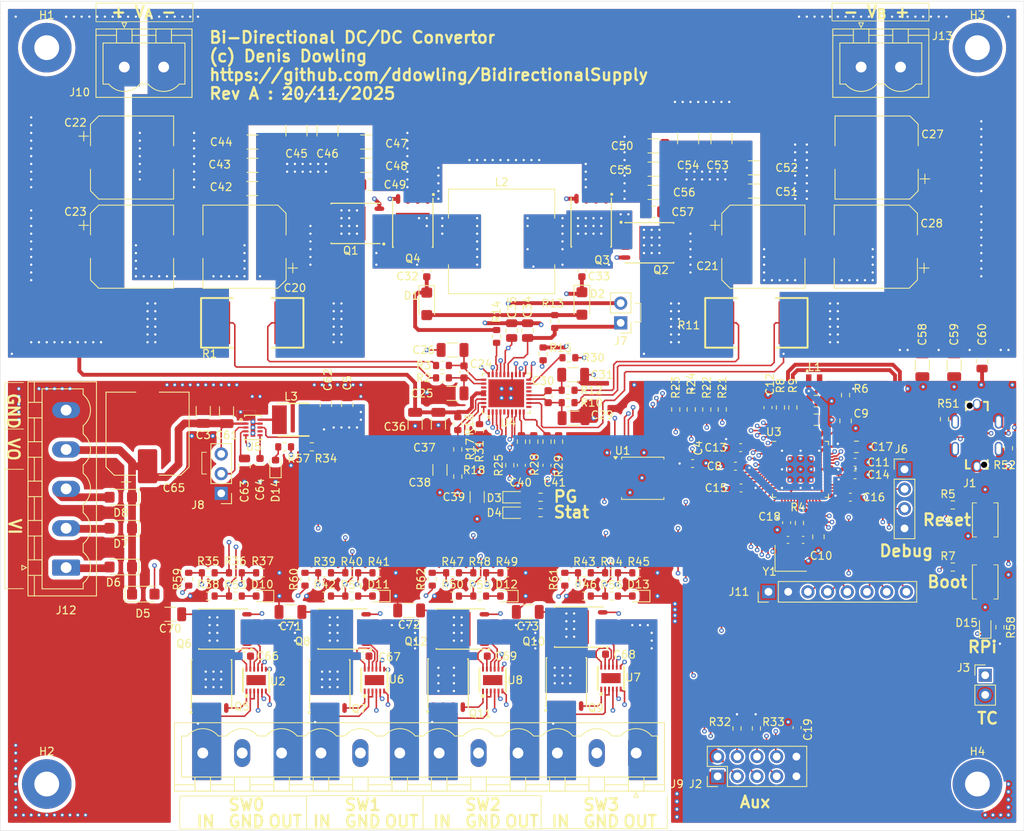
<source format=kicad_pcb>
(kicad_pcb (version 20240108) (generator "pcbnew") (generator_version "8.0")
  (layers (0 "F.Cu" mixed) (1 "In1.Cu" power) (2 "In2.Cu" signal) (31 "B.Cu" power) (34 "B.Paste" user) (35 "F.Paste" user) (36 "B.SilkS" user "B.Silkscreen") (37 "F.SilkS" user "F.Silkscreen") (38 "B.Mask" user) (39 "F.Mask" user) (44 "Edge.Cuts" user))
  (net 0 "")
  (net 1 "Net-(U3-XIN)")
  (net 2 "GND")
  (net 3 "Net-(C2-Pad1)")
  (net 4 "Net-(D5-K)")
  (net 5 "+3V3")
  (net 6 "+1V1")
  (net 7 "Net-(U3-VREG_AVDD)")
  (net 8 "Net-(Q1-EP)")
  (net 9 "Net-(Q2-EP)")
  (net 10 "Net-(U4-ACP)")
  (net 11 "Net-(U4-ACN)")
  (net 12 "Net-(U4-SRN)")
  (net 13 "Net-(U4-SRP)")
  (net 14 "Net-(Q4-EP)")
  (net 15 "Net-(D1-K)")
  (net 16 "Net-(D2-K)")
  (net 17 "Net-(Q3-EP)")
  (net 18 "Net-(J7-Pin_1)")
  (net 19 "REGN")
  (net 20 "Net-(U4-ACUV)")
  (net 21 "Net-(U4-ACOV)")
  (net 22 "Net-(C40-Pad1)")
  (net 23 "Net-(C41-Pad1)")
  (net 24 "Net-(U5-VCC)")
  (net 25 "Net-(U5-SS)")
  (net 26 "Net-(Q5-EP)")
  (net 27 "Net-(U2-CAP)")
  (net 28 "Net-(Q7-EP)")
  (net 29 "Net-(U6-CAP)")
  (net 30 "Net-(Q10-EP)")
  (net 31 "Net-(U7-CAP)")
  (net 32 "Net-(Q11-EP)")
  (net 33 "Net-(U8-CAP)")
  (net 34 "Net-(D1-A)")
  (net 35 "Net-(D3-A)")
  (net 36 "Net-(D3-K)")
  (net 37 "Net-(D4-K)")
  (net 38 "Net-(D4-A)")
  (net 39 "Net-(D5-A)")
  (net 40 "Net-(D6-A)")
  (net 41 "Net-(D7-A)")
  (net 42 "Net-(D8-A)")
  (net 43 "Net-(D10-A)")
  (net 44 "Net-(D11-A)")
  (net 45 "Net-(D12-A)")
  (net 46 "Net-(D13-A)")
  (net 47 "Net-(D14-A)")
  (net 48 "LED")
  (net 49 "Net-(D15-A)")
  (net 50 "USB_DM")
  (net 52 "Net-(J1-CC2)")
  (net 53 "USB_DP")
  (net 58 "Net-(J1-CC1)")
  (net 64 "AUX_SPI_RX")
  (net 65 "AUX_SPI_CS")
  (net 66 "AUX_SDA")
  (net 67 "AUX_SPI_SCK")
  (net 68 "AUX_SPI_TX")
  (net 69 "AUX_SCL")
  (net 70 "Net-(J3-Pin_1)")
  (net 71 "Net-(J6-Pin_3)")
  (net 72 "Net-(J6-Pin_2)")
  (net 73 "Net-(J8-Pin_2)")
  (net 74 "Net-(J9-Pin_3)")
  (net 75 "Net-(J9-Pin_6)")
  (net 76 "Net-(J9-Pin_12)")
  (net 77 "Net-(J9-Pin_9)")
  (net 78 "Net-(J11-Pin_6)")
  (net 79 "Net-(J11-Pin_4)")
  (net 80 "Net-(J11-Pin_5)")
  (net 81 "Net-(J11-Pin_3)")
  (net 82 "Net-(J11-Pin_7)")
  (net 83 "Net-(J11-Pin_8)")
  (net 84 "Net-(U3-VREG_LX)")
  (net 85 "Net-(U5-LX)")
  (net 86 "Net-(Q1-G)")
  (net 87 "Net-(Q2-G)")
  (net 88 "Net-(Q3-G)")
  (net 89 "Net-(Q4-G)")
  (net 90 "Net-(Q5-G)")
  (net 91 "Net-(Q6-G)")
  (net 92 "Net-(Q7-G)")
  (net 93 "Net-(Q8-G)")
  (net 94 "Net-(Q9-G)")
  (net 95 "Net-(Q10-G)")
  (net 96 "Net-(Q11-G)")
  (net 97 "Net-(Q12-G)")
  (net 98 "Net-(U3-XOUT)")
  (net 99 "Net-(U3-RUN)")
  (net 100 "Net-(R5-Pad2)")
  (net 101 "Net-(R7-Pad2)")
  (net 102 "/Microcontroller/QSPI_SS")
  (net 103 "Net-(U3-USB_DP)")
  (net 104 "Net-(U3-USB_DM)")
  (net 105 "Net-(U4-BTST1)")
  (net 106 "Net-(U4-BTST2)")
  (net 107 "CNV_VIN")
  (net 108 "BQ_SCL")
  (net 109 "BQ_SDA")
  (net 110 "~{BQ_INT}")
  (net 111 "~{BQ_CE}")
  (net 112 "Net-(U4-MODE)")
  (net 113 "Net-(U4-FSW_SYNC)")
  (net 114 "~{RESET}")
  (net 115 "SW0_VSENSE")
  (net 116 "Net-(U2-SW)")
  (net 117 "Net-(U2-OV)")
  (net 118 "SW0_EN")
  (net 119 "Net-(U6-SW)")
  (net 120 "SW1_VSENSE")
  (net 121 "Net-(U6-OV)")
  (net 122 "SW1_EN")
  (net 123 "Net-(U7-SW)")
  (net 124 "SW3_VSENSE")
  (net 125 "Net-(U7-OV)")
  (net 126 "SW3_EN")
  (net 127 "Net-(U8-SW)")
  (net 128 "SW2_VSENSE")
  (net 129 "Net-(U8-OV)")
  (net 130 "SW2_EN")
  (net 131 "/Microcontroller/QSPI_SD0")
  (net 132 "/Microcontroller/QSPI_SD1")
  (net 133 "/Microcontroller/QSPI_SD3")
  (net 134 "/Microcontroller/QSPI_SCLK")
  (net 135 "/Microcontroller/QSPI_SD2")
  (net 147 "Net-(J13-Pin_2)")
  (net 148 "Net-(U4-IOUT)")
  (net 149 "Net-(U4-IIN)")
  (net 150 "Net-(J9-Pin_1)")
  (net 151 "Net-(J9-Pin_10)")
  (net 152 "Net-(J9-Pin_4)")
  (net 153 "Net-(J9-Pin_7)")
  (footprint "Capacitor_SMD:C_0805_2012Metric" (layer "F.Cu") (at 159 104.15 -90)
    (property "Reference" "C9")
    (property "Value" "4.7uF/25VW" (hide yes))
  )
  (footprint "Resistor_SMD:R_0603_1608Metric" (layer "F.Cu") (at 120.5 106.825 -90)
    (property "Reference" "R27" (hide yes))
    (property "Value" "1k8" (hide yes))
  )
  (footprint "BidirectionalSupply:RES-SMD_L10.0-W5.2" (layer "F.Cu") (at 82.5 91.5)
    (property "Reference" "R1")
    (property "Value" "5m" (hide yes))
  )
  (footprint "LED_SMD:LED_0603_1608Metric" (layer "F.Cu") (at 132.2875 126.75 180)
    (property "Reference" "D13")
    (property "Value" "RED" (hide yes))
  )
  (footprint "LED_SMD:LED_0603_1608Metric" (layer "F.Cu") (at 83.7875 126.75 180)
    (property "Reference" "D10")
    (property "Value" "RED" (hide yes))
  )
  (footprint "Capacitor_SMD:C_0603_1608Metric" (layer "F.Cu") (at 117.2 109.875 -90)
    (property "Reference" "C40")
    (property "Value" "100nF/25VW" (hide yes))
  )
  (footprint "Resistor_SMD:R_0603_1608Metric" (layer "F.Cu") (at 172.825 123)
    (property "Reference" "R7")
    (property "Value" "1k" (hide yes))
  )
  (footprint "Resistor_SMD:R_0603_1608Metric" (layer "F.Cu") (at 109 104.5 -90)
    (property "Reference" "R16")
    (property "Value" "0R" (hide yes))
  )
  (footprint "Capacitor_SMD:C_0805_2012Metric" (layer "F.Cu") (at 92 102.05 90)
    (property "Reference" "C62")
    (property "Value" "10uF/25VW" (hide yes))
  )
  (footprint "Resistor_SMD:R_0603_1608Metric" (layer "F.Cu") (at 171.75 103.925 90)
    (property "Reference" "R51")
    (property "Value" "5k1" (hide yes))
  )
  (footprint "Diode_SMD:D_SMF" (layer "F.Cu") (at 105 89.05 -90)
    (property "Reference" "D1")
    (property "Value" "V1FM10-M3/H" (hide yes))
  )
  (footprint "Capacitor_SMD:C_1206_3216Metric" (layer "F.Cu") (at 71.925 129.1 180)
    (property "Reference" "C70")
    (property "Value" "100nF/100VW")
  )
  (footprint "Resistor_SMD:R_0603_1608Metric" (layer "F.Cu") (at 119.675 116 180)
    (property "Reference" "R20" (hide yes))
    (property "Value" "1k" (hide yes))
  )
  (footprint "LED_SMD:LED_0603_1608Metric" (layer "F.Cu") (at 115.2875 126.75 180)
    (property "Reference" "D12")
    (property "Value" "RED" (hide yes))
  )
  (footprint "Diode_SMD:D_SMF" (layer "F.Cu") (at 65.55 118 180)
    (property "Reference" "D7")
    (property "Value" "V1FM10-M3/H" (hide yes))
  )
  (footprint "Resistor_SMD:R_0603_1608Metric" (layer "F.Cu") (at 115.325 123.75)
    (property "Reference" "R49")
    (property "Value" "2k1" (hide yes))
  )
  (footprint "Resistor_SMD:R_0603_1608Metric" (layer "F.Cu") (at 117.2 106.825 -90)
    (property "Reference" "R26" (hide yes))
    (property "Value" "1k8" (hide yes))
  )
  (footprint "BidirectionalSupply:USB-C-SMD_USB-309GC-B-SU" (layer "F.Cu") (at 175.93 106)
    (property "Reference" "J1")
    (property "Value" "USB-309GC-B-SU" (hide yes))
  )
  (footprint "BidirectionalSupply:WSON-12_L3.0-W3.0-P0.50-TL-EP-2" (layer "F.Cu") (at 113.5 137.59 90)
    (property "Reference" "U8")
    (property "Value" "LM74810QDRRRQ1" (hide yes))
  )
  (footprint "Resistor_SMD:R_0603_1608Metric" (layer "F.Cu") (at 90.175 107.5 180)
    (property "Reference" "R34")
    (property "Value" "0R" (hide yes))
  )
  (footprint "Inductor_SMD:L_Wuerth_HCM-1350" (layer "F.Cu") (at 114.65 81)
    (property "Reference" "L2")
    (property "Value" "10uH" (hide yes))
  )
  (footprint "Resistor_SMD:R_0603_1608Metric" (layer "F.Cu") (at 143.1 102.675 -90)
    (property "Reference" "R21")
    (property "Value" "10k" (hide yes))
  )
  (footprint "BidirectionalSupply:RES-SMD_L10.0-W5.2" (layer "F.Cu") (at 147.5 91.5 180)
    (property "Reference" "R11")
    (property "Value" "5m" (hide yes))
  )
  (footprint "Resistor_SMD:R_0603_1608Metric" (layer "F.Cu") (at 180 107.675 -90)
    (property "Reference" "R52")
    (property "Value" "5k1" (hide yes))
  )
  (footprint "BidirectionalSupply:QFN-36_L6.0-W5.0-P0.50-BL-EP-1" (layer "F.Cu") (at 115.25 100.59)
    (property "Reference" "U4")
    (property "Value" "BQ25758" (hide yes))
  )
  (footprint "Capacitor_SMD:C_0603_1608Metric" (layer "F.Cu") (at 152.75 143.725 90)
    (property "Reference" "C19")
    (property "Value" "100nF/25VW" (hide yes))
  )
  (footprint "Capacitor_SMD:C_1206_3216Metric" (layer "F.Cu") (at 111.5 113.975 -90)
    (property "Reference" "C39")
    (property "Value" "100nF/100VW" (hide yes))
  )
  (footprint "Capacitor_SMD:C_0603_1608Metric" (layer "F.Cu") (at 127.275 134.25)
    (property "Reference" "C68")
    (property "Value" "100nF/25VW" (hide yes))
  )
  (footprint "Connector_Phoenix_MSTB:PhoenixContact_MSTBVA_2,5_5-G-5,08_1x05_P5.08mm_Vertical" (layer "F.Cu") (at 58.5 123.08 90)
    (property "Reference" "J12")
    (property "Value" "Conn_01x05" (hide yes))
  )
  (footprint "Connector_PinHeader_2.54mm:PinHeader_1x02_P2.54mm_Vertical" (layer "F.Cu") (at 177 136.96)
    (property "Reference" "J3")
    (property "Value" "CON2" (hide yes))
  )
  (footprint "Resistor_SMD:R_0603_1608Metric" (layer "F.Cu") (at 111.825 126.75)
    (property "Reference" "R55")
    (property "Value" "1k" (hide yes))
  )
  (footprint "Capacitor_SMD:C_1206_3216Metric" (layer "F.Cu") (at 103.5 104.525 -90)
    (property "Reference" "C36")
    (property "Value" "100nF/100VW" (hide yes))
  )
  (footprint "Resistor_SMD:R_0603_1608Metric" (layer "F.Cu") (at 109 107.825 -90)
    (property "Reference" "R17")
    (property "Value" "DNP" (hide yes))
  )
  (footprint "Capacitor_SMD:C_1206_3216Metric" (layer "F.Cu") (at 82.5 74.175 180)
    (property "Reference" "C42")
    (property "Value" "10uF/100VW" (hide yes))
  )
  (footprint "Resistor_SMD:R_0603_1608Metric" (layer "F.Cu") (at 109 111.325 -90)
    (property "Reference" "R18")
    (property "Value" "0R" (hide yes))
  )
  (footprint "Resistor_SMD:R_0603_1608Metric" (layer "F.Cu") (at 178.9 130.775 90)
    (property "Reference" "R58")
    (property "Value" "1k" (hide yes))
  )
  (footprint "Capacitor_SMD:C_0603_1608Metric" (layer "F.Cu") (at 105 84.775 -90)
    (property "Reference" "C32")
    (property "Value" "100nF/25VW" (hide yes))
  )
  (footprint "Diode_SMD:D_SMF" (layer "F.Cu") (at 68.45 126.5)
    (property "Reference" "D5")
    (property "Value" "V1FM10-M3/H" (hide yes))
  )
  (footprint "Resistor_SMD:R_0603_1608Metric" (layer "F.Cu") (at 111.825 123.75)
    (property "Reference" "R48")
    (property "Value" "3k1" (hide yes))
  )
  (footprint "Capacitor_SMD:C_1210_3225Metric" (layer "F.Cu") (at 143 67.7 90)
    (property "Reference" "C53")
    (property "Value" "4.7uF/100VW" (hide yes))
  )
  (footprint "Resistor_SMD:R_0603_1608Metric" (layer "F.Cu") (at 141.1 102.675 -90)
    (property "Reference" "R22")
    (property "Value" "10k" (hide yes))
  )
  (footprint "Capacitor_SMD:C_0603_1608Metric" (layer "F.Cu") (at 160.225 109.5)
    (property "Reference" "C11")
    (property "Value" "100nF/25VW" (hide yes))
  )
  (footprint "BidirectionalSupply:POWERPAK-SO-8_L6.2-W5.2-P1.27-BL-EP" (layer "F.Cu") (at 94.11 131 90)
    (property "Reference" "Q8")
    (property "Value" "SIR880BDP" (hide yes))
  )
  (footprint "Capacitor_SMD:C_0603_1608Metric" (layer "F.Cu") (at 145.525 112.8 180)
    (property "Reference" "C15")
    (property "Value" "100nF/25VW" (hide yes))
  )
  (footprint "Resistor_SMD:R_0603_1608Metric" (layer "F.Cu") (at 137.1 102.675 -90)
    (property "Reference" "R23")
    (property "Value" "10k" (hide yes))
  )
  (footprint "BidirectionalSupply:C_0402_DRC" (layer "F.Cu") (at 151.57 119.5 180)
    (property "Reference" "C1" (hide yes))
    (property "Value" "15pF")
  )
  (footprint "Resistor_SMD:R_0603_1608Metric" (layer "F.Cu") (at 139.1 102.675 -90)
    (property "Reference" "R24")
    (property "Value" "10k" (hide yes))
  )
  (footprint "BidirectionalSupply:POWERPAK-SO-8_L6.2-W5.2-P1.27-BL-EP" (layer "F.Cu") (at 107.75 138)
    (property "Reference" "Q11")
    (property "Value" "SIR880BDP" (hide yes))
  )
  (footprint "BidirectionalSupply:POWERPAK-SO-8_L6.2-W5.2-P1.27-BL-EP" (layer "F.Cu") (at 103.2 78.595 180)
    (property "Reference" "Q4")
    (property "Value" "SIR880BDP" (hide yes))
  )
  (footprint "Resistor_SMD:R_0603_1608Metric" (layer "F.Cu") (at 145 143.825 -90)
    (property "Reference" "R32")
    (property "Value" "10k" (hide yes))
  )
  (footprint "BidirectionalSupply:WSON-12_L3.0-W3.0-P0.50-TL-EP-2" (layer "F.Cu") (at 98.25 137.59 90)
    (property "Reference" "U6")
    (property "Value" "LM74810QDRRRQ1" (hide yes))
  )
  (footprint "Capacitor_SMD:C_0805_2012Metric" (layer "F.Cu") (at 134.25 77.175 180)
    (property "Reference" "C57")
    (property "Value" "100pF/100VW" (hide yes))
  )
  (footprint "Capacitor_SMD:CP_Elec_10x10.5" (layer "F.Cu") (at 81.5 81.675 180)
    (property "Reference" "C20")
    (property "Value" "56uF/80VW" (hide yes))
  )
  (footprint "Capacitor_SMD:C_0603_1608Metric" (layer "F.Cu") (at 159.625 114)
    (property "Reference" "C16")
    (property "Value" "100nF/25VW" (hide yes))
  )
  (footprint "Capacitor_SMD:C_1206_3216Metric" (layer "F.Cu") (at 76.18 103 90)
    (property "Reference" "C3")
    (property "Value" "1uF/100VW" (hide yes))
  )
  (footprint "Resistor_SMD:R_0603_1608Metric" (layer "F.Cu") (at 95.325 123.75)
    (property "Reference" "R40")
    (property "Value" "3k1" (hide yes))
  )
  (footprint "BidirectionalSupply:RP2350-QFN-60-1EP_7x7_P0.4mm_EP3.4x3.4mm_ThermalVias" (layer "F.Cu") (at 153.1875 110.4)
    (property "Reference" "U3")
    (property "Value" "RP2350_60QFN" (hide yes))
  )
  (footprint "LED_SMD:LED_0603_1608Metric" (layer "F.Cu") (at 116.2875 116)
    (property "Reference" "D4")
    (property "Value" "RED" (hide yes))
  )
  (footprint "Resistor_SMD:R_0603_1608Metric" (layer "F.Cu") (at 80.325 126.75)
    (property "Reference" "R53")
    (property "Value" "1k" (hide yes))
  )
  (footprint "Resistor_SMD:R_0603_1608Metric" (layer "F.Cu") (at 120 95.5 90)
    (property "Reference" "R15")
    (property "Value" "0R" (hide yes))
  )
  (footprint "Capacitor_SMD:C_1206_3216Metric" (layer "F.Cu") (at 108.325 95 180)
    (property "Reference" "C26")
    (property "Value" "100nF/100VW" (hide yes))
  )
  (footprint "BidirectionalSupply:POWERPAK-SO-8_L6.2-W5.2-P1.27-BL-EP" (layer "F.Cu") (at 126.2 78.565 180)
    (property "Reference" "Q3")
    (property "Value" "SIR880BDP" (hide yes))
  )
  (footprint "Capacitor_SMD:C_0603_1608Metric" (layer "F.Cu") (at 139.275 109.65)
    (property "Reference" "C4")
    (property "Value" "100nF/25VW" (hide yes))
  )
  (footprint "Resistor_SMD:R_0603_1608Metric" (layer "F.Cu") (at 95.325 126.75)
    (property "Reference" "R54")
    (property "Value" "1k" (hide yes))
  )
  (footprint "Capacitor_SMD:CP_Elec_10x10.5" (layer "F.Cu") (at 67 81.675)
    (property "Reference" "C23")
    (property "Value" "56uF/80VW" (hide yes))
  )
  (footprint "Capacitor_SMD:C_1206_3216Metric" (layer "F.Cu") (at 79.18 103.025 90)
    (property "Reference" "C61")
    (property "Value" "1uF/100VW" (hide yes))
  )
  (footprint "Resistor_SMD:R_0603_1608Metric" (layer "F.Cu") (at 118.8 106.825 -90)
    (property "Reference" "R28")
    (property "Value" "4k99" (hide yes))
  )
  (footprint "Capacitor_SMD:C_0603_1608Metric" (layer "F.Cu") (at 120.5 109.875 -90)
    (property "Reference" "C41")
    (property "Value" "100nF/25VW" (hide yes))
  )
  (footprint "Resistor_SMD:R_0603_1608Metric" (layer "F.Cu") (at 80.325 123.75)
    (property "Reference" "R36")
    (property "Value" "3k1" (hide yes))
  )
  (footprint "Capacitor_SMD:C_0603_1608Metric" (layer "F.Cu") (at 83.5 109.775 -90)
    (property "Reference" "C64")
    (property "Value" "3.3nF" (hide yes))
  )
  (footprint "Capacitor_SMD:C_0805_2012Metric" (layer "F.Cu") (at 155.2 101.6)
    (property "Reference" "C7" (hide yes))
    (property "Value" "4.7uF/25VW" (hide yes))
  )
  (footprint "Connector_PinHeader_2.54mm:PinHeader_1x03_P2.54mm_Vertical" (layer "F.Cu") (at 78.5 113.5 180)
    (property "Reference" "J8")
    (property "Value" "Conn_01x03" (hide yes))
  )
  (footprint "Connector_PinHeader_2.54mm:PinHeader_1x02_P2.54mm_Vertical" (layer "F.Cu") (at 130 91.5 180)
    (property "Reference" "J7")
    (property "Value" "CON2" (hide yes))
  )
  (footprint "Resistor_SMD:R_0603_1608Metric" (layer "F.Cu") (at 123.225 100.2 180)
    (property "Reference" "R12")
    (property "Value" "10R" (hide yes))
  )
  (footprint "BidirectionalSupply:TS-1088-AR02016" (layer "F.Cu") (at 177 116.925)
    (property "Reference" "SW2" (hide yes))
    (property "Value" "SW_Push" (hide yes))
  )
  (footprint "BidirectionalSupply:POWERPAK-SO-8_L6.2-W5.2-P1.27-BL-EP" (layer "F.Cu") (at 133.7 81.175 -90)
    (property "Reference" "Q2")
    (property "Value" "SIR880BDP" (hide yes))
  )
  (footprint "Resistor_SMD:R_0603_1608Metric" (layer "F.Cu") (at 152.2 102.425 -90)
    (property "Reference" "R9")
    (property "Value" "27R" (hide yes))
  )
  (footprint "Resistor_SMD:R_0603_1608Metric" (layer "F.Cu") (at 115.7 109.875 90)
    (property "Reference" "R25")
    (property "Value" "10k" (hide yes))
  )
  (footprint "BidirectionalSupply:C_0402_DRC" (layer "F.Cu") (at 153.53 119.5)
    (property "Reference" "C2" (hide yes))
    (property "Value" "15pF")
  )
  (footprint "Resistor_SMD:R_0603_1608Metric" (layer "F.Cu") (at 76.825 123.75)
    (property "Reference" "R35")
    (property "Value" "97k6" (hide yes))
  )
  (footprint "Capacitor_SMD:C_1206_3216Metric" (layer "F.Cu") (at 147.175 74.5)
    (property "Reference" "C51")
    (property "Value" "10uF/100VW" (hide yes))
  )
  (footprint "Resistor_SMD:R_0603_1608Metric" (layer "F.Cu") (at 83.825 123.75)
    (property "Reference" "R37")
    (property "Value" "2k1" (hide yes))
  )
  (footprint "Resistor_SMD:R_0603_1608Metric" (layer "F.Cu") (at 123.325 96)
    (property "Reference" "R30")
    (property "Value" "0R" (hide yes))
  )
  (footprint "Capacitor_SMD:C_0603_1608Metric" (layer "F.Cu") (at 149 102.425 90)
    (property "Reference" "C12")
    (property "Value" "100nF/25VW" (hide yes))
  )
  (footprint "Resistor_SMD:R_0603_1608Metric" (layer "F.Cu") (at 172.825 115)
    (property "Reference" "R5")
    (property "Value" "1k" (hide yes))
  )
  (footprint "Resistor_SMD:R_0603_1608Metric" (layer "F.Cu") (at 114 93.25 90)
    (property "Reference" "R14")
    (property "Value" "0R" (hide yes))
  )
  (footprint "BidirectionalSupply:POWERPAK-SO-8_L6.2-W5.2-P1.27-BL-EP" (layer "F.Cu") (at 92.5 138.11)
    (property "Reference" "Q7")
    (property "Value" "SIR880BDP" (hide yes))
  )
  (footprint "BidirectionalSupply:Crystal_SMD_3225-4Pin_DRC" (layer "F.Cu") (at 151.95 121.85)
    (property "Reference" "Y1")
    (property "Value" "ABM8-272-T3")
  )
  (footprint "Diode_SMD:D_SMF" (layer "F.Cu") (at 65.55 114 180)
    (property "Reference" "D8")
    (property "Value" "V1FM10-M3/H" (hide yes))
  )
  (footprint "LED_SMD:LED_0603_1608Metric" (layer "F.Cu") (at 116.2875 114)
    (property "Reference" "D3")
    (property "Value" "RED" (hide yes))
  )
  (footprint "Resistor_SMD:R_0603_1608Metric" (layer "F.Cu") (at 74.3 124.575 90)
    (property "Reference" "R59")
    (property "Value" "0R")
  )
  (footprint "Resistor_SMD:R_0603_1608Metric" (layer "F.Cu") (at 107.025 97)
    (property "Reference" "R3")
    (property "Value" "10R" (hide yes))
  )
  (footprint "Capacitor_SMD:CP_Elec_10x10.5" (layer "F.Cu") (at 67 70.175)
    (property "Reference" "C22")
    (property "Value" "56uF/80VW" (hide yes))
  )
  (footprint "Capacitor_SMD:C_0603_1608Metric" (layer "F.Cu") (at 151.4 117.275 -90)
    (property "Reference" "C18")
    (property "Value" "100nF/25VW" (hide yes))
  )
  (footprint "Resistor_SMD:R_0603_1608Metric" (layer "F.Cu") (at 123.225 101.8 180)
    (property "Reference" "R10")
    (property "Value" "10R" (hide yes))
  )
  (footprint "BidirectionalSupply:POWERPAK-SO-8_L6.2-W5.2-P1.27-BL-EP" (layer "F.Cu") (at 123 137.86)
    (property "Reference" "Q9")
    (property "Value" "SIR880BDP" (hide yes))
  )
  (footprint "Capacitor_SMD:C_0805_2012Metric" (layer "F.Cu") (at 160.4 107.5)
    (property "Reference" "C17")
    (property "Value" "10uF/25VW" (hide yes))
  )
  (footprint "Capacitor_SMD:CP_Elec_10x10.5" (layer "F.Cu") (at 163 70.175 180)
    (property "Reference" "C27")
    (property "Value" "56uF/80VW" (hide yes))
  )
  (footprint "Capacitor_SMD:C_1206_3216Metric" (layer "F.Cu") (at 134.225 68.675 180)
    (property "Reference" "C50")
    (property "Value" "10uF/100VW" (hide yes))
  )
  (footprint "BidirectionalSupply:L_pol_2016" (layer "F.Cu") (at 154.95 99)
    (property "Reference" "L1")
    (property "Value" "3.3uH" (hide yes))
  )
  (footprint "Capacitor_SMD:C_0805_2012Metric" (layer "F.Cu") (at 94.75 102.05 90)
    (property "Reference" "C5")
    (property "Value" "10uF/25VW" (hide yes))
  )
  (footprint "Capacitor_SMD:C_1206_3216Metric" (layer "F.Cu") (at 118.025 128.8 180)
    (property "Reference" "C73")
    (property "Value" "100nF/100VW")
  )
  (footprint "MountingHole:MountingHole_3.2mm_M3_Pad" (layer "F.Cu") (at 56 56)
    (property "Reference" "H1")
    (property "Value" "MountingHole" (hide yes))
  )
  (footprint "Capacitor_SMD:C_1210_3225Metric" (layer "F.Cu") (at 88.2 66.7 90)
    (property "Reference" "C45")
    (property "Value" "4.7uF/100VW" (hide yes))
  )
  (footprint "Capacitor_SMD:C_1206_3216Metric" (layer "F.Cu") (at 87.425 128.8 180)
    (property "Reference" "C71")
    (property "Value" "100nF/100VW")
  )
  (footprint "MountingHole:MountingHole_3.2mm_M3_Pad" (layer "F.Cu") (at 176 151)
    (property "Reference" "H4")
    (property "Value" "MountingHole" (hide yes))
  )
  (footprint "BidirectionalSupply:TS-1088-AR02016" (layer "F.Cu") (at 177 124.925)
    (property "Reference" "SW1" (hide yes))
    (property "Value" "SW_Push" (hide yes))
  )
  (footprint "Capacitor_SMD:C_1206_3216Metric" (layer "F.Cu") (at 106.5 104.525 -90)
    (property "Reference" "C37")
    (property "Value" "1uF/100VW" (hide yes))
  )
  (footprint "Capacitor_SMD:C_0603_1608Metric" (layer "F.Cu") (at 96.775 134.5)
    (property "Reference" "C67")
    (property "Value" "100nF/25VW" (hide yes))
  )
  (footprint "BidirectionalSupply:WSON-12_L3.0-W3.0-P0.50-TL-EP-2" (layer "F.Cu") (at 83 137.59 90)
    (property "Reference" "U2")
    (property "Value" "LM74810QDRRRQ1" (hide yes))
  )
  (footprint "LED_SMD:LED_0603_1608Metric" (layer "F.Cu") (at 85.5 110 90)
    (property "Reference" "D14")
    (property "Value" "RED" (hide yes))
  )
  (footprint "Resistor_SMD:R_0603_1608Metric" (layer "F.Cu") (at 153.05 117.325 -90)
    (property "Reference" "R4")
    (property "Value" "1k" (hide yes))
  )
  (footprint "Capacitor_SMD:C_0805_2012Metric" (layer "F.Cu") (at 155.2 104)
    (property "Reference" "C6" (hide yes))
    (property "Value" "4.7uF/25VW" (hide yes))
  )
  (footprint "BidirectionalSupply:POWERPAK-SO-8_L6.2-W5.2-P1.27-BL-EP" (layer "F.Cu") (at 77.25 138.11)
    (property "Reference" "Q5")
    (property "Value" "SIR880BDP" (hide yes))
  )
  (footprint "Resistor_SMD:R_0603_1608Metric" (layer "F.Cu") (at 105.7 124.575 90)
    (property "Reference" "R62")
    (property "Value" "0R")
  )
  (footprint "Resistor_SMD:R_0603_1608Metric" (layer "F.Cu") (at 76.825 126.75 180)
    (property "Reference" "R38")
    (property "Value" "10k" (hide yes))
  )
  (footprint "LED_SMD:LED_0603_1608Metric" (layer "F.Cu") (at 98.7875 126.75 180)
    (property "Reference" "D11")
    (property "Value" "RED" (hide yes))
  )
  (footprint "Capacitor_SMD:C_0805_2012Metric" (layer "F.Cu") (at 118 92.5 90)
    (property "Reference" "C34")
    (property "Value" "4.7uF/25VW" (hide yes))
  )
  (footprint "Resistor_SMD:R_0603_1608Metric" (layer "F.Cu") (at 111.8 105.4 -90)
    (property "Reference" "R31")
    (property "Value" "57k6" (hide yes))
  )
  (footprint "BidirectionalSupply:POWERPAK-SO-8_L6.2-W5.2-P1.27-BL-EP" (layer "F.Cu") (at 124.61 130.75 90)
    (property "Reference" "Q10")
    (property "Value" "SIR880BDP" (hide yes))
  )
  (footprint "Resistor_SMD:R_0603_1608Metric" (layer "F.Cu") (at 122 106.825 -90)
    (property "Reference" "R29")
    (property "Value" "4k99" (hide yes))
  )
  (footprint "Capacitor_SMD:C_0603_1608Metric" (layer "F.Cu") (at 160.225 111.1)
    (property "Reference" "C14")
    (property "Value" "100nF/25VW" (hide yes))
  )
  (footprint "Capacitor_SMD:C_1206_3216Metric" (layer "F.Cu") (at 97.175 71.175)
    (property "Reference" "C48")
    (property "Value" "100nF/100VW" (hide yes))
  )
  (footprint "Capacitor_SMD:C_1210_3225Metric" (layer "F.Cu") (at 138.7 67.7 90)
    (property "Reference" "C54")
    (property "Value" "4.7uF/100VW" (hide yes))
  )
  (footprint "Resistor_SMD:R_0603_1608Metric" (layer "F.Cu") (at 122.8 124.575 90)
    (property "Reference" "R61")
    (property "Value" "0R")
  )
  (footprint "Connector_PinHeader_2.54mm:PinHeader_1x08_P2.54mm_Vertical" (layer "F.Cu") (at 149.06 126.2 90)
    (property "Reference" "J11")
    (property "Value" "Conn_01x08" (hide yes))
  )
  (footprint "Resistor_SMD:R_0603_1608Metric" (layer "F.Cu") (at 128.825 126.75)
    (property "Reference" "R56")
    (property "Value" "1k" (hide yes))
  )
  (footprint "Resistor_SMD:R_0603_1608Metric" (layer "F.Cu") (at 121.5 91.325 -90)
    (property "Reference" "R13")
    (property "Value" "0R" (hide yes))
  )
  (footprint "Capacitor_SMD:CP_Elec_10x10.5" (layer "F.Cu") (at 69 105.8 90)
    (property "Reference" "C65")
    (property "Value" "56uF/80VW" (hide yes))
  )
  (footprint "Capacitor_SMD:CP_Elec_10x10.5" (layer "F.Cu") (at 162.9 81.675 180)
    (property "Reference" "C28")
    (property "Value" "56uF/80VW" (hide yes))
  )
  (footprint "Diode_SMD:D_SMF" (layer "F.Cu") (at 65.55 123 180)
    (property "Reference" "D6")
    (property "Value" "V1FM10-M3/H" (hide yes))
  )
  (footprint "Diode_SMD:D_SMF" (layer "F.Cu") (at 125 89 -90)
    (property "Reference" "D2")
    (property "Value" "V1FM10-M3/H" (hide yes))
  )
  (footprint "Capacitor_SMD:C_1210_3225Metric" (layer "F.Cu") (at 92.2 66.7 90)
    (property "Reference" "C46")
    (property "Value" "4.7uF/100VW" (hide yes))
  )
  (footprint "Capacitor_SMD:C_0805_2012Metric" (layer "F.Cu") (at 155.5 119.1 -90)
    (property "Reference" "C10")
    (property "Value" "4.7uF/25VW" (hide yes))
  )
  (footprint "Capacitor_SMD:C_1206_3216Metric" (layer "F.Cu") (at 134.225 71.675 180)
    (property "Reference" "C55")
    (property "Value" "1uF/100VW" (hide yes))
  )
  (footprint "Capacitor_SMD:C_1206_3216Metric" (layer "F.Cu") (at 173 96.975 -90)
    (property "Reference" "C59")
    (property "Value" "100nF/100VW" (hide yes))
  )
  (footprint "Capacitor_SMD:C_0805_2012Metric" (layer "F.Cu") (at 115.95 92.5 90)
    (property "Reference" "C35")
    (property "Value" "4.7uF/25VW" (hide yes))
  )
  (footprint "Capacitor_SMD:C_0805_2012Metric" (layer "F.Cu") (at 176.6 96.45 -90)
    (property "Reference" "C60")
    (property "Value" "1nF/100VW" (hide yes))
  )
  (footprint "Resistor_SMD:R_0603_1608Metric" (layer "F.Cu") (at 125.325 123.75)
    (property "Reference" "R43")
    (property "Value" "97k6" (hide yes))
  )
  (footprint "Package_SO:SOIC-8_5.23x5.23mm_P1.27mm" (layer "F.Cu") (at 132.85 111.555)
    (property "Reference" "U1")
    (property "Value" "W25Q128JVS" (hide yes))
  )
  (footprint "Capacitor_SMD:C_1206_3216Metric" (layer "F.Cu") (at 123.875 98.2)
    (property "Reference" "C31")
    (property "Value" "100nF/100VW" (hide yes))
  )
  (footprint "Resistor_SMD:R_0603_1608Metric" (layer "F.Cu") (at 125.325 126.75 180)
    (property "Reference" "R46")
    (property "Value" "10k" (hide yes))
  )
  (footprint "Connector_Phoenix_MSTB:PhoenixContact_MSTBVA_2,5_2-G-5,08_1x02_P5.08mm_Vertical" (layer "F.Cu") (at 66 58.5)
    (property "Reference" "J10")
    (property "Value" "Conn_01x02" (hide yes))
  )
  (footprint "BidirectionalSupply:POWERPAK-SO-8_L6.2-W5.2-P1.27-BL-EP" (layer "F.Cu") (at 95.81 78.675 90)
    (property "Reference" "Q1")
    (property "Value" "SIR880BDP" (hide yes))
  )
  (footprint "Resistor_SMD:R_0603_1608Metric" (layer "F.Cu") (at 132.325 123.75)
    (property "Reference" "R45")
    (property "Value" "2k1" (hide yes))
  )
  (footprint "BidirectionalSupply:WSON-12_L3.0-W3.0-P0.50-TL-EP-2" (layer "F.Cu") (at 128.75 137.34 90)
    (property "Reference" "U7")
    (property "Value" "LM74810QDRRRQ1" (hide yes))
  )
  (footprint "Capacitor_SMD:C_0603_1608Metric" (layer "F.Cu") (at 145.475 107.6 180)
    (property "Reference" "C13")
    (property "Value" "100nF/25VW" (hide yes))
  )
  (footprint "Resistor_SMD:R_0603_1608Metric" (layer "F.Cu") (at 98.825 123.75)
    (property "Reference" "R41")
    (property "Value" "2k1" (hide yes))
  )
  (footprint "BidirectionalSupply:IND-SMD_L4.0-W4.0_SLW4010S" (layer "F.Cu") (at 87.8 104)
    (property "Reference" "L3")
    (property "Value" "22uH" (hide yes))
  )
  (footprint "BidirectionalSupply:POWERPAK-SO-8_L6.2-W5.2-P1.27-BL-EP" (layer "F.Cu") (at 78.75 131 90)
    (property "Reference" "Q6")
    (property "Value" "SIR880BDP" (hide yes))
  )
  (footprint "BidirectionalSupply:POWERPAK-SO-8_L6.2-W5.2-P1.27-BL-EP" (layer "F.Cu") (at 109.36 131 90)
    (property "Reference" "Q12")
    (property "Value" "SIR880BDP" (hide yes))
  )
  (footprint "Capacitor_SMD:C_0603_1608Metric" (layer "F.Cu") (at 144.8 110 180)
    (property "Reference" "C8")
    (property "Value" "100nF/25VW" (hide yes))
  )
  (footprint "Capacitor_SMD:C_1206_3216Metric" (layer "F.Cu") (at 123.925 103.8)
    (property "Reference" "C29")
    (property "Value" "100nF/100VW" (hide yes))
  )
  (footprint "Capacitor_SMD:C_0603_1608Metric" (layer "F.Cu") (at 109.8 97.825 90)
    (property "Reference" "C24")
    (property "Value" "470nF/16VW" (hide yes))
  )
  (footprint "LED_SMD:LED_0603_1608Metric" (layer "F.Cu") (at 177 130.7125 90)
    (property "Reference" "D15")
    (property "Value" "RED" (hide yes))
  )
  (footprint "Resistor_SMD:R_0603_1608Metric" (layer "F.Cu") (at 147.5 143.825 -90)
    (property "Reference" "R33")
    (property "Value" "10k" (hide yes))
  )
  (footprint "Resistor_SMD:R_0603_1608Metric" (layer "F.Cu") (at 108.325 126.75 180)
    (property "Reference" "R50")
    (property "Value" "10k" (hide yes))
  )
  (footprint "Connector_PinHeader_2.54mm:PinHeader_1x04_P2.54mm_Vertical" (layer "F.Cu") (at 166.6 110.4)
    (property "Reference" "J6")
    (property "Value" "CON4" (hide yes))
  )
  (footprint "Capacitor_SMD:C_0805_2012Metric" (layer "F.Cu") (at 81.5 109.95 -90)
    (property "Reference" "C63")
    (property "Value" "4.7uF/25VW" (hide yes))
  )
  (footprint "Capacitor_SMD:C_0805_2012Metric" (layer "F.Cu") (at 97.65 73.675)
    (property "Reference" "C49")
    (property "Value" "100pF/100VW" (hide yes))
  )
  (footprint "Capacitor_SMD:C_1206_3216Metric" (layer "F.Cu") (at 82.525 71.175 180)
    (property "Reference" "C43")
    (property "Value" "10uF/100VW" (hide yes))
  )
  (footprint "Capacitor_SMD:C_1206_3216Metric" (layer "F.Cu") (at 106.7 110.475 -90)
    (property "Reference" "C38")
    (property "Value" "100nF/100VW" (hide yes))
  )
  (footprint "Connector_PinHeader_2.54mm:PinHeader_2x05_P2.54mm_Vertical" (layer "F.Cu") (at 142.5 150 90)
    (property "Reference" "J2")
    (property "Value" "CON10" (hide yes))
  )
  (footprint "Capacitor_SMD:C_1206_3216Metric" (layer "F.Cu") (at 102.725 128.6 180)
    (property "Reference" "C72")
    (property "Value" "100nF/100VW")
  )
  (footprint "Capacitor_SMD:C_1206_3216Metric" (layer "F.Cu") (at 97.175 68.175)
    (property "Reference" "C47")
    (property "Value" "1uF/100VW" (hide yes))
  )
  (footprint "MountingHole:MountingHole_3.2mm_M3_Pad" (layer "F.Cu") (at 56 151)
    (property "Reference" "H2")
    (property "Value" "MountingHole" (hide yes))
  )
  (footprint "Capacitor_SMD:C_0603_1608Metric" (layer "F.Cu") (at 125 84.775 -90)
    (property "Reference" "C33")
    (property "Value" "100nF/25VW" (hide yes))
  )
  (footprint "Resistor_SMD:R_0603_1608Metric" (layer "F.Cu") (at 91.825 123.75)
    (property "Reference" "R39")
    (property "Value" "97k6" (hide yes))
  )
  (footprint "Connector_Phoenix_MSTB:PhoenixContact_MSTBVA_2,5_2-G-5,08_1x02_P5.08mm_Vertical" (layer "F.Cu") (at 161 58.5)
    (property "Reference" "J13")
    (property "Value" "Conn_01x02" (hide yes))
  )
  (footprint "Resistor_SMD:R_0603_1608Metric" (layer "F.Cu") (at 150.6 102.425 -90)
    (property "Reference" "R8")
    (property "Value" "27R" (hide yes))
  )
  (footprint "Resistor_SMD:R_0603_1608Metric" (layer "F.Cu") (at 108.325 123.75)
    (property "Reference" "R47")
    (property "Value" "97k6" (hide yes))
  )
  (footprint "Resistor_SMD:R_0603_1608Metric" (layer "F.Cu") (at 91.825 126.75 180)
    (property "Reference" "R42")
    (property "Value" "10k" (hide yes))
  )
  (footprint "MountingHole:MountingHole_3.2mm_M3_Pad" (layer "F.Cu") (at 176 56)
    (property "Reference" "H3")
    (property "Value" "MountingHole" (hide yes))
  )
  (footprint "Resistor_SMD:R_0603_1608Metric" (layer "F.Cu") (at 128.825 123.75)
    (property "Reference" "R44")
    (property "Value" "3k1" (hide yes))
  )
  (footprint "Resistor_SMD:R_0603_1608Metric" (layer "F.Cu") (at 119.675 114 180)
    (property "Reference" "R19" (hide yes))
    (property "Value" "1k" (hide yes))
  )
  (footprint "Capacitor_SMD:C_0603_1608Metric" (layer "F.Cu") (at 120.65 101.025 90)
    (property "Reference" "C30")
    (property "Value" "470nF/16VW" (hide yes))
  )
  (footprint "Capacitor_SMD:C_0603_1608Metric" (layer "F.Cu") (at 81.5 134.5)
    (property "Reference" "C66")
    (property "Value" "100nF/25VW" (hide yes))
  )
  (footprint "Capacitor_SMD:C_0603_1608Metric" (layer "F.Cu") (at 112.025 134.5)
    (property "Reference" "C69")
    (property "Value" "100nF/25VW" (hide yes))
  )
  (footprint "Capacitor_SMD:C_1206_3216Metric" (layer "F.Cu") (at 108.325 100.6 180)
    (property "Reference" "C25")
    (property "Value" "100nF/100VW" (hide yes))
  )
  (footprint "BidirectionalSupply:DFN-10_L3.0-W2.0-P0.50-BL-EP" (layer "F.Cu") (at 82.59 105 -90)
    (property "Reference" "U5")
    (property "Value" "MAX17502EATB+T" (hide yes))
  )
  (footprint "Capacitor_SMD:C_1206_3216Metric" (layer "F.Cu") (at 134.225 74.675 180)
    (property "Reference" "C56")
    (property "Value" "100nF/100VW" (hide yes))
  )
  (footprint "Capacitor_SMD:C_1206_3216Metric" (layer "F.Cu") (at 82.525 68.175 180)
    (property "Reference" "C44")
    (property "Value" "10uF/100VW" (hide yes))
  )
  (footprint "Capacitor_SMD:C_1206_3216Metric" (layer "F.Cu") (at 168.9 96.975 -90)
    (property "Reference" "C58")
    (property "Value" "1uF/100VW" (hide yes))
  )
  (footprint "Resistor_SMD:R_0603_1608Metric" (layer "F.Cu") (at 86.675 107.5 180)
    (property "Reference" "R57")
    (property "Value" "1k" (hide yes))
  )
  (footprint "Capacitor_SMD:C_1206_3216Metric" (layer "F.Cu") (at 147.175 71.5)
    (property "Reference" "C52")
    (property "Value" "10uF/100VW" (hide yes))
  )
  (footprint "Resistor_SMD:R_0603_1608Metric" (layer "F.Cu") (at 89.3 124.575 90)
    (property "Reference" "R60")
    (property "Value" "0R")
  )
  (footprint "Resistor_SMD:R_0603_1608Metric" (layer "F.Cu") (at 107.025 98.6)
    (property "Reference" "R2")
    (property "Value" "10R" (hide yes))
  )
  (footprint "Resistor_SMD:R_0603_1608Metric" (layer "F.Cu") (at 159 100.825 -90)
    (property "Reference" "R6")
    (property "Value" "33R" (hide yes))
  )
  (footprint "Connector_Phoenix_MSTB:PhoenixContact_MSTBVA_2,5_12-G-5,08_1x12_P5.08mm_Vertical" (layer "F.Cu") (at 132 147 180)
    (property "Reference" "J9")
    (property "Value" "Conn_01x12" (hide yes))
  )
  (footprint "Capacitor_SMD:CP_Elec_10x10.5" (layer "F.Cu") (at 148.4 81.675)
    (property "Reference" "C21")
    (property "Value" "56uF/80VW" (hide yes))
  )
  (gr_line (start 76 111) (end 76.6 111) (stroke (width 0.1)) (layer "F.SilkS"))
  (gr_line (start 76.6 108.2) (end 76 108.2) (stroke (width 0.1)) (layer "F.SilkS"))
  (gr_line (start 53 99.2) (end 50.6 99.2) (stroke (width 0.1)) (layer "F.SilkS"))
  (gr_line (start 50.6 105.2) (end 53 105.2) (stroke (width 0.1)) (layer "F.SilkS"))
  (gr_line (start 132.6 91.4) (end 131.8 91.4) (stroke (width 0.1)) (layer "F.SilkS"))
  (gr_line (start 136 156.75) (end 136 152.5) (stroke (width 0.1)) (layer "F.SilkS"))
  (gr_line (start 76 110.8) (end 76 111) (stroke (width 0.1)) (layer "F.SilkS"))
  (gr_line (start 50.6 125.8) (end 53 125.8) (stroke (width 0.1)) (layer "F.SilkS"))
  (gr_line (start 76 108.2) (end 76 110.8) (stroke (width 0.1)) (layer "F.SilkS"))
  (gr_line (start 50.6 110.4) (end 50.6 125.8) (stroke (width 0.1)) (layer "F.SilkS"))
  (gr_rect (start 62.35 50.25) (end 74.85 52.65) (stroke (width 0.1)) (fill none) (layer "F.SilkS"))
  (gr_line (start 119.75 156.75) (end 136 156.75) (stroke (width 0.1)) (layer "F.SilkS"))
  (gr_line (start 132.6 89) (end 132.6 91.4) (stroke (width 0.1)) (layer "F.SilkS"))
  (gr_line (start 50.6 99.2) (end 50.6 105.2) (stroke (width 0.1)) (layer "F.SilkS"))
  (gr_rect (start 89.5 152.5) (end 104.5 156.8) (stroke (width 0.1)) (fill none) (layer "F.SilkS"))
  (gr_line (start 50.6 105.2) (end 50.6 110.4) (stroke (width 0.1)) (layer "F.SilkS"))
  (gr_line (start 50.6 110.4) (end 53 110.4) (stroke (width 0.1)) (layer "F.SilkS"))
  (gr_rect (start 73.15 152.55) (end 89.5 156.8) (stroke (width 0.1)) (fill none) (layer "F.SilkS"))
  (gr_rect (start 104.5 152.5) (end 119.75 156.8) (stroke (width 0.1)) (fill none) (layer "F.SilkS"))
  (gr_rect (start 157.25 50.25) (end 169.75 52.55) (stroke (width 0.1)) (fill none) (layer "F.SilkS"))
  (gr_line (start 131.8 89) (end 132.6 89) (stroke (width 0.1)) (layer "F.SilkS"))
  (gr_line (start 182 157) (end 50 157) (stroke (width 0.05)) (layer "Edge.Cuts"))
  (gr_line (start 182 50) (end 182 157) (stroke (width 0.05)) (layer "Edge.Cuts"))
  (gr_line (start 50 50) (end 50 157) (stroke (width 0.05)) (layer "Edge.Cuts"))
  (gr_line (start 182 50) (end 50 50) (stroke (width 0.05)) (layer "Edge.Cuts"))
  (gr_text "Boot" (at 169.38 125.8 0) (layer "F.SilkS") (effects (font (size 1.5 1.5) (thickness 0.3) (bold yes)) (justify left bottom)))
  (gr_text "RPi" (at 174.6 134.2 0) (layer "F.SilkS") (effects (font (size 1.5 1.5) (thickness 0.3) (bold yes)) (justify left bottom)))
  (gr_text "Reset" (at 168.8 117.8 0) (layer "F.SilkS") (effects (font (size 1.5 1.5) (thickness 0.3) (bold yes)) (justify left bottom)))
  (gr_text "SW3" (at 127.5 154.55 0) (layer "F.SilkS") (effects (font (size 1.5 1.5) (thickness 0.3) (bold yes)) (justify bottom)))
  (gr_text "PG" (at 121.2 114.8 0) (layer "F.SilkS") (effects (font (size 1.5 1.5) (thickness 0.3) (bold yes)) (justify left bottom)))
  (gr_text "OUT" (at 117.25 156.7 0) (layer "F.SilkS") (effects (font (size 1.5 1.5) (thickness 0.3) (bold yes)) (justify bottom)))
  (gr_text "- V_{B} +" (at 163 52.25 0) (layer "F.SilkS") (effects (font (size 1.5 1.5) (thickness 0.3) (bold yes)) (justify bottom)))
  (gr_text "GND" (at 81.75 156.7 0) (layer "F.SilkS") (effects (font (size 1.5 1.5) (thickness 0.3) (bold yes)) (justify bottom)))
  (gr_text "SW2" (at 112.25 154.55 0) (layer "F.SilkS") (effects (font (size 1.5 1.5) (thickness 0.3) (bold yes)) (justify bottom)))
  (gr_text "Bi-Directional DC/DC Convertor\n(c) Denis Dowling\nhttps://github.com/ddowling/BidirectionalSupply\nRev A : 20/11/2025" (at 76.8 62.8 0) (layer "F.SilkS") (effects (font (size 1.5 1.5) (thickness 0.3) (bold yes)) (justify left bottom)))
  (gr_text "SW0" (at 81.75 154.55 0) (layer "F.SilkS") (effects (font (size 1.5 1.5) (thickness 0.3) (bold yes)) (justify bottom)))
  (gr_text "OUT" (at 132.5 156.7 0) (layer "F.SilkS") (effects (font (size 1.5 1.5) (thickness 0.3) (bold yes)) (justify bottom)))
  (gr_text "Debug" (at 163.2 121.8 0) (layer "F.SilkS") (effects (font (size 1.5 1.5) (thickness 0.3) (bold yes)) (justify left bottom)))
  (gr_text "Aux" (at 145.2 154.2 0) (layer "F.SilkS") (effects (font (size 1.5 1.5) (thickness 0.3) (bold yes)) (justify left bottom)))
  (gr_text "IN" (at 91.5 156.7 0) (layer "F.SilkS") (effects (font (size 1.5 1.5) (thickness 0.3) (bold yes)) (justify bottom)))
  (gr_text "VO" (at 50.8 106.2 270) (layer "F.SilkS") (effects (font (size 1.5 1.5) (thickness 0.3) (bold yes)) (justify left bottom)))
  (gr_text "GND" (at 112.25 156.7 0) (layer "F.SilkS") (effects (font (size 1.5 1.5) (thickness 0.3) (bold yes)) (justify bottom)))
  (gr_text "IN" (at 122.25 156.7 0) (layer "F.SilkS") (effects (font (size 1.5 1.5) (thickness 0.3) (bold yes)) (justify bottom)))
  (gr_text "VI" (at 51 116.6 270) (layer "F.SilkS") (effects (font (size 1.5 1.5) (thickness 0.3) (bold yes)) (justify left bottom)))
  (gr_text "GND" (at 50.8 100.4 270) (layer "F.SilkS") (effects (font (size 1.5 1.5) (thickness 0.3) (bold yes)) (justify left bottom)))
  (gr_text "IN" (at 107 156.7 0) (layer "F.SilkS") (effects (font (size 1.5 1.5) (thickness 0.3) (bold yes)) (justify bottom)))
  (gr_text "TC" (at 175.8 143.4 0) (layer "F.SilkS") (effects (font (size 1.5 1.5) (thickness 0.3) (bold yes)) (justify left bottom)))
  (gr_text "SW1" (at 96.75 154.55 0) (layer "F.SilkS") (effects (font (size 1.5 1.5) (thickness 0.3) (bold yes)) (justify bottom)))
  (gr_text "Stat" (at 121.2 116.8 0) (layer "F.SilkS") (effects (font (size 1.5 1.5) (thickness 0.3) (bold yes)) (justify left bottom)))
  (gr_text "GND" (at 96.75 156.7 0) (layer "F.SilkS") (effects (font (size 1.5 1.5) (thickness 0.3) (bold yes)) (justify bottom)))
  (gr_text "+ V_{A} -" (at 68.5 52.25 0) (layer "F.SilkS") (effects (font (size 1.5 1.5) (thickness 0.3) (bold yes)) (justify bottom)))
  (gr_text "OUT" (at 86.75 156.7 0) (layer "F.SilkS") (effects (font (size 1.5 1.5) (thickness 0.3) (bold yes)) (justify bottom)))
  (gr_text "IN" (at 76.5 156.7 0) (layer "F.SilkS") (effects (font (size 1.5 1.5) (thickness 0.3) (bold yes)) (justify bottom)))
  (gr_text "OUT" (at 101.75 156.7 0) (layer "F.SilkS") (effects (font (size 1.5 1.5) (thickness 0.3) (bold yes)) (justify bottom)))
  (gr_text "GND" (at 127.5 156.7 0) (layer "F.SilkS") (effects (font (size 1.5 1.5) (thickness 0.3) (bold yes)) (justify bottom)))
  (segment (start 152.05 121.6) (end 150.95 122.7) (width 0.2) (layer "F.Cu") (net 1))
  (segment (start 152.3875 113.8375) (end 152.3875 115.974852) (width 0.2) (layer "F.Cu") (net 1))
  (segment (start 150.95 122.7) (end 150.85 122.7) (width 0.2) (layer "F.Cu") (net 1))
  (segment (start 152.3875 115.974852) (end 152.2 116.162352) (width 0.2) (layer "F.Cu") (net 1))
  (segment (start 152.2 119.35) (end 152.05 119.5) (width 0.2) (layer "F.Cu") (net 1))
  (segment (start 152.05 119.5) (end 152.05 121.6) (width 0.2) (layer "F.Cu") (net 1))
  (segment (start 152.2 116.162352) (end 152.2 119.35) (width 0.2) (layer "F.Cu") (net 1))
  (segment (start 171.75 103.1) (end 171.98 103.1) (width 0.2) (layer "F.Cu") (net 2))
  (segment (start 180 108.5) (end 179.48 108.5) (width 0.2) (layer "F.Cu") (net 2))
  (segment (start 111.5 115.45) (end 111.5 116.8) (width 0.2) (layer "F.Cu") (net 2))
  (segment (start 160.4 114) (end 161.4 114) (width 0.5) (layer "F.Cu") (net 2))
  (segment (start 101.25 127) (end 101 126.75) (width 0.2) (layer "F.Cu") (net 2))
  (segment (start 144.7 107.6) (end 143.6 107.6) (width 0.5) (layer "F.Cu") (net 2))
  (segment (start 179.48 108.5) (end 178.73 107.75) (width 0.2) (layer "F.Cu") (net 2))
  (segment (start 129.25 113.46) (end 131.14 113.46) (width 0.2) (layer "F.Cu") (net 2))
  (segment (start 175 108.75) (end 175.75 108.75) (width 0.3) (layer "F.Cu") (net 2))
  (segment (start 175.86 103.25) (end 175.93 103.18) (width 0.2) (layer "F.Cu") (net 2))
  (segment (start 125.4 103.8) (end 126.5 103.8) (width 0.2) (layer "F.Cu") (net 2))
  (segment (start 119.55 91.55) (end 119.75 91.75) (width 0.5) (layer "F.Cu") (net 2))
  (segment (start 150.2 118.61) (end 151.09 119.5) (width 0.5) (layer "F.Cu") (net 2))
  (segment (start 176.6 97.4) (end 176.6 99.4) (width 0.5) (layer "F.Cu") (net 2))
  (segment (start 116.075 126.75) (end 117.75 126.75) (width 0.2) (layer "F.Cu") (net 2))
  (segment (start 176.6 99.4) (end 176.5 99.5) (width 0.5) (layer "F.Cu") (net 2))
  (segment (start 161.35 107.5) (end 162.2 107.5) (width 0.5) (layer "F.Cu") (net 2))
  (segment (start 169 99.75) (end 169 98.55) (width 0.5) (layer "F.Cu") (net 2))
  (segment (start 107.5 126.75) (end 106 126.75) (width 0.2) (layer "F.Cu") (net 2))
  (segment (start 161 111.1) (end 161.9 111.1) (width 0.5) (layer "F.Cu") (net 2))
  (segment (start 86 126.75) (end 85.95 126.8) (width 0.2) (layer "F.Cu") (net 2))
  (segment (start 140.95 109.65) (end 141 109.6) (width 0.2) (layer "F.Cu") (net 2))
  (segment (start 155.5875 106.403869) (end 156.15 105.841369) (width 0.2) (layer "F.Cu") (net 2))
  (segment (start 152.75 142.95) (end 151.65 142.95) (width 0.3) (layer "F.Cu") (net 2))
  (segment (start 156.15 105.841369) (end 156.15 104) (width 0.2) (layer "F.Cu") (net 2))
  (segment (start 118 91.55) (end 119.55 91.55) (width 0.5) (layer "F.Cu") (net 2))
  (segment (start 171.98 103.1) (end 173.13 104.25) (width 0.2) (layer "F.Cu") (net 2))
  (segment (start 130 135.93) (end 130 135.75) (width 0.2) (layer "F.Cu") (net 2))
  (segment (start 83.5 104.5) (end 82.75 104.5) (width 0.2) (layer "F.Cu") (net 2))
  (segment (start 154.01 119.5) (end 154.4 119.89) (width 0.2) (layer "F.Cu") (net 2))
  (segment (start 156.15 104) (end 157.2 104) (width 0.8) (layer "F.Cu") (net 2))
  (segment (start 120.5 110.65) (end 121.35 110.65) (width 0.2) (layer "F.Cu") (net 2))
  (segment (start 133.15 123.75) (end 134.75 123.75) (width 0.2) (layer "F.Cu") (net 2))
  (segment (start 99.93 136.18) (end 100 136.25) (width 0.2) (layer "F.Cu") (net 2))
  (segment (start 175.93 101.99) (end 175.93 103.18) (width 0.3) (layer "F.Cu") (net 2))
  (segment (start 150.35 118.05) (end 150.2 118.2) (width 0.5) (layer "F.Cu") (net 2))
  (segment (start 151.65 142.95) (end 151.6 143) (width 0.3) (layer "F.Cu") (net 2))
  (segment (start 156.15 101.6) (end 156.15 104) (width 0.8) (layer "F.Cu") (net 2))
  (segment (start 177 127) (end 177 128.2) (width 0.2) (layer "F.Cu") (net 2))
  (segment (start 111.8 106.225) (end 111.8 107.3) (width 0.2) (layer "F.Cu") (net 2))
  (segment (start 155.5 120.05) (end 155.5 120.9) (width 0.5) (layer "F.Cu") (net 2))
  (segment (start 91 126.75) (end 89.5 126.75) (width 0.2) (layer "F.Cu") (net 2))
  (segment (start 154.2 122.2) (end 153.7 122.7) (width 0.5) (layer "F.Cu") (net 2))
  (segment (start 106.85 100.6) (end 105.1 100.6) (width 0.2) (layer "F.Cu") (net 2))
  (segment (start 117.75 127.6) (end 117.75 126.75) (width 0.2) (layer "F.Cu") (net 2))
  (segment (start 114.75 136.18) (end 114.75 136) (width 0.2) (layer "F.Cu") (net 2))
  (segment (start 106.5 106) (end 106.5 104.7) (width 0.5) (layer "F.Cu") (net 2))
  (segment (start 115 135.75) (end 115 135.5) (width 0.2) (layer "F.Cu") (net 2))
  (segment (start 103.5 106) (end 103.5 104.8) (width 0.5) (layer "F.Cu") (net 2))
  (segment (start 149 101.65) (end 149 100.8) (width 0.3) (layer "F.Cu") (net 2))
  (segment (start 117.2 110.65) (end 118.25 110.65) (width 0.2) (layer "F.Cu") (net 2))
  (segment (start 124.15 96) (end 125.3 96) (width 0.2) (layer "F.Cu") (net 2))
  (segment (start 154.55 120.05) (end 155.5 120.05) (width 0.2) (layer "F.Cu") (net 2))
  (segment (start 106.7 111.95) (end 106.7 113.4) (width 0.5) (layer "F.Cu") (net 2))
  (segment (start 159 105.1) (end 160.3 105.1) (width 0.2) (layer "F.Cu") (net 2))
  (segment (start 133.075 126.75) (end 134.75 126.75) (width 0.2) (layer "F.Cu") (net 2))
  (segment (start 175.93 108.93) (end 175.93 110.01) (width 0.3) (layer "F.Cu") (net 2))
  (segment (start 154.4 119.89) (end 154.4 119.9) (width 0.2) (layer "F.Cu") (net 2))
  (segment (start 150.2 118.2) (end 150.2 118.61) (width 0.5) (layer "F.Cu") (net 2))
  (segment (start 156.15 101.6) (end 157.2 101.6) (width 0.8) (layer "F.Cu") (net 2))
  (segment (start 83.5 110.55) (end 83.5 112) (width 0.2) (layer "F.Cu") (net 2))
  (segment (start 116 98.18) (end 116 99.84) (width 0.2) (layer "F.Cu") (net 2))
  (segment (start 125.35 98.2) (end 126.5 98.2) (width 0.2) (layer "F.Cu") (net 2))
  (segment (start 155.5875 106.9625) (end 155.5875 106.403869) (width 0.2) (layer "F.Cu") (net 2))
  (segment (start 173 99.75) (end 173 98.45) (width 0.5) (layer "F.Cu") (net 2))
  (segment (start 176 103.25) (end 176.86 103.25) (width 0.3) (layer "F.Cu") (net 2))
  (segment (start 116.15 123.75) (end 117.75 123.75) (width 0.2) (layer "F.Cu") (net 2))
  (segment (start 121.35 110.65) (end 121.4 110.7) (width 0.2) (layer "F.Cu") (net 2))
  (segment (start 99.5 136.18) (end 99.93 136.18) (width 0.2) (layer "F.Cu") (net 2))
  (segment (start 85.95 126.8) (end 85.95 128.8) (width 0.2) (layer "F.Cu") (net 2))
  (segment (start 176.11 108.75) (end 175.93 108.93) (width 0.3) (layer "F.Cu") (net 2))
  (segment (start 177 119) (end 174.8 119) (width 0.2) (layer "F.Cu") (net 2))
  (segment (start 112.55 91.55) (end 112.5 91.5) (width 0.5) (layer "F.Cu") (net 2))
  (segment (start 161 109.5) (end 161.9 109.5) (width 0.5) (layer "F.Cu") (net 2))
  (segment (start 153.7 122.7) (end 153.05 122.7) (width 0.5) (layer "F.Cu") (net 2))
  (segment (start 84.65 123.75) (end 86 123.75) (width 0.2) (layer "F.Cu") (net 2))
  (segment (start 76 126.75) (end 74.5 126.75) (width 0.2) (layer "F.Cu") (net 2))
  (segment (start 176.86 108.75) (end 176.11 108.75) (width 0.3) (layer "F.Cu") (net 2))
  (segment (start 99.65 123.75) (end 101 123.75) (width 0.2) (layer "F.Cu") (net 2))
  (segment (start 84.575 126.75) (end 86 126.75) (width 0.2) (layer "F.Cu") (net 2))
  (segment (start 101.25 128.6) (end 101.25 127) (width 0.2) (layer "F.Cu") (net 2))
  (segment (start 105.1 100.6) (end 105 100.5) (width 0.2) (layer "F.Cu") (net 2))
  (segment (start 124.5 126.75) (end 123 126.75) (width 0.2) (layer "F.Cu") (net 2))
  (segment (start 83.5 104.5) (end 83.75 104.5) (width 0.2) (layer "F.Cu") (net 2))
  (segment (start 130 135.75) (end 130.5 135.25) (width 0.2) (layer "F.Cu") (net 2))
  (segment (start 114.75 136) (end 115 135.75) (width 0.2) (layer "F.Cu") (net 2))
  (segment (start 84.84 136.18) (end 84.25 136.18) (width 0.2) (layer "F.Cu") (net 2))
  (segment (start 175.93 103.18) (end 176 103.25) (width 0.2) (layer "F.Cu") (net 2))
  (segment (start 116 99.84) (end 115.25 100.59) (width 0.2) (layer "F.Cu") (net 2))
  (segment (start 151.4 118.05) (end 150.35 118.05) (width 0.5) (layer "F.Cu") (net 2))
  (segment (start 99.575 126.75) (end 101 126.75) (width 0.2) (layer "F.Cu") (net 2))
  (segment (start 144.75 112.8) (end 143.65 112.8) (width 0.5) (layer "F.Cu") (net 2))
  (segment (start 118.8 107.65) (end 118.8 108.8) (width 0.2) (layer "F.Cu") (net 2))
  (segment (start 154.4 119.9) (end 154.55 120.05) (width 0.2) (layer "F.Cu") (net 2))
  (segment (start 122 107.65) (end 122 108.8) (width 0.2) (layer "F.Cu") (net 2))
  (segment (start 85.5 110.7875) (end 85.5 112) (width 0.2) (layer "F.Cu") (net 2))
  (segment (start 112.2 106.225) (end 112.1 106.325) (width 0.2) (layer "F.Cu") (net 2))
  (segment (start 109 112.15) (end 109 113.4) (width 0.2) (layer "F.Cu") (net 2))
  (segment (start 118.25 110.65) (end 118.3 110.7) (width 0.2) (layer "F.Cu") (net 2))
  (segment (start 115.95 91.55) (end 112.55 91.55) (width 0.5) (layer "F.Cu") (net 2))
  (segment (start 160.4 105.2) (end 160.3 105.1) (width 0.2) (layer "F.Cu") (net 2))
  (segment (start 106.85 95) (end 105 95) (width 0.2) (layer "F.Cu") (net 2))
  (segment (start 144.025 110) (end 142.908698 110) (width 0.5) (layer "F.Cu") (net 2))
  (segment (start 131.14 113.46) (end 131.2 113.4) (width 0.2) (layer "F.Cu") (net 2))
  (segment (start 116.55 128.8) (end 117.75 127.6) (width 0.2) (layer "F.Cu") (net 2))
  (segment (start 84.75 136.18) (end 84.84 136.18) (width 0.2) (layer "F.Cu") (net 2))
  (segment (start 175 103.25) (end 175.86 103.25) (width 0.3) (layer "F.Cu") (net 2))
  (segment (start 115.95 91.55) (end 118 91.55) (width 0.5) (layer "F.Cu") (net 2))
  (segment (start 81.5 110.9) (end 81.5 112) (width 0.2) (layer "F.Cu") (net 2))
  (segment (start 175.75 108.75) (end 175.93 108.93) (width 0.3) (layer "F.Cu") (net 2))
  (segment (start 169 98.55) (end 168.9 98.45) (width 0.5) (layer "F.Cu") (net 2))
  (segment (start 150.85 121) (end 149.6 121) (width 0.5) (layer "F.Cu") (net 2))
  (segment (start 140.05 109.65) (end 140.95 109.65) (width 0.2) (layer "F.Cu") (net 2))
  (via (at 54 155) (size 0.5) (drill 0.3) (layers "F.Cu" "B.Cu") (net 2))
  (via (at 105 95) (size 0.6) (drill 0.3) (layers "F.Cu" "B.Cu") (net 2))
  (via (at 74.5 52) (size 0.5) (drill 0.3) (layers "F.Cu" "B.Cu") (net 2))
  (via (at 83.5 101) (size 0.5) (drill 0.3) (layers "F.Cu" "B.Cu") (net 2))
  (via (at 102.5 71) (size 0.5) (drill 0.3) (layers "F.Cu" "B.Cu") (net 2))
  (via (at 72.5 52) (size 0.5) (drill 0.3) (layers "F.Cu" "B.Cu") (net 2))
  (via (at 102.5 69) (size 0.5) (drill 0.3) (layers "F.Cu" "B.Cu") (net 2))
  (via (at 55 155) (size 0.5) (drill 0.3) (layers "F.Cu" "B.Cu") (net 2))
  (via (at 89.5 62) (size 0.5) (drill 0.3) (layers "F.Cu" "B.Cu") (net 2))
  (via (at 150.2 118.2) (size 0.6) (drill 0.3) (layers "F.Cu" "B.Cu") (net 2))
  (via (at 148.5 82) (size 0.5) (drill 0.3) (layers "F.Cu" "B.Cu") (net 2))
  (via (at 106.5 73.5) (size 0.5) (drill 0.3) (layers "F.Cu" "B.Cu") (net 2))
  (via (at 117.5 70.5) (size 0.5) (drill 0.3) (layers "F.Cu" "B.Cu") (net 2))
  (via (at 91.5 62) (size 0.5) (drill 0.3) (layers "F.Cu" "B.Cu") (net 2))
  (via (at 111.75 110.75) (size 0.6) (drill 0.3) (layers "F.Cu" "B.Cu") (net 2))
  (via (at 52 152) (size 0.5) (drill 0.3) (layers "F.Cu" "B.Cu") (net 2))
  (via (at 81.5 81.5) (size 0.5) (drill 0.3) (layers "F.Cu" "B.Cu") (net 2))
  (via (at 112.5 91.5) (size 0.6) (drill 0.3) (layers "F.Cu" "B.Cu") (net 2))
  (via (at 161.9 109.5) (size 0.6) (drill 0.3) (layers "F.Cu" "B.Cu") (net 2))
  (via (at 137 128.5) (size 0.6) (drill 0.3) (layers "F.Cu" "B.Cu") (net 2))
  (via (at 177 155) (size 0.6) (drill 0.3) (layers "F.Cu" "B.Cu") (net 2))
  (via (at 156 52) (size 0.5) (drill 0.3) (layers "F.Cu" "B.Cu") (net 2))
  (via (at 121.4 110.7) (size 0.6) (drill 0.3) (layers "F.Cu" "B.Cu") (net 2))
  (via (at 139 63) (size 0.5) (drill 0.3) (layers "F.Cu" "B.Cu") (net 2))
  (via (at 60 155) (size 0.5) (drill 0.3) (layers "F.Cu" "B.Cu") (net 2))
  (via (at 154 74.5) (size 0.5) (drill 0.3) (layers "F.Cu" "B.Cu") (net 2))
  (via (at 67.5 81.5) (size 0.5) (drill 0.3) (layers "F.Cu" "B.Cu") (net 2))
  (via (at 160 52) (size 0.5) (drill 0.3) (layers "F.Cu" "B.Cu") (net 2))
  (via (at 113.5 70.5) (size 0.5) (drill 0.3) (layers "F.Cu" "B.Cu") (net 2))
  (via (at 52 150) (size 0.5) (drill 0.3) (layers "F.Cu" "B.Cu") (net 2))
  (via (at 75 68) (size 0.5) (drill 0.3) (layers "F.Cu" "B.Cu") (net 2))
  (via (at 149.5 86) (size 0.5) (drill 0.3) (layers "F.Cu" "B.Cu") (net 2))
  (via (at 134.75 126.75) (size 0.6) (drill 0.3) (layers "F.Cu" "B.Cu") (net 2))
  (via (at 68 72) (size 0.5) (drill 0.3) (layers "F.Cu" "B.Cu") (net 2))
  (via (at 89.5 126.75) (size 0.6) (drill 0.3) (layers "F.Cu" "B.Cu") (net 2))
  (via (at 130.5 72.5) (size 0.5) (drill 0.3) (layers "F.Cu" "B.Cu") (net 2))
  (via (at 158.5 86) (size 0.5) (drill 0.3) (layers "F.Cu" "B.Cu") (net 2))
  (via (at 71.5 52) (size 0.5) (drill 0.3) (layers "F.Cu" "B.Cu") (net 2))
  (via (at 151.6 143) (size 0.6) (drill 0.3) (layers "F.Cu" "B.Cu") (net 2))
  (via (at 103.5 104.8) (size 0.6) (drill 0.3) (layers "F.Cu" "B.Cu") (net 2))
  (via (at 94.5 99.5) (size 0.5) (drill 0.3) (layers "F.Cu" "B.Cu") (net 2))
  (via (at 86.5 62) (size 0.5) (drill 0.3) (layers "F.Cu" "B.Cu") (net 2))
  (via (at 73.5 52) (size 0.5) (drill 0.3) (layers "F.Cu" "B.Cu") (net 2))
  (via (at 72.5 99.5) (size 0.5) (drill 0.3) (layers "F.Cu" "B.Cu") (net 2))
  (via (at 137 129.25) (size 0.6) (drill 0.3) (layers "F.Cu" "B.Cu") (net 2))
  (via (at 152.5 72.5) (size 0.5) (drill 0.3) (layers "F.Cu" "B.Cu") (net 2))
  (via (at 56 100) (size 0.5) (drill 0.3) (layers "F.Cu" "B.Cu") (net 2))
  (via (at 52.4 101) (size 0.5) (drill 0.3) (layers "F.Cu" "B.Cu") (net 2))
  (via (at 125.5 71) (size 0.5) (drill 0.3) (layers "F.Cu" "B.Cu") (net 2))
  (via (at 111.8 107.3) (size 0.6) (drill 0.3) (layers "F.Cu" "B.Cu") (net 2))
  (via (at 130.5 71.5) (size 0.5) (drill 0.3) (layers "F.Cu" "B.Cu") (net 2))
  (via (at 154 68.5) (size 0.5) (drill 0.3) (layers "F.Cu" "B.Cu") (net 2))
  (via (at 154 70.5) (size 0.5) (drill 0.3) (layers "F.Cu" "B.Cu") (net 2))
  (via (at 130.5 75.5) (size 0.5) (drill 0.3) (layers "F.Cu" "B.Cu") (net 2))
  (via (at 126.5 98.2) (size 0.6) (drill 0.3) (layers "F.Cu" "B.Cu") (net 2))
  (via (at 52.4 104) (size 0.5) (drill 0.3) (layers "F.Cu" "B.Cu") (net 2))
  (via (at 59 100) (size 0.5) (drill 0.3) (layers "F.Cu" "B.Cu") (net 2))
  (via (at 144 63) (size 0.5) (drill 0.3) (layers "F.Cu" "B.Cu") (net 2))
  (via (at 101 126.75) (size 0.6) (drill 0.3) (layers "F.Cu" "B.Cu") (net 2))
  (via (at 155 52) (size 0.5) (drill 0.3) (layers "F.Cu" "B.Cu") (net 2))
  (via (at 52 155) (size 0.5) (drill 0.3) (layers "F.Cu" "B.Cu") (net 2))
  (via (at 154 71.5) (size 0.5) (drill 0.3) (layers "F.Cu" "B.Cu") (net 2))
  (via (at 81 103) (size 0.5) (drill 0.3) (layers "F.Cu" "B.Cu") (net 2))
  (via (at 116.75 112.5) (size 0.6) (drill 0.3) (layers "F.Cu" "B.Cu") (net 2))
  (via (at 148.5 83) (size 0.5) (drill 0.3) (layers "F.Cu" "B.Cu") (net 2))
  (via (at 152.5 70.5) (size 0.5) (drill 0.3) (layers "F.Cu" "B.Cu") (net 2))
  (via (at 162.5 86) (size 0.5) (drill 0.3) (layers "F.Cu" "B.Cu") (net 2))
  (via (at 167 100) (size 0.6) (drill 0.3) (layers "F.Cu" "B.Cu") (net 2))
  (via (at 125.5 72) (size 0.5) (drill 0.3) (layers "F.Cu" "B.Cu") (net 2))
  (via (at 137 130) (size 0.6) (drill 0.3) (layers "F.Cu" "B.Cu") (net 2))
  (via (at 61 155) (size 0.5) (drill 0.3) (layers "F.Cu" "B.Cu") (net 2))
  (via (at 90.5 62) (size 0.5) (drill 0.3) (layers "F.Cu" "B.Cu") (net 2))
  (via (at 77.5 85.5) (size 0.5) (drill 0.3) (layers "F.Cu" "B.Cu") (net 2))
  (via (at 106.5 72.5) (size 0.5) (drill 0.3) (layers "F.Cu" "B.Cu") (net 2))
  (via (at 137.25 154.25) (size 0.6) (drill 0.3) (layers "F.Cu" "B.Cu") (net 2))
  (via (at 159.5 86) (size 0.5) (drill 0.3) (layers "F.Cu" "B.Cu") (net 2))
  (via (at 77.4 106.1) (size 0.6) (drill 0.3) (layers "F.Cu" "B.Cu") (net 2))
  (via (at 180 152) (size 0.6) (drill 0.3) (layers "F.Cu" "B.Cu") (net 2))
  (via (at 137.25 155.25) (size 0.6) (drill 0.3) (layers "F.Cu" "B.Cu") (net 2))
  (via (at 117.75 123.75) (size 0.6) (drill 0.3) (layers "F.Cu" "B.Cu") (net 2))
  (via (at 92.5 99.5) (size 0.5) (drill 0.3) (layers "F.Cu" "B.Cu") (net 2))
  (via (at 102.5 67) (size 0.5) (drill 0.3) (layers "F.Cu" "B.Cu") (net 2))
  (via (at 81.5 85.5) (size 0.5) (drill 0.3) (layers "F.Cu" "B.Cu") (net 2))
  (via (at 90.5 99.5) (size 0.5) (drill 0.3) (layers "F.Cu" "B.Cu") (net 2))
  (via (at 75 70) (size 0.5) (drill 0.3) (layers "F.Cu" "B.Cu") (net 2))
  (via (at 177 128.2) (size 0.6) (drill 0.3) (layers "F.Cu" "B.Cu") (net 2))
  (via (at 109 113.4) (size 0.6) (drill 0.3) (layers "F.Cu" "B.Cu") (net 2))
  (via (at 96.5 101) (size 0.5) (drill 0.3) (layers "F.Cu" "B.Cu") (net 2))
  (via (at 154 73.5) (size 0.5) (drill 0.3) (layers "F.Cu" "B.Cu") (net 2))
  (via (at 111.5 116.8) (size 0.6) (drill 0.3) (layers "F.Cu" "B.Cu") (net 2))
  (via (at 69.5 52) (size 0.5) (drill 0.3) (layers "F.Cu" "B.Cu") (net 2))
  (via (at 71.5 99.5) (size 0.5) (drill 0.3) (layers "F.Cu" "B.Cu") (net 2))
  (via (at 119.5 70.5) (size 0.5) (drill 0.3) (layers "F.Cu" "B.Cu") (net 2))
  (via (at 85.5 112) (size 0.6) (drill 0.3) (layers "F.Cu" "B.Cu") (net 2))
  (via (at 72.5 85.5) (size 0.5) (drill 0.3) (layers "F.Cu" "B.Cu") (net 2))
  (via (at 152.5 73.5) (size 0.5) (drill 0.3) (layers "F.Cu" "B.Cu") (net 2))
  (via (at 125.3 96) (size 0.6) (drill 0.3) (layers "F.Cu" "B.Cu") (net 2))
  (via (at 154 52) (size 0.5) (drill 0.3) (layers "F.Cu" "B.Cu") (net 2))
  (via (at 118.8 108.8) (size 0.6) (drill 0.3) (layers "F.Cu" "B.Cu") (net 2))
  (via (at 162.5 83) (size 0.5) (drill 0.3) (layers "F.Cu" "B.Cu") (net 2))
  (via (at 68 67) (size 0.5) (drill 0.3) (layers "F.Cu" "B.Cu") (net 2))
  (via (at 130.5 70.5) (size 0.5) (drill 0.3) (layers "F.Cu" "B.Cu") (net 2))
  (via (at 93.5 62) (size 0.5) (drill 0.3) (layers "F.Cu" "B.Cu") (net 2))
  (via (at 53 155) (size 0.5) (drill 0.3) (layers "F.Cu" "B.Cu") (net 2))
  (via (at 158 52) (size 0.5) (drill 0.3) (layers "F.Cu" "B.Cu") (net 2))
  (via (at 123 126.75) (size 0.6) (drill 0.3) (layers "F.Cu" "B.Cu") (net 2))
  (via (at 102.5 74) (size 0.5) (drill 0.3) (layers "F.Cu" "B.Cu") (net 2))
  (via (at 106.7 113.4) (size 0.6) (drill 0.3) (layers "F.Cu" "B.Cu") (net 2))
  (via (at 134.75 123.75) (size 0.6) (drill 0.3) (layers "F.Cu" "B.Cu") (net 2))
  (via (at 67.5 83.5) (size 0.5) (drill 0.3) (layers "F.Cu" "B.Cu") (net 2))
  (via (at 75 69) (size 0.5) (drill 0.3) (layers "F.Cu" "B.Cu") (net 2))
  (via (at 52 149) (size 0.5) (drill 0.3) (layers "F.Cu" "B.Cu") (net 2))
  (via (at 70.5 52) (size 0.5) (drill 0.3) (layers "F.Cu" "B.Cu") (net 2))
  (via (at 52.4 100) (size 0.5) (drill 0.3) (layers "F.Cu" "B.Cu") (net 2))
  (via (at 81.5 82.5) (size 0.5) (drill 0.3) (layers "F.Cu" "B.Cu") (net 2))
  (via (at 173 99.75) (size 0.6) (drill 0.3) (layers "F.Cu" "B.Cu") (net 2))
  (via (at 178 155) (size 0.6) (drill 0.3) (layers "F.Cu" "B.Cu") (net 2))
  (via (at 161 52) (size 0.5) (drill 0.3) (layers "F.Cu" "B.Cu") (net 2))
  (via (at 52 151) (size 0.5) (drill 0.3) (layers "F.Cu" "B.Cu") (net 2))
  (via (at 75 67) (size 0.5) (drill 0.3) (layers "F.Cu" "B.Cu") (net 2))
  (via (at 52 154) (size 0.5) (drill 0.3) (layers "F.Cu" "B.Cu") (net 2))
  (via (at 152.5 86) (size 0.5) (drill 0.3) (layers "F.Cu" "B.Cu") (net 2))
  (via (at 101 123.75) (size 0.6) (drill 0.3) (layers "F.Cu" "B.Cu") (net 2))
  (via (at 154 72.5) (size 0.5) (drill 0.3) (layers "F.Cu" "B.Cu") (net 2))
  (via (at 149 100.8) (size 0.6) (drill 0.3) (layers "F.Cu" "B.Cu") (net 2))
  (via (at 71.5 85.5) (size 0.5) (drill 0.3) (layers "F.Cu" "B.Cu") (net 2))
  (via (at 78.5 85.5) (size 0.5) (drill 0.3) (layers "F.Cu" "B.Cu") (net 2))
  (via (at 161.5 86) (size 0.5) (drill 0.3) (layers "F.Cu" "B.Cu") (net 2))
  (via (at 130.5 69.5) (size 0.5) (drill 0.3) (layers "F.Cu" "B.Cu") (net 2))
  (via (at 59 155) (size 0.5) (drill 0.3) (layers "F.Cu" "B.Cu") (net 2))
  (via (at 162.5 82) (size 0.5) (drill 0.3) (layers "F.Cu" "B.Cu") (net 2))
  (via (at 169 99.75) (size 0.6) (drill 0.3) (layers "F.Cu" "B.Cu") (net 2))
  (via (at 86 123.75) (size 0.6) (drill 0.3) (layers "F.Cu" "B.Cu") (net 2))
  (via (at 130.5 73.5) (size 0.5) (drill 0.3) (layers "F.Cu" "B.Cu") (net 2))
  (via (at 58 100) (size 0.5) (drill 0.3) (layers "F.Cu" "B.Cu") (net 2))
  (via (at 125.5 73) (size 0.5) (drill 0.3) (layers "F.Cu" "B.Cu") (net 2))
  (via (at 78.5 99.5) (size 0.5) (drill 0.3) (layers "F.Cu" "B.Cu") (net 2))
  (via (at 67.5 82.5) (size 0.5) (drill 0.3) (layers "F.Cu" "B.Cu") (net 2))
  (via (at 148.5 84) (size 0.5) (drill 0.3) (layers "F.Cu" "B.Cu") (net 2))
  (via (at 142.908698 110) (size 0.6) (drill 0.3) (layers "F.Cu" "B.Cu") (net 2))
  (via (at 70.5 85.5) (size 0.5) (drill 0.3) (layers "F.Cu" "B.Cu") (net 2))
  (via (at 116.5 70.5) (size 0.5) (drill 0.3) (layers "F.Cu" "B.Cu") (net 2))
  (via (at 52 147) (size 0.5) (drill 0.3) (layers "F.Cu" "B.Cu") (net 2))
  (via (at 87.5 109.9) (size 0.6) (drill 0.3) (layers "F.Cu" "B.Cu") (net 2))
  (via (at 162 52) (size 0.5) (drill 0.3) (layers "F.Cu" "B.Cu") (net 2))
  (via (at 112.5 70.5) (size 0.5) (drill 0.3) (layers "F.Cu" "B.Cu") (net 2))
  (via (at 141 63) (size 0.5) (drill 0.3) (layers "F.Cu" "B.Cu") (net 2))
  (via (at 80.5 85.5) (size 0.5) (drill 0.3) (layers "F.Cu" "B.Cu") (net 2))
  (via (at 177 113) (size 0.6) (drill 0.3) (layers "F.Cu" "B.Cu") (net 2))
  (via (at 68.5 85.5) (size 0.5) (drill 0.3) (layers "F.Cu" "B.Cu") (net 2))
  (via (at 52 146) (size 0.5) (drill 0.3) (layers "F.Cu" "B.Cu") (net 2))
  (via (at 81.5 112) (size 0.6) (drill 0.3) (layers "F.Cu" "B.Cu") (net 2))
  (via (at 86 126.75) (size 0.6) (drill 0.3) (layers "F.Cu" "B.Cu") (net 2))
  (via (at 68 73) (size 0.5) (drill 0.3) (layers "F.Cu" "B.Cu") (net 2))
  (via (at 162.5 85) (size 0.5) (drill 0.3) (layers "F.Cu" "B.Cu") (net 2))
  (via (at 102.5 70) (size 0.5) (drill 0.3) (layers "F.Cu" "B.Cu") (net 2))
  (via (at 119.75 91.75) (size 0.6) (drill 0.3) (layers "F.Cu" "B.Cu") (net 2))
  (via (at 77.5 99.5) (size 0.5) (drill 0.3) (layers "F.Cu" "B.Cu") (net 2))
  (via (at 75 72) (size 0.5) (drill 0.3) (layers "F.Cu" "B.Cu") (net 2))
  (via (at 68 71) (size 0.5) (drill 0.3) (layers "F.Cu" "B.Cu") (net 2))
  (via (at 55 100) (size 0.5) (drill 0.3) (layers "F.Cu" "B.Cu") (net 2))
  (via (at 68 70) (size 0.5) (drill 0.3) (layers "F.Cu" "B.Cu") (net 2))
  (via (at 131.75 99.5) (size 0.6) (drill 0.3) (layers "F.Cu" "B.Cu") (net 2))
  (via (at 81.5 83.5) (size 0.5) (drill 0.3) (layers "F.Cu" "B.Cu") (net 2))
  (via (at 180.5 99.5) (size 0.6) (drill 0.3) (layers "F.Cu" "B.Cu") (net 2))
  (via (at 118.5 70.5) (size 0.5) (drill 0.3) (layers "F.Cu" "B.Cu") (net 2))
  (via (at 95.5 99.5) (size 0.5) (drill 0.3) (layers "F.Cu" "B.Cu") (net 2))
  (via (at 149.6 121) (size 0.6) (drill 0.3) (layers "F.Cu" "B.Cu") (net 2))
  (via (at 74.5 99.5) (size 0.5) (drill 0.3) (layers "F.Cu" "B.Cu") (net 2))
  (via (at 96.5 99.5) (size 0.5) (drill 0.3) (layers "F.Cu" "B.Cu") (net 2))
  (via (at 73.5 99.5) (size 0.5) (drill 0.3) (layers "F.Cu" "B.Cu") (net 2))
  (via (at 75 71) (size 0.5) (drill 0.3) (layers "F.Cu" "B.Cu") (net 2))
  (via (at 83.5 112) (size 0.6) (drill 0.3) (layers "F.Cu" "B.Cu") (net 2))
  (via (at 80.5 99.5) (size 0.5) (drill 0.3) (layers "F.Cu" "B.Cu") (net 2))
  (via (at 176.5 99.5) (size 0.6) (drill 0.3) (layers "F.Cu" "B.Cu") (net 2))
  (via (at 180 153) (size 0.6) (drill 0.3) (layers "F.Cu" "B.Cu") (net 2))
  (via (at 114.5 70.5) (size 0.5) (drill 0.3) (layers "F.Cu" "B.Cu") (net 2))
  (via (at 148.5 85) (size 0.5) (drill 0.3) (layers "F.Cu" "B.Cu") (net 2))
  (via (at 148.5 86) (size 0.5) (drill 0.3) (layers "F.Cu" "B.Cu") (net 2))
  (via (at 58 155) (size 0.5) (drill 0.3) (layers "F.Cu" "B.Cu") (net 2))
  (via (at 130.5 135.25) (size 0.6) (drill 0.3) (layers "F.Cu" "B.Cu") (net 2))
  (via (at 69.5 85.5) (size 0.5) (drill 0.3) (layers "F.Cu" "B.Cu") (net 2))
  (via (at 133 108.25) (size 0.6) (drill 0.3) (layers "F.Cu" "B.Cu") (net 2))
  (via (at 152.5 71.5) (size 0.5) (drill 0.3) (layers "F.Cu" "B.Cu") (net 2))
  (via (at 143.6 107.6) (size 0.6) (drill 0.3) (layers "F.Cu" "B.Cu") (net 2))
  (via (at 117.75 126.75) (size 0.6) (drill 0.3) (layers "F.Cu" "B.Cu") (net 2))
  (via (at 110.5 70.5) (size 0.5) (drill 0.3) (layers "F.Cu" "B.Cu") (net 2))
  (via (at 115.5 70.5) (size 0.5) (drill 0.3) (layers "F.Cu" "B.Cu") (net 2))
  (via (at 132.75 111.5) (size 0.6) (drill 0.3) (layers "F.Cu" "B.Cu") (net 2))
  (via (at 57 155) (size 0.5) (drill 0.3) (layers "F.Cu" "B.Cu") (net 2))
  (via (at 180 154) (size 0.6) (drill 0.3) (layers "F.Cu" "B.Cu") (net 2))
  (via (at 106 126.75) (size 0.6) (drill 0.3) (layers "F.Cu" "B.Cu") (net 2))
  (via (at 125.5 74) (size 0.6) (drill 0.3) (layers "F.Cu" "B.Cu") (net 2))
  (via (at 154 69.5) (size 0.5) (drill 0.3) (layers "F.Cu" "B.Cu") (net 2))
  (via (at 52.4 102) (size 0.5) (drill 0.3) (layers "F.Cu" "B.Cu") (net 2))
  (via (at 137 127.75) (size 0.6) (drill 0.3) (layers "F.Cu" "B.Cu") (net 2))
  (via (at 115 135.5) (size 0.6) (drill 0.3) (layers "F.Cu" "B.Cu") (net 2))
  (via (at 174.8 119) (size 0.6) (drill 0.3) (layers "F.Cu" "B.Cu") (net 2))
  (via (at 152.5 69.5) (size 0.5) (drill 0.3) (layers "F.Cu" "B.Cu") (net 2))
  (via (at 130.5 67.5) (size 0.5) (drill 0.3) (layers "F.Cu" "B.Cu") (net 2))
  (via (at 126.5 103.8) (size 0.6) (drill 0.3) (layers "F.Cu" "B.Cu") (net 2))
  (via (at 157.2 101.6) (size 0.6) (drill 0.3) (layers "F.Cu" "B.Cu") (net 2))
  (via (at 161.4 114) (size 0.6) (drill 0.3) (layers "F.Cu" "B.Cu") (net 2))
  (via (at 131.2 113.4) (size 0.6) (drill 0.3) (layers "F.Cu" "B.Cu") (net 2))
  (via (at 150.5 86) (size 0.5) (drill 0.3) (layers "F.Cu" "B.Cu") (net 2))
  (via (at 102.5 72) (size 0.5) (drill 0.3) (layers "F.Cu" "B.Cu") (net 2))
  (via (at 128.25 108.25) (size 0.6) (drill 0.3) (layers "F.Cu" "B.Cu") (net 2))
  (via (at 151.5 86) (size 0.5) (drill 0.3) (layers "F.Cu" "B.Cu") (net 2))
  (via (at 52 148) (size 0.5) (drill 0.3) (layers "F.Cu" "B.Cu") (net 2))
  (via (at 118.3 110.7) (size 0.6) (drill 0.3) (layers "F.Cu" "B.Cu") (net 2))
  (via (at 162.2 107.5) (size 0.6) (drill 0.3) (layers "F.Cu" "B.Cu") (net 2))
  (via (at 138 63) (size 0.5) (drill 0.3) (layers "F.Cu" "B.Cu") (net 2))
  (via (at 180.75 105) (size 0.6) (drill 0.3) (layers "F.Cu" "B.Cu") (net 2))
  (via (at 84.75 136.18) (size 0.6) (drill 0.3) (layers "F.Cu" "B.Cu") (net 2))
  (via (at 75 73) (size 0.5) (drill 0.3) (layers "F.Cu" "B.Cu") (net 2))
  (via (at 106.5 104.7) (size 0.6) (drill 0.3) (layers "F.Cu" "B.Cu") (net 2))
  (via (at 100 136.25) (size 0.6) (drill 0.3) (layers "F.Cu" "B.Cu") (net 2))
  (via (at 67.5 84.5) (size 0.5) (drill 0.3) (layers "F.Cu" "B.Cu") (net 2))
  (via (at 106.5 75.5) (size 0.5) (drill 0.3) (layers "F.Cu" "B.Cu") (net 2))
  (via (at 152.5 74.5) (size 0.5) (drill 0.3) (layers "F.Cu" "B.Cu") (net 2))
  (via (at 106.5 71.5) (size 0.5) (drill 0.3) (layers "F.Cu" "B.Cu") (net 2))
  (via (at 130.5 68.5) (size 0.5) (drill 0.3) (layers "F.Cu" "B.Cu") (net 2))
  (via (at 79.5 85.5) (size 0.5) (drill 0.3) (layers "F.Cu" "B.Cu") (net 2))
  (via (at 137 63) (size 0.5) (drill 0.3) (layers "F.Cu" "B.Cu") (net 2))
  (via (at 88.5 62) (size 0.5) (drill 0.3) (layers "F.Cu" "B.Cu") (net 2))
  (via (at 157 52) (size 0.5) (drill 0.3) (layers "F.Cu" "B.Cu") (net 2))
  (via (at 122 108.8) (size 0.6) (drill 0.3) (layers "F.Cu" "B.Cu") (net 2))
  (via (at 155.5 120.9) (size 0.6) (drill 0.3) (layers "F.Cu" "B.Cu") (net 2))
  (via (at 111.5 70.5) (size 0.5) (drill 0.3) (layers "F.Cu" "B.Cu") (net 2))
  (via (at 143.65 112.8) (size 0.6) (drill 0.3) (layers "F.Cu" "B.Cu") (net 2))
  (via (at 180 151) (size 0.6) (drill 0.3) (layers "F.Cu" "B.Cu") (net 2))
  (via (at 130.5 74.5) (size 0.5) (drill 0.3) (layers "F.Cu" "B.Cu") (net 2))
  (via (at 152.5 75.5) (size 0.5) (drill 0.3) (layers "F.Cu" "B.Cu") (net 2))
  (via (at 180 124) (size 0.6) (drill 0.3) (layers "F.Cu" "B.Cu") (net 2))
  (via (at 87.5 62) (size 0.5) (drill 0.3) (layers "F.Cu" "B.Cu") (net 2))
  (via (at 157.2 104) (size 0.6) (drill 0.3) (layers "F.Cu" "B.Cu") (net 2))
  (via (at 179 155) (size 0.6) (drill 0.3) (layers "F.Cu" "B.Cu") (net 2))
  (via (at 160.5 86) (size 0.5) (drill 0.3) (layers "F.Cu" "B.Cu") (net 2))
  (via (at 106.5 74.5) (size 0.5) (drill 0.3) (layers "F.Cu" "B.Cu") (net 2))
  (via (at 137.25 152.25) (size 0.6) (drill 0.3) (layers "F.Cu" "B.Cu") (net 2))
  (via (at 75.5 52) (size 0.5) (drill 0.3) (layers "F.Cu" "B.Cu") (net 2))
  (via (at 79.5 99.5) (size 0.5) (drill 0.3) (layers "F.Cu" "B.Cu") (net 2))
  (via (at 57 100) (size 0.5) (drill 0.3) (layers "F.Cu" "B.Cu") (net 2))
  (via (at 153 52) (size 0.5) (drill 0.3) (layers "F.Cu" "B.Cu") (net 2))
  (via (at 137.25 153.25) (size 0.6) (drill 0.3) (layers "F.Cu" "B.Cu") (net 2))
  (via (at 102.5 68) (size 0.5) (drill 0.3) (layers "F.Cu" "B.Cu") (net 2))
  (via (at 143 63) (size 0.5) (drill 0.3) (layers "F.Cu" "B.Cu") (net 2))
  (via (at 91.5 99.5) (size 0.5) (drill 0.3) (layers "F.Cu" "B.Cu") (net 2))
  (via (at 140 63) (size 0.5) (drill 0.3) (layers "F.Cu" "B.Cu") (net 2))
  (via (at 52.4 103) (size 0.5) (drill 0.3) (layers "F.Cu" "B.Cu") (net 2))
  (via (at 159 52) (size 0.5) (drill 0.3) (layers "F.Cu" "B.Cu") (net 2))
  (via (at 81.5 84.5) (size 0.5) (drill 0.3) (layers "F.Cu" "B.Cu") (net 2))
  (via (at 82.5 101) (size 0.5) (drill 0.3) (layers "F.Cu" "B.Cu") (net 2))
  (via (at 105 100.5) (size 0.6) (drill 0.3) (layers "F.Cu" "B.Cu") (net 2))
  (via (at 160.3 105.1) (size 0.6) (drill 0.3) (layers "F.Cu" "B.Cu") (net 2))
  (via (at 92.5 62) (size 0.5) (drill 0.3) (layers "F.Cu" "B.Cu") (net 2))
  (via (at 75.5 99.5) (size 0.5) (drill 0.3) (layers "F.Cu" "B.Cu") (net 2))
  (via (at 67.5 85.5) (size 0.6) (drill 0.3) (layers "F.Cu" "B.Cu") (net 2))
  (via (at 154.2 122.2) (size 0.6) (drill 0.3) (layers "F.Cu" "B.Cu") (net 2))
  (via (at 76.5 99.5) (size 0.5) (drill 0.3) (layers "F.Cu" "B.Cu") (net 2))
  (via (at 102.5 73) (size 0.5) (drill 0.3) (layers "F.Cu" "B.Cu") (net 2))
  (via (at 154 75.5) (size 0.5) (drill 0.3) (layers "F.Cu" "B.Cu") (net 2))
  (via (at 56 155) (size 0.5) (drill 0.3) (layers "F.Cu" "B.Cu") (net 2))
  (via (at 161.9 111.1) (size 0.6) (drill 0.3) (layers "F.Cu" "B.Cu") (net 2))
  (via (at 142 63) (size 0.5) (drill 0.3) (layers "F.Cu" "B.Cu") (net 2))
  (via (at 152.5 68.5) (size 0.5) (drill 0.3) (layers "F.Cu" "B.Cu") (net 2))
  (via (at 75 74) (size 0.5) (drill 0.3) (layers "F.Cu" "B.Cu") (net 2))
  (via (at 74.5 126.75) (size 0.6) (drill 0.3) (layers "F.Cu" "B.Cu") (net 2))
  (via (at 68 69) (size 0.5) (drill 0.3) (layers "F.Cu" "B.Cu") (net 2))
  (via (at 180 155) (size 0.6) (drill 0.3) (layers "F.Cu" "B.Cu") (net 2))
  (via (at 93.5 99.5) (size 0.5) (drill 0.3) (layers "F.Cu" "B.Cu") (net 2))
  (via (at 74.7 106.1) (size 0.6) (drill 0.3) (layers "F.Cu" "B.Cu") (net 2))
  (via (at 141 109.6) (size 0.6) (drill 0.3) (layers "F.Cu" "B.Cu") (net 2))
  (via (at 52 153) (size 0.5) (drill 0.3) (layers "F.Cu" "B.Cu") (net 2))
  (via (at 162.5 84) (size 0.5) (drill 0.3) (layers "F.Cu" "B.Cu") (net 2))
  (via (at 68 68) (size 0.5) (drill 0.3) (layers "F.Cu" "B.Cu") (net 2))
  (segment (start 153.05 118.15) (end 153.05 119.5) (width 0.2) (layer "F.Cu") (net 3))
  (segment (start 153.05 119.5) (end 153.05 121) (width 0.2) (layer "F.Cu") (net 3))
  (segment (start 67 113.5) (end 67 114) (width 0.2) (layer "F.Cu") (net 4))
  (segment (start 79.155 104.475) (end 79.18 104.5) (width 1) (layer "F.Cu") (net 4))
  (segment (start 79.18 104.5) (end 81.68 104.5) (width 0.3) (layer "F.Cu") (net 4))
  (segment (start 69 110) (end 67.5 110) (width 1) (layer "F.Cu") (net 4))
  (segment (start 68.98 111.42) (end 69 111.4) (width 1) (layer "F.Cu") (net 4))
  (segment (start 67 109.5) (end 67 113.5) (width 1) (layer "F.Cu") (net 4))
  (segment (start 76.18 104.475) (end 79.155 104.475) (width 1) (layer "F.Cu") (net 4))
  (segment (start 78.5 105.18) (end 79.18 104.5) (width 0.2) (layer "F.Cu") (net 4))
  (segment (start 57.2775 107.92) (end 65.42 107.92) (width 1) (layer "F.Cu") (net 4))
  (segment (start 67 126.5) (end 67 114) (width 1) (layer "F.Cu") (net 4))
  (segment (start 71.35 111.4) (end 73 109.75) (width 1) (layer "F.Cu") (net 4))
  (segment (start 69 111.4) (end 71.35 111.4) (width 1) (layer "F.Cu") (net 4))
  (segment (start 65.42 107.92) (end 65.5 108) (width 0.2) (layer "F.Cu") (net 4))
  (segment (start 78.5 108.42) (end 78.5 105.18) (width 0.2) (layer "F.Cu") (net 4))
  (segment (start 65.5 108) (end 67 109.5) (width 1) (layer "F.Cu") (net 4))
  (segment (start 73.775 104.475) (end 76.18 104.475) (width 1) (layer "F.Cu") (net 4))
  (segment (start 73 109.75) (end 73 105.25) (width 1) (layer "F.Cu") (net 4))
  (segment (start 73 105.25) (end 73.775 104.475) (width 1) (layer "F.Cu") (net 4))
  (segment (start 143.1 100.1) (end 143.2 100) (width 0.3) (layer "F.Cu") (net 5))
  (segment (start 153.2 107.8) (end 153.1875 107.7875) (width 0.2) (layer "F.Cu") (net 5))
  (segment (start 159.497151 111.1) (end 160.297152 110.299999) (width 0.5) (layer "F.Cu") (net 5))
  (segment (start 158.65 113.8) (end 157.7 113.8) (width 0.5) (layer "F.Cu") (net 5))
  (segment (start 151.9875 113.8375) (end 151.9875 112.8125) (width 0.2) (layer "F.Cu") (net 5))
  (segment (start 147.4 112.8) (end 146.3 112.8) (width 0.2) (layer "F.Cu") (net 5))
  (segment (start 157.15886 110.4) (end 157.85886 111.1) (width 0.2) (layer "F.Cu") (net 5))
  (segment (start 158.1 111.4) (end 158.1 111.7) (width 0.2) (layer "F.Cu") (net 5))
  (segment (start 158 107.1) (end 158 107.47) (width 0.3) (layer "F.Cu") (net 5))
  (segment (start 87.5 108.5) (end 87.5 107.5) (width 0.2) (layer "F.Cu") (net 5))
  (segment (start 154.45 104.2) (end 154.25 104) (width 0.4) (layer "F.Cu") (net 5))
  (segment (start 156.625 108) (end 155.8 108) (width 0.2) (layer "F.Cu") (net 5))
  (segment (start 152.848206 106.151794) (end 152.7875 106.2125) (width 0.2) (layer "F.Cu") (net 5))
  (segment (start 145.9 106.5) (end 143.6 106.5) (width 0.5) (layer "F.Cu") (net 5))
  (segment (start 150.073 104.273) (end 150.969412 104.273) (width 0.2) (layer "F.Cu") (net 5))
  (segment (start 150.969412 104.273) (end 152.848206 106.151794) (width 0.2) (layer "F.Cu") (net 5))
  (segment (start 158.85 114) (end 158.65 113.8) (width 0.5) (layer "F.Cu") (net 5))
  (segment (start 146.25 106.85) (end 145.9 106.5) (width 0.5) (layer "F.Cu") (net 5))
  (segment (start 147.5 143) (end 147.5 142.1) (width 0.3) (layer "F.Cu") (net 5))
  (segment (start 152.8 107.8) (end 152.7875 107.7875) (width 0.2) (layer "F.Cu") (net 5))
  (segment (start 137.6 109.65) (end 138.5 109.65) (width 0.2) (layer "F.Cu") (net 5))
  (segment (start 147.5 142.1) (end 147.4 142) (width 0.3) (layer "F.Cu") (net 5))
  (segment (start 154.7875 106.9625) (end 154.7875 106.403869) (width 0.2) (layer "F.Cu") (net 5))
  (segment (start 159 100) (end 160.2 100) (width 0.2) (layer "F.Cu") (net 5))
  (segment (start 178.9 131.6) (end 178.9 132.9) (width 0.2) (layer "F.Cu") (net 5))
  (segment (start 151.4 116.5) (end 150.4 116.5) (width 0.3) (layer "F.Cu") (net 5))
  (segment (start 152.75 147.37) (end 152.66 147.46) (width 0.3) (layer "F.Cu") (net 5))
  (segment (start 81.68 106) (end 81.68 106.93) (width 0.2) (layer "F.Cu") (net 5))
  (segment (start 152.75 144.5) (end 152.75 147.37) (width 0.3) (layer "F.Cu") (net 5))
  (segment (start 152 115.8) (end 151.4 116.4) (width 0.2) (layer "F.Cu") (net 5))
  (segment (start 158.1 111.1) (end 159.45 111.1) (width 0.2) (layer "F.Cu") (net 5))
  (segment (start 141.1 101.85) (end 141.1 100.1) (width 0.3) (layer "F.Cu") (net 5))
  (segment (start 143.1 101.85) (end 143.1 100.1) (width 0.3) (layer "F.Cu") (net 5))
  (segment (start 151.9875 113.8375) (end 151.9875 115.7875) (width 0.2) (layer "F.Cu") (net 5))
  (segment (start 146.25 107.6) (end 146.25 106.85) (width 0.5) (layer "F.Cu") (net 5))
  (segment (start 145 143) (end 145 142) (width 0.3) (layer "F.Cu") (net 5))
  (segment (start 156.425 107.8) (end 156.625 107.6) (width 0.2) (layer "F.Cu") (net 5))
  (segment (start 157.7 113.8) (end 156.4 113.8) (width 0.5) (layer "F.Cu") (net 5))
  (segment (start 151.4 116.4) (end 151.4 116.5) (width 0.2) (layer "F.Cu") (net 5))
  (segment (start 154.25 105.05) (end 154.25 104) (width 0.2) (layer "F.Cu") (net 5))
  (segment (start 156.625 110.4) (end 155.6 110.4) (width 0.2) (layer "F.Cu") (net 5))
  (segment (start 153.1875 106.491088) (end 153.1875 106.9625) (width 0.2) (layer "F.Cu") (net 5))
  (segment (start 150.4 116.5) (end 150.2 116.7) (width 0.3) (layer "F.Cu") (net 5))
  (segment (start 149.75 107.6) (end 146.25 107.6) (width 0.2) (layer "F.Cu") (net 5))
  (segment (start 152.7875 106.2125) (end 152.7875 106.9625) (width 0.2) (layer "F.Cu") (net 5))
  (segment (start 154.7605 106.376869) (end 154.7605 105.5605) (width 0.2) (layer "F.Cu") (net 5))
  (segment (start 151.9875 112.8125) (end 152 112.8) (width 0.2) (layer "F.Cu") (net 5))
  (segment (start 159.42 107.47) (end 159.45 107.5) (width 0.3) (layer "F.Cu") (net 5))
  (segment (start 141.1 100.1) (end 141.2 100) (width 0.3) (layer "F.Cu") (net 5))
  (segment (start 157.85886 111.1) (end 158.1 111.1) (width 0.2) (layer "F.Cu") (net 5))
  (segment (start 158.1 111.1) (end 158.1 111.4) (width 0.2) (layer "F.Cu") (net 5))
  (segment (start 156.625 107.6) (end 156.755 107.47) (width 0.3) (layer "F.Cu") (net 5))
  (segment (start 154.7875 106.403869) (end 154.7605 106.376869) (width 0.2) (layer "F.Cu") (net 5))
  (segment (start 139.1 100.1) (end 139.2 100) (width 0.3) (layer "F.Cu") (net 5))
  (segment (start 156.4 113.8) (end 156.3625 113.8375) (width 0.2) (layer "F.Cu") (net 5))
  (segment (start 156.625 107.6) (end 156.8 107.6) (width 0.2) (layer "F.Cu") (net 5))
  (segment (start 154.7875 106.9625) (end 154.7875 107.7875) (width 0.2) (layer "F.Cu") (net 5))
  (segment (start 81.68 106.93) (end 82 107.25) (width 0.2) (layer "F.Cu") (net 5))
  (segment (start 159.45 111.1) (end 159.497151 111.1) (width 0.2) (layer "F.Cu") (net 5))
  (segment (start 155.8 107.8) (end 156.425 107.8) (width 0.2) (layer "F.Cu") (net 5))
  (segment (start 137.1 100.1) (end 137.2 100) (width 0.3) (layer "F.Cu") (net 5))
  (segment (start 156.3625 113.8375) (end 155.9875 113.8375) (width 0.2) (layer "F.Cu") (net 5))
  (segment (start 152.66 150) (end 152.66 147.46) (width 0.3) (layer "F.Cu") (net 5))
  (segment (start 156.755 107.47) (end 158 107.47) (width 0.3) (layer "F.Cu") (net 5))
  (segment (start 154.7605 105.5605) (end 154.25 105.05) (width 0.2) (layer "F.Cu") (net 5))
  (segment (start 136.45 109.65) (end 137.6 109.65) (width 0.2) (layer "F.Cu") (net 5))
  (segment (start 151.9875 115.7875) (end 152 115.8) (width 0.2) (layer "F.Cu") (net 5))
  (segment (start 149.75 111.6) (end 150.8 111.6) (width 0.2) (layer "F.Cu") (net 5))
  (segment (start 153.1875 106.9625) (end 153.1875 107.7875) (width 0.2) (layer "F.Cu") (net 5))
  (segment (start 149.75 111.6) (end 149 111.6) (width 0.2) (layer "F.Cu") (net 5))
  (segment (start 152.848206 106.151794) (end 153.1875 106.491088) (width 0.2) (layer "F.Cu") (net 5))
  (segment (start 156.625 110.4) (end 157.15886 110.4) (width 0.2) (layer "F.Cu") (net 5))
  (segment (start 139.1 101.85) (end 139.1 100.1) (width 0.3) (layer "F.Cu") (net 5))
  (segment (start 149 111.6) (end 147.8 112.8) (width 0.2) (layer "F.Cu") (net 5))
  (segment (start 137.1 101.85) (end 137.1 100.1) (width 0.3) (layer "F.Cu") (net 5))
  (segment (start 147.8 112.8) (end 147.4 112.8) (width 0.2) (layer "F.Cu") (net 5))
  (segment (start 152.7875 106.9625) (end 152.7875 107.7875) (width 0.2) (layer "F.Cu") (net 5))
  (segment (start 149 103.2) (end 150.073 104.273) (width 0.2) (layer "F.Cu") (net 5))
  (segment (start 158 107.47) (end 159.42 107.47) (width 0.3) (layer "F.Cu") (net 5))
  (segment (start 154.7875 107.7875) (end 154.8 107.8) (width 0.2) (layer "F.Cu") (net 5))
  (via (at 96.5 103) (size 0.5) (drill 0.3) (layers "F.Cu" "B.Cu") (net 5))
  (via (at 150.2 116.7) (size 0.5) (drill 0.3) (layers "F.Cu" "B.Cu") (net 5))
  (via (at 137.6 109.65) (size 0.6) (drill 0.3) (layers "F.Cu" "B.Cu") (net 5))
  (via (at 158.1 111.7) (size 0.5) (drill 0.3) (layers "F.Cu" "B.Cu") (net 5))
  (via (at 155.6 108) (size 0.6) (drill 0.3) (layers "F.Cu" "B.Cu") (net 5))
  (via (at 143.6 106.5) (size 0.5) (drill 0.3) (layers "F.Cu" "B.Cu") (net 5))
  (via (at 95 105) (size 0.5) (drill 0.3) (layers "F.Cu" "B.Cu") (net 5))
  (via (at 150.8 110.4) (size 0.6) (drill 0.3) (layers "F.Cu" "B.Cu") (net 5))
  (via (at 91.75 105.25) (size 0.6) (drill 0.3) (layers "F.Cu" "B.Cu") (net 5))
  (via (at 147.4 112.8) (size 0.6) (drill 0.3) (layers "F.Cu" "B.Cu") (net 5))
  (via (at 96 105) (size 0.5) (drill 0.3) (layers "F.Cu" "B.Cu") (net 5))
  (via (at 160 100) (size 0.6) (drill 0.3) (layers "F.Cu" "B.Cu") (net 5))
  (via (at 147.4 142) (size 0.6) (drill 0.3) (layers "F.Cu" "B.Cu") (net 5))
  (via (at 178.9 132.9) (size 0.5) (drill 0.3) (layers "F.Cu" "B.Cu") (net 5))
  (via (at 145 142) (size 0.6) (drill 0.3) (layers "F.Cu" "B.Cu") (net 5))
  (via (at 94 105) (size 0.5) (drill 0.3) (layers "F.Cu" "B.Cu") (net 5))
  (via (at 150.8 112.8) (size 0.6) (drill 0.3) (layers "F.Cu" "B.Cu") (net 5))
  (via (at 153.2 108) (size 0.6) (drill 0.3) (layers "F.Cu" "B.Cu") (net 5))
  (via (at 154.7 112.8) (size 0.6) (drill 0.3) (layers "F.Cu" "B.Cu") (net 5))
  (via (at 82 107.25) (size 0.6) (drill 0.3) (layers "F.Cu" "B.Cu") (net 5))
  (via (at 137.2 100) (size 0.6) (drill 0.3) (layers "F.Cu" "B.Cu") (net 5))
  (via (at 87.5 108.5) (size 0.6) (drill 0.3) (layers "F.Cu" "B.Cu") (net 5))
  (via (at 139.2 100) (size 0.6) (drill 0.3) (layers "F.Cu" "B.Cu") (net 5))
  (via (at 93 105) (size 0.5) (drill 0.3) (layers "F.Cu" "B.Cu") (net 5))
  (via (at 157.7 113.8) (size 0.6) (drill 0.3) (layers "F.Cu" "B.Cu") (net 5))
  (via (at 150.8 108) (size 0.6) (drill 0.3) (layers "F.Cu" "B.Cu") (net 5))
  (via (at 160.297152 110.299999) (size 0.6) (drill 0.3) (layers "F.Cu" "B.Cu") (net 5))
  (via (at 153.2 112.8) (size 0.6) (drill 0.3) (layers "F.Cu" "B.Cu") (net 5))
  (via (at 141.2 100) (size 0.6) (drill 0.3) (layers "F.Cu" "B.Cu") (net 5))
  (via (at 158 107.1) (size 0.5) (drill 0.3) (layers "F.Cu" "B.Cu") (net 5))
  (via (at 143.2 100) (size 0.6) (drill 0.3) (layers "F.Cu" "B.Cu") (net 5))
  (via (at 96.5 104) (size 0.5) (drill 0.3) (layers "F.Cu" "B.Cu") (net 5))
  (segment (start 154.3875 105.8125) (end 154.3875 106.9625) (width 0.2) (layer "F.Cu") (net 6))
  (segment (start 153.6 115.4) (end 155.5 117.3) (width 0.5) (layer "F.Cu") (net 6))
  (segment (start 153.1875 113.8375) (end 153.1875 115.1875) (width 0.2) (layer "F.Cu") (net 6))
  (segment (start 146.4 110) (end 146.6 110.2) (width 0.5) (layer "F.Cu") (net 6))
  (segment (start 148.573425 109.6) (end 147.773419 110.400006) (width 0.2) (layer "F.Cu") (net 6))
  (segment (start 157.221308 110) (end 156.625 110) (width 0.2) (layer "F.Cu") (net 6))
  (segment (start 158.053695 110.446305) (end 158.503695 110.446305) (width 0.2) (layer "F.Cu") (net 6))
  (segment (start 154.25 101.6) (end 153.4 102.45) (width 0.2) (layer "F.Cu") (net 6))
  (segment (start 146.4 110) (end 145.575 110) (width 0.5) (layer "F.Cu") (net 6))
  (segment (start 158.053695 110.446305) (end 157.667613 110.446305) (width 0.2) (layer "F.Cu") (net 6))
  (segment (start 153.4 102.45) (end 153.4 104.8) (width 0.2) (layer "F.Cu") (net 6))
  (segment (start 153.4 104.8) (end 154.4 105.8) (width 0.2) (layer "F.Cu") (net 6))
  (segment (start 158.503695 110.446305) (end 159.45 109.5) (width 0.5) (layer "F.Cu") (net 6))
  (segment (start 154.25 99) (end 154.25 100.3) (width 0.4) (layer "F.Cu") (net 6))
  (segment (start 155.5 117.3) (end 155.5 118.15) (width 0.5) (layer "F.Cu") (net 6))
  (segment (start 153.1875 115.1875) (end 153.4 115.4) (width 0.2) (layer "F.Cu") (net 6))
  (segment (start 154.4 105.8) (end 154.3875 105.8125) (width 0.2) (layer "F.Cu") (net 6))
  (segment (start 149.75 109.6) (end 148.573425 109.6) (width 0.2) (layer "F.Cu") (net 6))
  (segment (start 153.4 115.4) (end 153.6 115.4) (width 0.5) (layer "F.Cu") (net 6))
  (segment (start 157.667613 110.446305) (end 157.221308 110) (width 0.2) (layer "F.Cu") (net 6))
  (segment (start 147.773419 110.400006) (end 146.800006 110.400006) (width 0.2) (layer "F.Cu") (net 6))
  (segment (start 154.25 100.3) (end 154.25 101.6) (width 0.4) (layer "F.Cu") (net 6))
  (segment (start 146.800006 110.400006) (end 146.6 110.2) (width 0.2) (layer "F.Cu") (net 6))
  (via (at 154.25 100.3) (size 0.6) (drill 0.3) (layers "F.Cu" "B.Cu") (net 6))
  (via (at 158.053695 110.446305) (size 0.6) (drill 0.3) (layers "F.Cu" "B.Cu") (net 6))
  (via (at 146.6 110.2) (size 0.6) (drill 0.3) (layers "F.Cu" "B.Cu") (net 6))
  (via (at 153.4 115.4) (size 0.6) (drill 0.3) (layers "F.Cu" "B.Cu") (net 6))
  (segment (start 154.25 100.3) (end 156.22 102.27) (width 1) (layer "B.Cu") (net 6))
  (segment (start 150.01578 113.83) (end 146.49289 110.30711) (width 1) (layer "B.Cu") (net 6))
  (segment (start 156.31 113.83) (end 153.6 113.83) (width 1) (layer "B.Cu") (net 6))
  (segment (start 158.053695 110.627) (end 156.8045 110.627) (width 1) (layer "B.Cu") (net 6))
  (segment (start 156.2 103.585786) (end 156.2 104.89) (width 1) (layer "B.Cu") (net 6))
  (segment (start 156.7 110.5225) (end 156.7 113.44) (width 1) (layer "B.Cu") (net 6))
  (segment (start 156.2 104.89) (end 156.6 105.29) (width 1) (layer "B.Cu") (net 6))
  (segment (start 156.6 105.29) (end 156.6 110.4225) (width 1) (layer "B.Cu") (net 6))
  (segment (start 156.7 113.44) (end 156.31 113.83) (width 1) (layer "B.Cu") (net 6))
  (segment (start 156.22 102.27) (end 156.22 103.565786) (width 1) (layer "B.Cu") (net 6))
  (segment (start 156.22 103.565786) (end 156.2 103.585786) (width 1) (layer "B.Cu") (net 6))
  (segment (start 153.6 113.83) (end 153.4 114.03) (width 1) (layer "B.Cu") (net 6))
  (segment (start 156.8045 110.627) (end 156.7 110.5225) (width 1) (layer "B.Cu") (net 6))
  (segment (start 156.6 110.4225) (end 156.7 110.5225) (width 1) (layer "B.Cu") (net 6))
  (segment (start 153.6 113.83) (end 150.01578 113.83) (width 1) (layer "B.Cu") (net 6))
  (segment (start 153.4 114.03) (end 153.4 115.4) (width 1) (layer "B.Cu") (net 6))
  (segment (start 157.827 104.973) (end 157.827 103.573) (width 0.2) (layer "F.Cu") (net 7))
  (segment (start 158.2 103.2) (end 159 103.2) (width 0.2) (layer "F.Cu") (net 7))
  (segment (start 157.8 105) (end 157.827 104.973) (width 0.2) (layer "F.Cu") (net 7))
  (segment (start 157.8 105.15) (end 157.8 105) (width 0.2) (layer "F.Cu") (net 7))
  (segment (start 157.827 103.573) (end 158.2 103.2) (width 0.2) (layer "F.Cu") (net 7))
  (segment (start 155.9875 106.9625) (end 157.8 105.15) (width 0.2) (layer "F.Cu") (net 7))
  (segment (start 159 101.35) (end 159 103.2) (width 0.2) (layer "F.Cu") (net 7))
  (segment (start 105.7 96.5) (end 106.2 97) (width 0.2) (layer "F.Cu") (net 8))
  (segment (start 84.5 96.25) (end 84.75 96.5) (width 0.2) (layer "F.Cu") (net 8))
  (segment (start 84.5 92) (end 84.5 96.25) (width 0.2) (layer "F.Cu") (net 8))
  (segment (start 84.75 96.5) (end 105.7 96.5) (width 0.2) (layer "F.Cu") (net 8))
  (segment (start 85 91.5) (end 84.5 92) (width 0.2) (layer "F.Cu") (net 8))
  (segment (start 87 91.5) (end 85 91.5) (width 0.2) (layer "F.Cu") (net 8))
  (via (at 93 89) (size 0.5) (drill 0.3) (layers "F.Cu" "B.Cu") (net 8))
  (via (at 95 77) (size 0.5) (drill 0.3) (layers "F.Cu" "B.Cu") (net 8))
  (via (at 91 72) (size 0.5) (drill 0.3) (layers "F.Cu" "B.Cu") (net 8))
  (via (at 90 72) (size 0.5) (drill 0.3) (layers "F.Cu" "B.Cu") (net 8))
  (via (at 96 77) (size 0.5) (drill 0.3) (layers "F.Cu" "B.Cu") (net 8))
  (via (at 95 79) (size 0.5) (drill 0.3) (layers "F.Cu" "B.Cu") (net 8))
  (via (at 94 89) (size 0.5) (drill 0.3) (layers "F.Cu" "B.Cu") (net 8))
  (via (at 90 79) (size 0.5) (drill 0.3) (layers "F.Cu" "B.Cu") (net 8))
  (via (at 90 83) (size 0.5) (drill 0.3) (layers "F.Cu" "B.Cu") (net 8))
  (via (at 94 80) (size 0.5) (drill 0.3) (layers "F.Cu" "B.Cu") (net 8))
  (via (at 94 91) (size 0.5) (drill 0.3) (layers "F.Cu" "B.Cu") (net 8))
  (via (at 87 71) (size 0.5) (drill 0.3) (layers "F.Cu" "B.Cu") (net 8))
  (via (at 89 72) (size 0.5) (drill 0.3) (layers "F.Cu" "B.Cu") (net 8))
  (via (at 95 78) (size 0.5) (drill 0.3) (layers "F.Cu" "B.Cu") (net 8))
  (via (at 92 72) (size 0.5) (drill 0.3) (layers "F.Cu" "B.Cu") (net 8))
  (via (at 93 94) (size 0.5) (drill 0.3) (layers "F.Cu" "B.Cu") (net 8))
  (via (at 95 80) (size 0.5) (drill 0.3) (layers "F.Cu" "B.Cu") (net 8))
  (via (at 93 90) (size 0.5) (drill 0.3) (layers "F.Cu" "B.Cu") (net 8))
  (via (at 87 72) (size 0.5) (drill 0.3) (layers "F.Cu" "B.Cu") (net 8))
  (via (at 94 92) (size 0.5) (drill 0.3) (layers "F.Cu" "B.Cu") (net 8))
  (via (at 93 91) (size 0.5) (drill 0.3) (layers "F.Cu" "B.Cu") (net 8))
  (via (at 94 77) (size 0.5) (drill 0.3) (layers "F.Cu" "B.Cu") (net 8))
  (via (at 88 71) (size 0.5) (drill 0.3) (layers "F.Cu" "B.Cu") (net 8))
  (via (at 90 84) (size 0.5) (drill 0.3) (layers "F.Cu" "B.Cu") (net 8))
  (via (at 93 92) (size 0.5) (drill 0.3) (layers "F.Cu" "B.Cu") (net 8))
  (via (at 94 78) (size 0.5) (drill 0.3) (layers "F.Cu" "B.Cu") (net 8))
  (via (at 88 72) (size 0.5) (drill 0.3) (layers "F.Cu" "B.Cu") (net 8))
  (via (at 83.5 85.5) (size 0.6) (drill 0.3) (layers "F.Cu" "B.Cu") (net 8))
  (via (at 90 71) (size 0.5) (drill 0.3) (layers "F.Cu" "B.Cu") (net 8))
  (via (at 90 80) (size 0.5) (drill 0.3) (layers "F.Cu" "B.Cu") (net 8))
  (via (at 89 71) (size 0.5) (drill 0.3) (layers "F.Cu" "B.Cu") (net 8))
  (via (at 90 81) (size 0.5) (drill 0.3) (layers "F.Cu" "B.Cu") (net 8))
  (via (at 96 79) (size 0.5) (drill 0.3) (layers "F.Cu" "B.Cu") (net 8))
  (via (at 94 94) (size 0.5) (drill 0.3) (layers "F.Cu" "B.Cu") (net 8))
  (via (at 91 71) (size 0.5) (drill 0.3) (layers "F.Cu" "B.Cu") (net 8))
  (via (at 94 93) (size 0.5) (drill 0.3) (layers "F.Cu" "B.Cu") (net 8))
  (via (at 92 71) (size 0.5) (drill 0.3) (layers "F.Cu" "B.Cu") (net 8))
  (via (at 93 93) (size 0.5) (drill 0.3) (layers "F.Cu" "B.Cu") (net 8))
  (via (at 94 79) (size 0.5) (drill 0.3) (layers "F.Cu" "B.Cu") (net 8))
  (via (at 96 80) (size 0.5) (drill 0.3) (layers "F.Cu" "B.Cu") (net 8))
  (via (at 90 82) (size 0.5) (drill 0.3) (layers "F.Cu" "B.Cu") (net 8))
  (via (at 94 90) (size 0.5) (drill 0.3) (layers "F.Cu" "B.Cu") (net 8))
  (segment (start 145.2 91.8) (end 145.2 96.1) (width 0.2) (layer "F.Cu") (net 9))
  (segment (start 129.1 96.9) (end 129.1 100) (width 0.2) (layer "F.Cu") (net 9))
  (segment (start 129.1 100) (end 128.9 100.2) (width 0.2) (layer "F.Cu") (net 9))
  (segment (start 129.5 96.5) (end 129.1 96.9) (width 0.2) (layer "F.Cu") (net 9))
  (segment (start 145.2 96.1) (end 144.8 96.5) (width 0.2) (layer "F.Cu") (net 9))
  (segment (start 128.9 100.2) (end 124.05 100.2) (width 0.2) (layer "F.Cu") (net 9))
  (segment (start 143 91.5) (end 144.9 91.5) (width 0.2) (layer "F.Cu") (net 9))
  (segment (start 144.9 91.5) (end 145.2 91.8) (width 0.2) (layer "F.Cu") (net 9))
  (segment (start 144.8 96.5) (end 129.5 96.5) (width 0.2) (layer "F.Cu") (net 9))
  (via (at 139.5 72) (size 0.5) (drill 0.3) (layers "F.Cu" "B.Cu") (net 9))
  (via (at 136.5 91) (size 0.5) (drill 0.3) (layers "F.Cu" "B.Cu") (net 9))
  (via (at 137.5 92) (size 0.5) (drill 0.3) (layers "F.Cu" "B.Cu") (net 9))
  (via (at 141.5 72) (size 0.5) (drill 0.3) (layers "F.Cu" "B.Cu") (net 9))
  (via (at 133 81.5) (size 0.5) (drill 0.3) (layers "F.Cu" "B.Cu") (net 9))
  (via (at 134 80.5) (size 0.5) (drill 0.3) (layers "F.Cu" "B.Cu") (net 9))
  (via (at 142.5 72) (size 0.5) (drill 0.3) (layers "F.Cu" "B.Cu") (net 9))
  (via (at 133 80.5) (size 0.5) (drill 0.3) (layers "F.Cu" "B.Cu") (net 9))
  (via (at 133 95.5) (size 0.6) (drill 0.3) (layers "F.Cu" "B.Cu") (net 9))
  (via (at 143.5 73) (size 0.5) (drill 0.3) (layers "F.Cu" "B.Cu") (net 9))
  (via (at 137.5 93) (size 0.5) (drill 0.3) (layers "F.Cu" "B.Cu") (net 9))
  (via (at 138.5 73) (size 0.5) (drill 0.3) (layers "F.Cu" "B.Cu") (net 9))
  (via (at 135 79.5) (size 0.5) (drill 0.3) (layers "F.Cu" "B.Cu") (net 9))
  (via (at 133 82.5) (size 0.5) (drill 0.3) (layers "F.Cu" "B.Cu") (net 9))
  (via (at 137.5 90) (size 0.5) (drill 0.3) (layers "F.Cu" "B.Cu") (net 9))
  (via (at 136.5 89) (size 0.5) (drill 0.3) (layers "F.Cu" "B.Cu") (net 9))
  (via (at 136.5 94) (size 0.5) (drill 0.3) (layers "F.Cu" "B.Cu") (net 9))
  (via (at 135 80.5) (size 0.5) (drill 0.3) (layers "F.Cu" "B.Cu") (net 9))
  (via (at 139 84) (size 0.5) (drill 0.3) (layers "F.Cu" "B.Cu") (net 9))
  (via (at 137.5 89) (size 0.5) (drill 0.3) (layers "F.Cu" "B.Cu") (net 9))
  (via (at 139 80) (size 0.5) (drill 0.3) (layers "F.Cu" "B.Cu") (net 9))
  (via (at 139.5 73) (size 0.5) (drill 0.3) (layers "F.Cu" "B.Cu") (net 9))
  (via (at 143.5 72) (size 0.5) (drill 0.3) (layers "F.Cu" "B.Cu") (net 9))
  (via (at 138.5 72) (size 0.5) (drill 0.3) (layers "F.Cu" "B.Cu") (net 9))
  (via (at 141.5 73) (size 0.5) (drill 0.3) (layers "F.Cu" "B.Cu") (net 9))
  (via (at 139 85) (size 0.5) (drill 0.3) (layers "F.Cu" "B.Cu") (net 9))
  (via (at 137.5 91) (size 0.5) (drill 0.3) (layers "F.Cu" "B.Cu") (net 9))
  (via (at 140.5 73) (size 0.5) (drill 0.3) (layers "F.Cu" "B.Cu") (net 9))
  (via (at 133 79.5) (size 0.5) (drill 0.3) (layers "F.Cu" "B.Cu") (net 9))
  (via (at 134 82.5) (size 0.5) (drill 0.3) (layers "F.Cu" "B.Cu") (net 9))
  (via (at 139 81) (size 0.5) (drill 0.3) (layers "F.Cu" "B.Cu") (net 9))
  (via (at 134 79.5) (size 0.5) (drill 0.3) (layers "F.Cu" "B.Cu") (net 9))
  (via (at 139 82) (size 0.5) (drill 0.3) (layers "F.Cu" "B.Cu") (net 9))
  (via (at 135 81.5) (size 0.5) (drill 0.3) (layers "F.Cu" "B.Cu") (net 9))
  (via (at 136.5 90) (size 0.5) (drill 0.3) (layers "F.Cu" "B.Cu") (net 9))
  (via (at 139 83) (size 0.5) (drill 0.3) (layers "F.Cu" "B.Cu") (net 9))
  (via (at 135 82.5) (size 0.5) (drill 0.3) (layers "F.Cu" "B.Cu") (net 9))
  (via (at 140.5 72) (size 0.5) (drill 0.3) (layers "F.Cu" "B.Cu") (net 9))
  (via (at 136.5 92) (size 0.5) (drill 0.3) (layers "F.Cu" "B.Cu") (net 9))
  (via (at 137.5 94) (size 0.5) (drill 0.3) (layers "F.Cu" "B.Cu") (net 9))
  (via (at 142.5 73) (size 0.5) (drill 0.3) (layers "F.Cu" "B.Cu") (net 9))
  (via (at 134 81.5) (size 0.5) (drill 0.3) (layers "F.Cu" "B.Cu") (net 9))
  (via (at 136.5 93) (size 0.5) (drill 0.3) (layers "F.Cu" "B.Cu") (net 9))
  (segment (start 109.8 98.6) (end 110.35 98.6) (width 0.2) (layer "F.Cu") (net 10))
  (segment (start 107.85 98.6) (end 109.8 98.6) (width 0.2) (layer "F.Cu") (net 10))
  (segment (start 109.8 98.6) (end 109.8 100.6) (width 0.2) (layer "F.Cu") (net 10))
  (segment (start 110.35 98.6) (end 111.09 99.34) (width 0.2) (layer "F.Cu") (net 10))
  (segment (start 111.09 99.34) (end 112.34 99.34) (width 0.2) (layer "F.Cu") (net 10))
  (segment (start 107.85 97) (end 109.75 97) (width 0.2) (layer "F.Cu") (net 11))
  (segment (start 111.34 98.84) (end 112.34 98.84) (width 0.2) (layer "F.Cu") (net 11))
  (segment (start 109.8 97.05) (end 109.8 95) (width 0.2) (layer "F.Cu") (net 11))
  (segment (start 109.8 97.05) (end 109.8 97.3) (width 0.2) (layer "F.Cu") (net 11))
  (segment (start 109.75 97) (end 109.8 97.05) (width 0.2) (layer "F.Cu") (net 11))
  (segment (start 109.8 97.3) (end 111.34 98.84) (width 0.2) (layer "F.Cu") (net 11))
  (segment (start 120.19 101.34) (end 120.65 101.8) (width 0.2) (layer "F.Cu") (net 12))
  (segment (start 118.16 101.34) (end 120.19 101.34) (width 0.2) (layer "F.Cu") (net 12))
  (segment (start 122.4 101.8) (end 122.4 103.75) (width 0.2) (layer "F.Cu") (net 12))
  (segment (start 120.65 101.8) (end 122.4 101.8) (width 0.2) (layer "F.Cu") (net 12))
  (segment (start 122.4 103.75) (end 122.45 103.8) (width 0.2) (layer "F.Cu") (net 12))
  (segment (start 118.16 100.84) (end 120.06 100.84) (width 0.2) (layer "F.Cu") (net 13))
  (segment (start 122.4 98.2) (end 122.4 100.2) (width 0.2) (layer "F.Cu") (net 13))
  (segment (start 120.06 100.84) (end 120.65 100.25) (width 0.2) (layer "F.Cu") (net 13))
  (segment (start 122.4 100.2) (end 120.7 100.2) (width 0.2) (layer "F.Cu") (net 13))
  (segment (start 120.7 100.2) (end 120.65 100.25) (width 0.2) (layer "F.Cu") (net 13))
  (segment (start 105.11 83.89) (end 105 84) (width 0.5) (layer "F.Cu") (net 14))
  (segment (start 112 97.25) (end 112.07 97.25) (width 0.2) (layer "F.Cu") (net 14))
  (segment (start 105 84) (end 103.75 84) (width 0.5) (layer "F.Cu") (net 14))
  (segment (start 105.11 81.675) (end 105.11 83.89) (width 0.5) (layer "F.Cu") (net 14))
  (segment (start 112.07 97.25) (end 113 98.18) (width 0.2) (layer "F.Cu") (net 14))
  (via (at 111.5 78) (size 0.5) (drill 0.3) (layers "F.Cu" "B.Cu") (net 14))
  (via (at 103.75 84) (size 0.6) (drill 0.3) (layers "F.Cu" "B.Cu") (net 14))
  (via (at 112 97.25) (size 0.6) (drill 0.3) (layers "F.Cu" "B.Cu") (net 14))
  (via (at 111.5 79) (size 0.5) (drill 0.3) (layers "F.Cu" "B.Cu") (net 14))
  (via (at 111.5 83) (size 0.5) (drill 0.3) (layers "F.Cu" "B.Cu") (net 14))
  (via (at 107 79) (size 0.5) (drill 0.3) (layers "F.Cu" "B.Cu") (net 14))
  (via (at 105 78) (size 0.5) (drill 0.3) (layers "F.Cu" "B.Cu") (net 14))
  (via (at 105 79) (size 0.5) (drill 0.3) (layers "F.Cu" "B.Cu") (net 14))
  (via (at 111.5 82) (size 0.5) (drill 0.3) (layers "F.Cu" "B.Cu") (net 14))
  (via (at 111.5 80) (size 0.5) (drill 0.3) (layers "F.Cu" "B.Cu") (net 14))
  (via (at 111.5 81) (size 0.5) (drill 0.3) (layers "F.Cu" "B.Cu") (net 14))
  (via (at 98.5 82.5) (size 0.5) (drill 0.3) (layers "F.Cu" "B.Cu") (net 14))
  (via (at 104 78) (size 0.5) (drill 0.3) (layers "F.Cu" "B.Cu") (net 14))
  (via (at 111.5 84) (size 0.5) (drill 0.3) (layers "F.Cu" "B.Cu") (net 14))
  (via (at 107 78) (size 0.5) (drill 0.3) (layers "F.Cu" "B.Cu") (net 14))
  (via (at 98.5 84) (size 0.6) (drill 0.3) (layers "F.Cu" "B.Cu") (net 14))
  (via (at 107 80) (size 0.5) (drill 0.3) (layers "F.Cu" "B.Cu") (net 14))
  (segment (start 105 85.55) (end 105 87.6) (width 0.5) (layer "F.Cu") (net 15))
  (segment (start 103.5 88) (end 103.9 87.6) (width 0.5) (layer "F.Cu") (net 15))
  (segment (start 114 92.425) (end 103.925 92.425) (width 0.5) (layer "F.Cu") (net 15))
  (segment (start 103.925 92.425) (end 103.5 92) (width 0.5) (layer "F.Cu") (net 15))
  (segment (start 103.5 92) (end 103.5 88) (width 0.5) (layer "F.Cu") (net 15))
  (segment (start 103.9 87.6) (end 105 87.6) (width 0.5) (layer "F.Cu") (net 15))
  (segment (start 125 85.55) (end 125 87.55) (width 0.5) (layer "F.Cu") (net 16))
  (segment (start 120 94.675) (end 122.825 94.675) (width 0.5) (layer "F.Cu") (net 16))
  (segment (start 124.8 87.75) (end 125 87.55) (width 0.5) (layer "F.Cu") (net 16))
  (segment (start 123 87.75) (end 124.8 87.75) (width 0.5) (layer "F.Cu") (net 16))
  (segment (start 122.825 94.675) (end 123 94.5) (width 0.5) (layer "F.Cu") (net 16))
  (via (at 123 87.75) (size 0.6) (drill 0.3) (layers "F.Cu" "B.Cu") (net 16))
  (via (at 123 94.5) (size 0.6) (drill 0.3) (layers "F.Cu" "B.Cu") (net 16))
  (segment (start 118.5 97) (end 118.75 96.75) (width 0.2) (layer "F.Cu") (net 17))
  (segment (start 125.57 81.645) (end 125.57 83.43) (width 0.5) (layer "F.Cu") (net 17))
  (segment (start 118.5 98.5) (end 118.5 97) (width 0.2) (layer "F.Cu") (net 17))
  (segment (start 118.16 98.84) (end 118.5 98.5) (width 0.2) (layer "F.Cu") (net 17))
  (segment (start 125.57 83.43) (end 125 84) (width 0.5) (layer "F.Cu") (net 17))
  (via (at 124.5 80) (size 0.5) (drill 0.3) (layers "F.Cu" "B.Cu") (net 17))
  (via (at 131 77.5) (size 0.5) (drill 0.3) (layers "F.Cu" "B.Cu") (net 17))
  (via (at 126.5 79) (size 0.5) (drill 0.3) (layers "F.Cu" "B.Cu") (net 17))
  (via (at 122.5 80) (size 0.5) (drill 0.3) (layers "F.Cu" "B.Cu") (net 17))
  (via (at 122.5 84) (size 0.5) (drill 0.3) (layers "F.Cu" "B.Cu") (net 17))
  (via (at 122.5 79) (size 0.5) (drill 0.3) (layers "F.Cu" "B.Cu") (net 17))
  (via (at 127.5 78) (size 0.5) (drill 0.3) (layers "F.Cu" "B.Cu") (net 17))
  (via (at 118.75 96.75) (size 0.6) (drill 0.3) (layers "F.Cu" "B.Cu") (net 17))
  (via (at 125.5 79) (size 0.5) (drill 0.3) (layers "F.Cu" "B.Cu") (net 17))
  (via (at 124.5 78) (size 0.5) (drill 0.3) (layers "F.Cu" "B.Cu") (net 17))
  (via (at 118 79) (size 0.5) (drill 0.3) (layers "F.Cu" "B.Cu") (net 17))
  (via (at 122.5 82) (size 0.5) (drill 0.3) (layers "F.Cu" "B.Cu") (net 17))
  (via (at 130 77.5) (size 0.5) (drill 0.3) (layers "F.Cu" "B.Cu") (net 17))
  (via (at 128.5 84) (size 0.5) (drill 0.3) (layers "F.Cu" "B.Cu") (net 17))
  (via (at 122.5 81) (size 0.5) (drill 0.3) (layers "F.Cu" "B.Cu") (net 17))
  (via (at 124.5 79) (size 0.5) (drill 0.3) (layers "F.Cu" "B.Cu") (net 17))
  (via (at 118 82) (size 0.5) (drill 0.3) (layers "F.Cu" "B.Cu") (net 17))
  (via (at 125.5 80) (size 0.5) (drill 0.3) (layers "F.Cu" "B.Cu") (net 17))
  (via (at 118.75 84.25) (size 0.6) (drill 0.3) (layers "F.Cu" "B.Cu") (net 17))
  (via (at 122.5 78) (size 0.5) (drill 0.3) (layers "F.Cu" "B.Cu") (net 17))
  (via (at 126.5 80) (size 0.5) (drill 0.3) (layers "F.Cu" "B.Cu") (net 17))
  (via (at 125.5 78) (size 0.5) (drill 0.3) (layers "F.Cu" "B.Cu") (net 17))
  (via (at 126.5 78) (size 0.5) (drill 0.3) (layers "F.Cu" "B.Cu") (net 17))
  (via (at 127.5 79) (size 0.5) (drill 0.3) (layers "F.Cu" "B.Cu") (net 17))
  (via (at 118 78) (size 0.5) (drill 0.3) (layers "F.Cu" "B.Cu") (net 17))
  (via (at 127.5 80) (size 0.5) (drill 0.3) (layers "F.Cu" "B.Cu") (net 17))
  (segment (start 130 91.5) (end 129.5 92) (width 0.5) (layer "F.Cu") (net 18))
  (segment (start 129.5 92) (end 121.65 92) (width 0.5) (layer "F.Cu") (net 18))
  (segment (start 121.65 92) (end 121.5 92.15) (width 0.5) (layer "F.Cu") (net 18))
  (segment (start 117.5 96) (end 118 95.5) (width 0.2) (layer "F.Cu") (net 18))
  (segment (start 116.25 96) (end 117.5 96) (width 0.2) (layer "F.Cu") (net 18))
  (segment (start 118 95.5) (end 118 93.45) (width 0.2) (layer "F.Cu") (net 18))
  (segment (start 121.5 93) (end 121.5 92.15) (width 0.5) (layer "F.Cu") (net 18))
  (segment (start 118 93.45) (end 121.05 93.45) (width 0.5) (layer "F.Cu") (net 18))
  (segment (start 115.5 96.75) (end 116.25 96) (width 0.2) (layer "F.Cu") (net 18))
  (segment (start 121.05 93.45) (end 121.5 93) (width 0.5) (layer "F.Cu") (net 18))
  (segment (start 115.5 98.18) (end 115.5 96.75) (width 0.2) (layer "F.Cu") (net 18))
  (segment (start 115 98.18) (end 115 96.72941) (width 0.2) (layer "F.Cu") (net 19))
  (segment (start 120.5 116) (end 120.5 114) (width 0.2) (layer "F.Cu") (net 19))
  (segment (start 115.5 89) (end 115.54 88.96) (width 0.5) (layer "F.Cu") (net 19))
  (segment (start 115.121842 96.607568) (end 115.121842 95.128158) (width 0.2) (layer "F.Cu") (net 19))
  (segment (start 120.5 111.7) (end 120.5 114) (width 0.2) (layer "F.Cu") (net 19))
  (segment (start 115.121842 95.128158) (end 115.95 94.3) (width 0.2) (layer "F.Cu") (net 19))
  (segment (start 115.7 110.7) (end 115.7 111.6) (width 0.2) (layer "F.Cu") (net 19))
  (segment (start 115.95 94.3) (end 115.95 93.45) (width 0.2) (layer "F.Cu") (net 19))
  (segment (start 115.54 88.96) (end 130 88.96) (width 0.5) (layer "F.Cu") (net 19))
  (segment (start 120.6 111.6) (end 120.5 111.7) (width 0.2) (layer "F.Cu") (net 19))
  (segment (start 115 96.72941) (end 115.121842 96.607568) (width 0.2) (layer "F.Cu") (net 19))
  (via (at 120.6 111.6) (size 0.6) (drill 0.3) (layers "F.Cu" "B.Cu") (net 19))
  (via (at 115.7 111.6) (size 0.6) (drill 0.3) (layers "F.Cu" "B.Cu") (net 19))
  (via (at 115.5 94.75) (size 0.6) (drill 0.3) (layers "F.Cu" "B.Cu") (net 19))
  (via (at 115.5 89) (size 0.6) (drill 0.3) (layers "F.Cu" "B.Cu") (net 19))
  (segment (start 109 104.92458) (end 109 105.325) (width 0.2) (layer "F.Cu") (net 20))
  (segment (start 111.302 102.62258) (end 109 104.92458) (width 0.2) (layer "F.Cu") (net 20))
  (segment (start 109 105.325) (end 109 107) (width 0.2) (layer "F.Cu") (net 20))
  (segment (start 111.483 101.34) (end 111.302 101.521) (width 0.2) (layer "F.Cu") (net 20))
  (segment (start 112.34 101.34) (end 111.483 101.34) (width 0.2) (layer "F.Cu") (net 20))
  (segment (start 108.7 107) (end 106.7 109) (width 0.2) (layer "F.Cu") (net 20))
  (segment (start 109 107) (end 108.7 107) (width 0.2) (layer "F.Cu") (net 20))
  (segment (start 111.302 101.521) (end 111.302 102.62258) (width 0.2) (layer "F.Cu") (net 20))
  (segment (start 110 111.9) (end 110.6 112.5) (width 0.2) (layer "F.Cu") (net 21))
  (segment (start 109 110.5) (end 109.5 110.5) (width 0.2) (layer "F.Cu") (net 21))
  (segment (start 109.9 108.3) (end 109.55 108.65) (width 0.2) (layer "F.Cu") (net 21))
  (segment (start 110.6 112.5) (end 111.5 112.5) (width 0.2) (layer "F.Cu") (net 21))
  (segment (start 109 108.65) (end 109 110.5) (width 0.2) (layer "F.Cu") (net 21))
  (segment (start 111.629 102.971) (end 109.9 104.7) (width 0.2) (layer "F.Cu") (net 21))
  (segment (start 112.34 101.84) (end 111.77 101.84) (width 0.2) (layer "F.Cu") (net 21))
  (segment (start 110 111) (end 110 111.9) (width 0.2) (layer "F.Cu") (net 21))
  (segment (start 111.77 101.84) (end 111.629 101.981) (width 0.2) (layer "F.Cu") (net 21))
  (segment (start 109.5 110.5) (end 110 111) (width 0.2) (layer "F.Cu") (net 21))
  (segment (start 109.9 104.7) (end 109.9 108.3) (width 0.2) (layer "F.Cu") (net 21))
  (segment (start 111.629 101.981) (end 111.629 102.971) (width 0.2) (layer "F.Cu") (net 21))
  (segment (start 109.55 108.65) (end 109 108.65) (width 0.2) (layer "F.Cu") (net 21))
  (segment (start 117.2 107.65) (end 117.2 109.1) (width 0.2) (layer "F.Cu") (net 22))
  (segment (start 120.5 107.65) (end 120.5 109.1) (width 0.2) (layer "F.Cu") (net 23))
  (segment (start 81 105.75) (end 81 108.5) (width 0.2) (layer "F.Cu") (net 24))
  (segment (start 81.68 105.5) (end 81.25 105.5) (width 0.2) (layer "F.Cu") (net 24))
  (segment (start 81 108.5) (end 81.5 109) (width 0.2) (layer "F.Cu") (net 24))
  (segment (start 81.25 105.5) (end 81 105.75) (width 0.2) (layer "F.Cu") (net 24))
  (segment (start 83.5 106) (end 83.5 109) (width 0.2) (layer "F.Cu") (net 25))
  (segment (start 82.75 135.248696) (end 83.173 134.825696) (width 0.2) (layer "F.Cu") (net 26))
  (segment (start 81.75 136.18) (end 81.75 135.525) (width 0.2) (layer "F.Cu") (net 26))
  (segment (start 82.75 136.18) (end 82.75 135.248696) (width 0.2) (layer "F.Cu") (net 26))
  (segment (start 81.75 135.525) (end 80.725 134.5) (width 0.2) (layer "F.Cu") (net 26))
  (segment (start 83.173 133.923) (end 82.75 133.5) (width 0.2) (layer "F.Cu") (net 26))
  (segment (start 73.4 129.1) (end 75.67 129.1) (width 0.2) (layer "F.Cu") (net 26))
  (segment (start 80.725 134.017685) (end 80.725 134.5) (width 0.2) (layer "F.Cu") (net 26))
  (segment (start 81.242685 133.5) (end 80.725 134.017685) (width 0.2) (layer "F.Cu") (net 26))
  (segment (start 83.173 134.825696) (end 83.173 133.923) (width 0.2) (layer "F.Cu") (net 26))
  (segment (start 82.75 133.5) (end 81.242685 133.5) (width 0.2) (layer "F.Cu") (net 26))
  (via (at 78 129.5) (size 0.5) (drill 0.3) (layers "F.Cu" "B.Cu") (net 26))
  (via (at 78.5 137.5) (size 0.5) (drill 0.3) (layers "F.Cu" "B.Cu") (net 26))
  (via (at 78 131.5) (size 0.5) (drill 0.3) (layers "F.Cu" "B.Cu") (net 26))
  (via (at 76.5 137.5) (size 0.5) (drill 0.3) (layers "F.Cu" "B.Cu") (net 26))
  (via (at 77 132.5) (size 0.5) (drill 0.3) (layers "F.Cu" "B.Cu") (net 26))
  (via (at 77 130.5) (size 0.5) (drill 0.3) (layers "F.Cu" "B.Cu") (net 26))
  (via (at 78.5 136.5) (size 0.5) (drill 0.3) (layers "F.Cu" "B.Cu") (net 26))
  (via (at 77 129.5) (size 0.5) (drill 0.3) (layers "F.Cu" "B.Cu") (net 26))
  (via (at 76.5 138.5) (size 0.5) (drill 0.3) (layers "F.Cu" "B.Cu") (net 26))
  (via (at 77.5 138.5) (size 0.5) (drill 0.3) (layers "F.Cu" "B.Cu") (net 26))
  (via (at 77 131.5) (size 0.5) (drill 0.3) (layers "F.Cu" "B.Cu") (net 26))
  (via (at 77.5 136.5) (size 0.5) (drill 0.3) (layers "F.Cu" "B.Cu") (net 26))
  (via (at 77.5 137.5) (size 0.5) (drill 0.3) (layers "F.Cu" "B.Cu") (net 26))
  (via (at 78 132.5) (size 0.5) (drill 0.3) (layers "F.Cu" "B.Cu") (net 26))
  (via (at 78.5 138.5) (size 0.5) (drill 0.3) (layers "F.Cu" "B.Cu") (net 26))
  (via (at 76.5 136.5) (size 0.5) (drill 0.3) (layers "F.Cu" "B.Cu") (net 26))
  (via (at 78 130.5) (size 0.5) (drill 0.3) (layers "F.Cu" "B.Cu") (net 26))
  (segment (start 82.25 136.18) (end 82.25 134.525) (width 0.2) (layer "F.Cu") (net 27))
  (segment (start 82.25 134.525) (end 82.275 134.5) (width 0.2) (layer "F.Cu") (net 27))
  (segment (start 97 135.5) (end 97 136.18) (width 0.2) (layer "F.Cu") (net 28))
  (segment (start 98.3 134.026304) (end 97.773696 133.5) (width 0.2) (layer "F.Cu") (net 28))
  (segment (start 96 133.75) (end 96 134.5) (width 0.2) (layer "F.Cu") (net 28))
  (segment (start 98 136.18) (end 98 135.273696) (width 0.2) (layer "F.Cu") (net 28))
  (segment (start 97.773696 133.5) (end 96.25 133.5) (width 0.2) (layer "F.Cu") (net 28))
  (segment (start 98.3 134.973696) (end 98.3 134.026304) (width 0.2) (layer "F.Cu") (net 28))
  (segment (start 98 135.273696) (end 98.3 134.973696) (width 0.2) (layer "F.Cu") (net 28))
  (segment (start 96.25 133.5) (end 96 133.75) (width 0.2) (layer "F.Cu") (net 28))
  (segment (start 90.73 128.8) (end 91.03 129.1) (width 0.2) (layer "F.Cu") (net 28))
  (segment (start 88.9 128.8) (end 90.73 128.8) (width 0.2) (layer "F.Cu") (net 28))
  (segment (start 96 134.5) (end 97 135.5) (width 0.2) (layer "F.Cu") (net 28))
  (via (at 92.5 136.5) (size 0.5) (drill 0.3) (layers "F.Cu" "B.Cu") (net 28))
  (via (at 93.5 137.5) (size 0.5) (drill 0.3) (layers "F.Cu" "B.Cu") (net 28))
  (via (at 92.5 129.5) (size 0.5) (drill 0.3) (layers "F.Cu" "B.Cu") (net 28))
  (via (at 93.5 132.5) (size 0.5) (drill 0.3) (layers "F.Cu" "B.Cu") (net 28))
  (via (at 92.5 137.5) (size 0.5) (drill 0.3) (layers "F.Cu" "B.Cu") (net 28))
  (via (at 93.5 136.5) (size 0.5) (drill 0.3) (layers "F.Cu" "B.Cu") (net 28))
  (via (at 92.5 131.5) (size 0.5) (drill 0.3) (layers "F.Cu" "B.Cu") (net 28))
  (via (at 93.5 130.5) (size 0.5) (drill 0.3) (layers "F.Cu" "B.Cu") (net 28))
  (via (at 91.5 137.5) (size 0.5) (drill 0.3) (layers "F.Cu" "B.Cu") (net 28))
  (via (at 91.5 138.5) (size 0.5) (drill 0.3) (layers "F.Cu" "B.Cu") (net 28))
  (via (at 93.5 138.5) (size 0.5) (drill 0.3) (layers "F.Cu" "B.Cu") (net 28))
  (via (at 93.5 129.5) (size 0.5) (drill 0.3) (layers "F.Cu" "B.Cu") (net 28))
  (via (at 91.5 136.5) (size 0.5) (drill 0.3) (layers "F.Cu" "B.Cu") (net 28))
  (via (at 92.5 138.5) (size 0.5) (drill 0.3) (layers "F.Cu" "B.Cu") (net 28))
  (via (at 93.5 131.5) (size 0.5) (drill 0.3) (layers "F.Cu" "B.Cu") (net 28))
  (via (at 92.5 130.5) (size 0.5) (drill 0.3) (layers "F.Cu" "B.Cu") (net 28))
  (via (at 92.5 132.5) (size 0.5) (drill 0.3) (layers "F.Cu" "B.Cu") (net 28))
  (segment (start 97.55 136.13) (end 97.5 136.18) (width 0.2) (layer "F.Cu") (net 29))
  (segment (start 97.55 134.5) (end 97.55 136.13) (width 0.2) (layer "F.Cu") (net 29))
  (segment (start 127.5 135.25) (end 127.5 135.93) (width 0.2) (layer "F.Cu") (net 30))
  (segment (start 128.5 135.93) (end 128.5 135.023696) (width 0.2) (layer "F.Cu") (net 30))
  (segment (start 126.5 134.25) (end 127.5 135.25) (width 0.2) (layer "F.Cu") (net 30))
  (segment (start 128.8 133.776304) (end 128.498696 133.475) (width 0.2) (layer "F.Cu") (net 30))
  (segment (start 128.498696 133.475) (end 127.275 133.475) (width 0.2) (layer "F.Cu") (net 30))
  (segment (start 128.5 135.023696) (end 128.8 134.723696) (width 0.2) (layer "F.Cu") (net 30))
  (segment (start 121.48 128.8) (end 121.53 128.85) (width 0.2) (layer "F.Cu") (net 30))
  (segment (start 128.8 134.723696) (end 128.8 133.776304) (width 0.2) (layer "F.Cu") (net 30))
  (segment (start 127.275 133.475) (end 126.5 134.25) (width 0.2) (layer "F.Cu") (net 30))
  (segment (start 119.5 128.8) (end 121.48 128.8) (width 0.2) (layer "F.Cu") (net 30))
  (via (at 124 131) (size 0.5) (drill 0.3) (layers "F.Cu" "B.Cu") (net 30))
  (via (at 121.5 138) (size 0.5) (drill 0.3) (layers "F.Cu" "B.Cu") (net 30))
  (via (at 123.5 137) (size 0.5) (drill 0.3) (layers "F.Cu" "B.Cu") (net 30))
  (via (at 122.5 137) (size 0.5) (drill 0.3) (layers "F.Cu" "B.Cu") (net 30))
  (via (at 123 132) (size 0.5) (drill 0.3) (layers "F.Cu" "B.Cu") (net 30))
  (via (at 123 130) (size 0.5) (drill 0.3) (layers "F.Cu" "B.Cu") (net 30))
  (via (at 123.5 136) (size 0.5) (drill 0.3) (layers "F.Cu" "B.Cu") (net 30))
  (via (at 122.5 138) (size 0.5) (drill 0.3) (layers "F.Cu" "B.Cu") (net 30))
  (via (at 124 129) (size 0.5) (drill 0.3) (layers "F.Cu" "B.Cu") (net 30))
  (via (at 123.5 138) (size 0.5) (drill 0.3) (layers "F.Cu" "B.Cu") (net 30))
  (via (at 122.5 136) (size 0.5) (drill 0.3) (layers "F.Cu" "B.Cu") (net 30))
  (via (at 124 130) (size 0.5) (drill 0.3) (layers "F.Cu" "B.Cu") (net 30))
  (via (at 124 132) (size 0.5) (drill 0.3) (layers "F.Cu" "B.Cu") (net 30))
  (via (at 121.5 137) (size 0.5) (drill 0.3) (layers "F.Cu" "B.Cu") (net 30))
  (via (at 123 129) (size 0.5) (drill 0.3) (layers "F.Cu" "B.Cu") (net 30))
  (via (at 121.5 136) (size 0.5) (drill 0.3) (layers "F.Cu" "B.Cu") (net 30))
  (via (at 123 131) (size 0.5) (drill 0.3) (layers "F.Cu" "B.Cu") (net 30))
  (segment (start 128 135.93) (end 128 134.3) (width 0.2) (layer "F.Cu") (net 31))
  (segment (start 128 134.3) (end 128.05 134.25) (width 0.2) (layer "F.Cu") (net 31))
  (segment (start 111.25 134.5) (end 112.25 135.5) (width 0.2) (layer "F.Cu") (net 32))
  (segment (start 104.2 128.6) (end 105.78 128.6) (width 0.2) (layer "F.Cu") (net 32))
  (segment (start 113.023696 133.5) (end 112.25 133.5) (width 0.2) (layer "F.Cu") (net 32))
  (segment (start 112.25 135.5) (end 112.25 136.18) (width 0.2) (layer "F.Cu") (net 32))
  (segment (start 113.75 134.773696) (end 113.75 134.226304) (width 0.2) (layer "F.Cu") (net 32))
  (segment (start 113.75 134.226304) (end 113.023696 133.5) (width 0.2) (layer "F.Cu") (net 32))
  (segment (start 113.25 136.18) (end 113.25 135.273696) (width 0.2) (layer "F.Cu") (net 32))
  (segment (start 112.25 133.5) (end 111.25 134.5) (width 0.2) (layer "F.Cu") (net 32))
  (segment (start 113.25 135.273696) (end 113.75 134.773696) (width 0.2) (layer "F.Cu") (net 32))
  (segment (start 105.78 128.6) (end 106.28 129.1) (width 0.2) (layer "F.Cu") (net 32))
  (via (at 108.5 130.5) (size 0.5) (drill 0.3) (layers "F.Cu" "B.Cu") (net 32))
  (via (at 106.5 138) (size 0.5) (drill 0.3) (layers "F.Cu" "B.Cu") (net 32))
  (via (at 106.5 139) (size 0.5) (drill 0.3) (layers "F.Cu" "B.Cu") (net 32))
  (via (at 106.5 136) (size 0.5) (drill 0.3) (layers "F.Cu" "B.Cu") (net 32))
  (via (at 109.5 130.5) (size 0.5) (drill 0.3) (layers "F.Cu" "B.Cu") (net 32))
  (via (at 108.5 131.5) (size 0.5) (drill 0.3) (layers "F.Cu" "B.Cu") (net 32))
  (via (at 108.5 129.5) (size 0.5) (drill 0.3) (layers "F.Cu" "B.Cu") (net 32))
  (via (at 108.5 138) (size 0.5) (drill 0.3) (layers "F.Cu" "B.Cu") (net 32))
  (via (at 108.5 132.5) (size 0.5) (drill 0.3) (layers "F.Cu" "B.Cu") (net 32))
  (via (at 106.5 137) (size 0.5) (drill 0.3) (layers "F.Cu" "B.Cu") (net 32))
  (via (at 108.5 139) (size 0.5) (drill 0.3) (layers "F.Cu" "B.Cu") (net 32))
  (via (at 108.5 137) (size 0.5) (drill 0.3) (layers "F.Cu" "B.Cu") (net 32))
  (via (at 108.5 136) (size 0.5) (drill 0.3) (layers "F.Cu" "B.Cu") (net 32))
  (via (at 109.5 132.5) (size 0.5) (drill 0.3) (layers "F.Cu" "B.Cu") (net 32))
  (via (at 109.5 129.5) (size 0.5) (drill 0.3) (layers "F.Cu" "B.Cu") (net 32))
  (via (at 109.5 131.5) (size 0.5) (drill 0.3) (layers "F.Cu" "B.Cu") (net 32))
  (segment (start 112.75 136.18) (end 112.75 134.55) (width 0.2) (layer "F.Cu") (net 33))
  (segment (start 112.75 134.55) (end 112.8 134.5) (width 0.2) (layer "F.Cu") (net 33))
  (segment (start 124.95 90.5) (end 125 90.45) (width 0.5) (layer "F.Cu") (net 34))
  (segment (start 105 90.5) (end 124.95 90.5) (width 0.5) (layer "F.Cu") (net 34))
  (segment (start 117.075 114) (end 118.85 114) (width 0.2) (layer "F.Cu") (net 35))
  (segment (start 115 114) (end 115.5 114) (width 0.2) (layer "F.Cu") (net 36))
  (segment (start 114.9 106.5) (end 114.9 113.9) (width 0.2) (layer "F.Cu") (net 36))
  (segment (start 115.2 106.2) (end 114.9 106.5) (width 0.2) (layer "F.Cu") (net 36))
  (segment (start 114.9 113.9) (end 115 114) (width 0.2) (layer "F.Cu") (net 36))
  (segment (start 115.5 103) (end 115.5 103.6) (width 0.2) (layer "F.Cu") (net 36))
  (segment (start 115.5 103.6) (end 115.2 103.9) (width 0.2) (layer "F.Cu") (net 36))
  (segment (start 115.2 103.9) (end 115.2 106.2) (width 0.2) (layer "F.Cu") (net 36))
  (segment (start 114.6 116) (end 115.5 116) (width 0.2) (layer "F.Cu") (net 37))
  (segment (start 114.7 105.351471) (end 114.7 105.848529) (width 0.2) (layer "F.Cu") (net 37))
  (segment (start 114.5 105.151471) (end 114.7 105.351471) (width 0.2) (layer "F.Cu") (net 37))
  (segment (start 114.424264 106.124265) (end 114.424264 115.775736) (width 0.2) (layer "F.Cu") (net 37))
  (segment (start 114.4 115.8) (end 114.6 116) (width 0.2) (layer "F.Cu") (net 37))
  (segment (start 114.5 103) (end 114.5 105.151471) (width 0.2) (layer "F.Cu") (net 37))
  (segment (start 114.7 105.848529) (end 114.424264 106.124265) (width 0.2) (layer "F.Cu") (net 37))
  (segment (start 114.424264 115.775736) (end 114.4 115.8) (width 0.2) (layer "F.Cu") (net 37))
  (segment (start 117.075 116) (end 118.85 116) (width 0.2) (layer "F.Cu") (net 38))
  (segment (start 174 104.48) (end 174 101.25) (width 0.3) (layer "F.Cu") (net 39))
  (segment (start 174 111) (end 174 107.5) (width 0.3) (layer "F.Cu") (net 39))
  (segment (start 175 107.25) (end 174.25 107.25) (width 0.2) (layer "F.Cu") (net 39))
  (segment (start 174 101.25) (end 174.31 100.94) (width 0.3) (layer "F.Cu") (net 39))
  (segment (start 174 104.5) (end 173.98 104.5) (width 0.3) (layer "F.Cu") (net 39))
  (segment (start 177.8 109.8) (end 177.8 107.39) (width 0.2) (layer "F.Cu") (net 39))
  (segment (start 177.698629 104.75) (end 178.698629 105.75) (width 0.2) (layer "F.Cu") (net 39))
  (segment (start 173.98 104.5) (end 174 104.48) (width 0.3) (layer "F.Cu") (net 39))
  (segment (start 178.698629 105.75) (end 180 105.75) (width 0.4) (layer "F.Cu") (net 39))
  (segment (start 174.25 104.75) (end 174 104.5) (width 0.3) (layer "F.Cu") (net 39))
  (segment (start 174.25 107.25) (end 174 107.5) (width 0.2) (layer "F.Cu") (net 39))
  (segment (start 179.69 100.94) (end 180 101.25) (width 0.3) (layer "F.Cu") (net 39))
  (segment (start 180 110) (end 180 122.6) (width 0.4) (layer "F.Cu") (net 39))
  (segment (start 174.4 111.4) (end 174 111) (width 0.3) (layer "F.Cu") (net 39))
  (segment (start 178 110) (end 180 110) (width 0.3) (layer "F.Cu") (net 39))
  (segment (start 176.86 104.75) (end 177.698629 104.75) (width 0.2) (layer "F.Cu") (net 39))
  (segment (start 177.66 107.25) (end 176.86 107.25) (width 0.2) (layer "F.Cu") (net 39))
  (segment (start 177.8 107.39) (end 177.66 107.25) (width 0.2) (layer "F.Cu") (net 39))
  (segment (start 180 101.25) (end 180 105.75) (width 0.3) (layer "F.Cu") (net 39))
  (segment (start 177.8 109.8) (end 178 110) (width 0.3) (layer "F.Cu") (net 39))
  (segment (start 180 111.4) (end 174.4 111.4) (width 0.3) (layer "F.Cu") (net 39))
  (segment (start 69.9 122.8) (end 69.9 126.5) (width 0.2) (layer "F.Cu") (net 39))
  (segment (start 175 104.75) (end 174.25 104.75) (width 0.3) (layer "F.Cu") (net 39))
  (segment (start 176.86 107.25) (end 175 107.25) (width 0.3) (layer "F.Cu") (net 39))
  (segment (start 176.86 104.75) (end 175 104.75) (width 0.3) (layer "F.Cu") (net 39))
  (segment (start 174.31 100.94) (end 179.69 100.94) (width 0.3) (layer "F.Cu") (net 39))
  (via (at 180 110) (size 0.6) (drill 0.3) (layers "F.Cu" "B.Cu") (net 39))
  (via (at 69.9 122.8) (size 0.6) (drill 0.3) (layers "F.Cu" "B.Cu") (net 39))
  (via (at 180 122.6) (size 0.6) (drill 0.3) (layers "F.Cu" "B.Cu") (net 39))
  (via (at 180 105.75) (size 0.6) (drill 0.3) (layers "F.Cu" "B.Cu") (net 39))
  (segment (start 57.2775 123.16) (end 63.94 123.16) (width 1) (layer "F.Cu") (net 40))
  (segment (start 63.94 123.16) (end 64.1 123) (width 0.2) (layer "F.Cu") (net 40))
  (segment (start 57.2775 118.08) (end 64.02 118.08) (width 1) (layer "F.Cu") (net 41))
  (segment (start 64.02 118.08) (end 64.1 118) (width 0.2) (layer "F.Cu") (net 41))
  (segment (start 57.2775 113) (end 57.2775 113.2775) (width 0.2) (layer "F.Cu") (net 42))
  (segment (start 58 114) (end 64.1 114) (width 1) (layer "F.Cu") (net 42))
  (segment (start 57.2775 113.2775) (end 58 114) (width 1) (layer "F.Cu") (net 42))
  (segment (start 83 126.75) (end 81.15 126.75) (width 0.2) (layer "F.Cu") (net 43))
  (segment (start 96.15 126.75) (end 98 126.75) (width 0.2) (layer "F.Cu") (net 44))
  (segment (start 112.65 126.75) (end 114.5 126.75) (width 0.2) (layer "F.Cu") (net 45))
  (segment (start 129.65 126.75) (end 131.5 126.75) (width 0.2) (layer "F.Cu") (net 46))
  (segment (start 85.85 108.4) (end 85.85 107.5) (width 0.2) (layer "F.Cu") (net 47))
  (segment (start 85.5 108.75) (end 85.85 108.4) (width 0.2) (layer "F.Cu") (net 47))
  (segment (start 85.5 109.2125) (end 85.5 108.75) (width 0.2) (layer "F.Cu") (net 47))
  (segment (start 148 113.2) (end 147.4 113.8) (width 0.2) (layer "F.Cu") (net 48))
  (segment (start 146 113.8) (end 143.2 113.8) (width 0.2) (layer "F.Cu") (net 48))
  (segment (start 143 114) (end 143 131.2) (width 0.2) (layer "F.Cu") (net 48))
  (segment (start 149.75 112) (end 149.2 112) (width 0.2) (layer "F.Cu") (net 48))
  (segment (start 147.4 113.8) (end 146 113.8) (width 0.2) (layer "F.Cu") (net 48))
  (segment (start 143.2 113.8) (end 143 114) (width 0.2) (layer "F.Cu") (net 48))
  (segment (start 149.2 112) (end 148 113.2) (width 0.2) (layer "F.Cu") (net 48))
  (segment (start 176.9 131.6) (end 177 131.5) (width 0.2) (layer "F.Cu") (net 48))
  (segment (start 176 131.6) (end 176.9 131.6) (width 0.2) (layer "F.Cu") (net 48))
  (via (at 176 131.6) (size 0.6) (drill 0.3) (layers "F.Cu" "B.Cu") (net 48))
  (via (at 143 131.2) (size 0.6) (drill 0.3) (layers "F.Cu" "B.Cu") (net 48))
  (segment (start 177 129.925) (end 178.875 129.925) (width 0.2) (layer "F.Cu") (net 49))
  (segment (start 178.875 129.925) (end 178.9 129.95) (width 0.2) (layer "F.Cu") (net 49))
  (segment (start 176.925 130) (end 177 129.925) (width 0.3) (layer "F.Cu") (net 49))
  (segment (start 165.373 98.273) (end 164.7 97.6) (width 0.5) (layer "F.Cu") (net 50))
  (segment (start 177.767078 105.750005) (end 177.767073 105.75) (width 0.2) (layer "F.Cu") (net 50))
  (segment (start 152.2 98.2) (end 152.2 101.6) (width 0.5) (layer "F.Cu") (net 50))
  (segment (start 172.61458 106.327) (end 172.69158 106.25) (width 0.2) (layer "F.Cu") (net 50))
  (segment (start 172.69158 106.25) (end 175 106.25) (width 0.2) (layer "F.Cu") (net 50))
  (segment (start 166.527 106.327) (end 165.373 105.173) (width 0.5) (layer "F.Cu") (net 50))
  (segment (start 172.61458 106.327) (end 166.527 106.327) (width 0.5) (layer "F.Cu") (net 50))
  (segment (start 152.8 97.6) (end 152.2 98.2) (width 0.5) (layer "F.Cu") (net 50))
  (segment (start 177.767073 105.75) (end 176.86 105.75) (width 0.2) (layer "F.Cu") (net 50))
  (segment (start 165.373 105.173) (end 165.373 98.273) (width 0.5) (layer "F.Cu") (net 50))
  (segment (start 164.7 97.6) (end 152.8 97.6) (width 0.5) (layer "F.Cu") (net 50))
  (via (at 177.767078 105.750005) (size 0.6) (drill 0.3) (layers "F.Cu" "B.Cu") (net 50))
  (via (at 173.8 106.5) (size 0.6) (drill 0.3) (layers "F.Cu" "B.Cu") (net 50))
  (segment (start 173.75 105.25) (end 173.55 105.45) (width 0.2) (layer "F.Cu") (net 52))
  (segment (start 172.45 105.45) (end 171.75 104.75) (width 0.2) (layer "F.Cu") (net 52))
  (segment (start 173.55 105.45) (end 172.45 105.45) (width 0.2) (layer "F.Cu") (net 52))
  (segment (start 175 105.25) (end 173.75 105.25) (width 0.2) (layer "F.Cu") (net 52))
  (segment (start 165.1 96.9) (end 152.5 96.9) (width 0.5) (layer "F.Cu") (net 53))
  (segment (start 166 104.8) (end 166 97.8) (width 0.5) (layer "F.Cu") (net 53))
  (segment (start 176.01 105.96) (end 176.01 106.2) (width 0.2) (layer "F.Cu") (net 53))
  (segment (start 175.8 105.75) (end 176.01 105.96) (width 0.2) (layer "F.Cu") (net 53))
  (segment (start 176.06 106.25) (end 176.86 106.25) (width 0.2) (layer "F.Cu") (net 53))
  (segment (start 171.7 105.7) (end 166.9 105.7) (width 0.5) (layer "F.Cu") (net 53))
  (segment (start 151.573 97.827) (end 151.573 100.627) (width 0.5) (layer "F.Cu") (net 53))
  (segment (start 171.777 105.777) (end 173.685448 105.777) (width 0.2) (layer "F.Cu") (net 53))
  (segment (start 175 105.75) (end 175.8 105.75) (width 0.2) (layer "F.Cu") (net 53))
  (segment (start 166 97.8) (end 165.1 96.9) (width 0.5) (layer "F.Cu") (net 53))
  (segment (start 150.6 101.6) (end 151.4 100.8) (width 0.2) (layer "F.Cu") (net 53))
  (segment (start 151.573 100.627) (end 151.4 100.8) (width 0.5) (layer "F.Cu") (net 53))
  (segment (start 152.5 96.9) (end 151.573 97.827) (width 0.5) (layer "F.Cu") (net 53))
  (segment (start 166.9 105.7) (end 166 104.8) (width 0.5) (layer "F.Cu") (net 53))
  (segment (start 176.01 106.2) (end 176.06 106.25) (width 0.2) (layer "F.Cu") (net 53))
  (segment (start 171.7 105.7) (end 171.777 105.777) (width 0.2) (layer "F.Cu") (net 53))
  (segment (start 173.712448 105.75) (end 175 105.75) (width 0.2) (layer "F.Cu") (net 53))
  (segment (start 173.685448 105.777) (end 173.712448 105.75) (width 0.2) (layer "F.Cu") (net 53))
  (segment (start 176.86 106.75) (end 178.198629 106.75) (width 0.2) (layer "F.Cu") (net 58))
  (segment (start 178.198629 106.75) (end 178.398629 106.55) (width 0.2) (layer "F.Cu") (net 58))
  (segment (start 179.7 106.55) (end 180 106.85) (width 0.2) (layer "F.Cu") (net 58))
  (segment (start 178.398629 106.55) (end 179.7 106.55) (width 0.2) (layer "F.Cu") (net 58))
  (segment (start 140.8 148.8) (end 140.2 148.2) (width 0.2) (layer "F.Cu") (net 64))
  (segment (start 148.635873 110) (end 147.835873 110.8) (width 0.2) (layer "F.Cu") (net 64))
  (segment (start 140.6 110.8) (end 140.2 111.2) (width 0.2) (layer "F.Cu") (net 64))
  (segment (start 147.835873 110.8) (end 140.6 110.8) (width 0.2) (layer "F.Cu") (net 64))
  (segment (start 145.04 150) (end 143.84 148.8) (width 0.2) (layer "F.Cu") (net 64))
  (segment (start 140.2 111.2) (end 140.2 148.2) (width 0.2) (layer "F.Cu") (net 64))
  (segment (start 149.75 110) (end 148.635873 110) (width 0.2) (layer "F.Cu") (net 64))
  (segment (start 143.84 148.8) (end 140.8 148.8) (width 0.2) (layer "F.Cu") (net 64))
  (segment (start 147.934963 111.2) (end 148.734963 110.4) (width 0.2) (layer "F.Cu") (net 65))
  (segment (start 141.2 111.2) (end 147.934963 111.2) (width 0.2) (layer "F.Cu") (net 65))
  (segment (start 140.8 144.2) (end 140.8 111.6) (width 0.2) (layer "F.Cu") (net 65))
  (segment (start 150 144.2) (end 150 147.34) (width 0.2) (layer "F.Cu") (net 65))
  (segment (start 150 147.34) (end 150.12 147.46) (width 0.2) (layer "F.Cu") (net 65))
  (segment (start 148.734963 110.4) (end 149.75 110.4) (width 0.2) (layer "F.Cu") (net 65))
  (segment (start 140.8 111.6) (end 141.2 111.2) (width 0.2) (layer "F.Cu") (net 65))
  (via (at 150 144.2) (size 0.6) (drill 0.3) (layers "F.Cu" "B.Cu") (net 65))
  (via (at 140.8 144.2) (size 0.6) (drill 0.3) (layers "F.Cu" "B.Cu") (net 65))
  (segment (start 145 147.42) (end 145.04 147.46) (width 0.2) (layer "F.Cu") (net 66))
  (segment (start 143.6 114.4) (end 143.6 144.4) (width 0.2) (layer "F.Cu") (net 66))
  (segment (start 149.217526 112.8) (end 147.817526 114.2) (width 0.2) (layer "F.Cu") (net 66))
  (segment (start 145 144.65) (end 145 147.42) (width 0.2) (layer "F.Cu") (net 66))
  (segment (start 143.8 114.2) (end 143.6 114.4) (width 0.2) (layer "F.Cu") (net 66))
  (segment (start 149.75 112.8) (end 149.217526 112.8) (width 0.2) (layer "F.Cu") (net 66))
  (segment (start 143.6 144.4) (end 143.85 144.65) (width 0.2) (layer "F.Cu") (net 66))
  (segment (start 143.85 144.65) (end 145 144.65) (width 0.2) (layer "F.Cu") (net 66))
  (segment (start 147.817526 114.2) (end 143.8 114.2) (width 0.2) (layer "F.Cu") (net 66))
  (segment (start 148.8 148.68) (end 150.12 150) (width 0.2) (layer "F.Cu") (net 67))
  (segment (start 147.997411 111.6) (end 148.797411 110.8) (width 0.2) (layer "F.Cu") (net 67))
  (segment (start 148.8 144.8) (end 148.8 148.68) (width 0.2) (layer "F.Cu") (net 67))
  (segment (start 141.6 112) (end 142 111.6) (width 0.2) (layer "F.Cu") (net 67))
  (segment (start 141.6 144.8) (end 141.6 112) (width 0.2) (layer "F.Cu") (net 67))
  (segment (start 142 111.6) (end 147.997411 111.6) (width 0.2) (layer "F.Cu") (net 67))
  (segment (start 148.797411 110.8) (end 149.75 110.8) (width 0.2) (layer "F.Cu") (net 67))
  (via (at 141.6 144.8) (size 0.6) (drill 0.3) (layers "F.Cu" "B.Cu") (net 67))
  (via (at 148.8 144.8) (size 0.6) (drill 0.3) (layers "F.Cu" "B.Cu") (net 67))
  (segment (start 142.4 145.6) (end 143.89 147.09) (width 0.2) (layer "F.Cu") (net 68))
  (segment (start 142.4 112.4) (end 142.4 145.6) (width 0.2) (layer "F.Cu") (net 68))
  (segment (start 149.75 111.2) (end 148.859859 111.2) (width 0.2) (layer "F.Cu") (net 68))
  (segment (start 148.059859 112) (end 142.8 112) (width 0.2) (layer "F.Cu") (net 68))
  (segment (start 148.859859 111.2) (end 148.059859 112) (width 0.2) (layer "F.Cu") (net 68))
  (segment (start 143.89 147.09) (end 143.89 147.936346) (width 0.2) (layer "F.Cu") (net 68))
  (segment (start 144.803654 148.85) (end 146.43 148.85) (width 0.2) (layer "F.Cu") (net 68))
  (segment (start 142.8 112) (end 142.4 112.4) (width 0.2) (layer "F.Cu") (net 68))
  (segment (start 143.89 147.936346) (end 144.803654 148.85) (width 0.2) (layer "F.Cu") (net 68))
  (segment (start 146.43 148.85) (end 147.58 150) (width 0.2) (layer "F.Cu") (net 68))
  (segment (start 146.4 141.4) (end 146.6 141.6) (width 0.2) (layer "F.Cu") (net 69))
  (segment (start 146.85 144.65) (end 147.5 144.65) (width 0.2) (layer "F.Cu") (net 69))
  (segment (start 146.6 141.6) (end 146.6 144.4) (width 0.2) (layer "F.Cu") (net 69))
  (segment (start 149.75 113.2) (end 148.35 114.6) (width 0.2) (layer "F.Cu") (net 69))
  (segment (start 144.4 114.6) (end 144.2 114.8) (width 0.2) (layer "F.Cu") (net 69))
  (segment (start 148.35 114.6) (end 144.4 114.6) (width 0.2) (layer "F.Cu") (net 69))
  (segment (start 147.58 144.98) (end 147.58 147.46) (width 0.2) (layer "F.Cu") (net 69))
  (segment (start 144.2 140.6) (end 145 141.4) (width 0.2) (layer "F.Cu") (net 69))
  (segment (start 145 141.4) (end 146.4 141.4) (width 0.2) (layer "F.Cu") (net 69))
  (segment (start 146.6 144.4) (end 146.85 144.65) (width 0.2) (layer "F.Cu") (net 69))
  (segment (start 147.5 144.65) (end 147.5 144.9) (width 0.2) (layer "F.Cu") (net 69))
  (segment (start 144.2 114.8) (end 144.2 140.6) (width 0.2) (layer "F.Cu") (net 69))
  (segment (start 147.5 144.9) (end 147.58 144.98) (width 0.2) (layer "F.Cu") (net 69))
  (segment (start 116.327 103.703) (end 116.327 106.973) (width 0.2) (layer "F.Cu") (net 70))
  (segment (start 116.327 106.973) (end 115.7 107.6) (width 0.2) (layer "F.Cu") (net 70))
  (segment (start 139.4 137) (end 139.25 136.85) (width 0.2) (layer "F.Cu") (net 70))
  (segment (start 139.25 136.85) (end 139.25 107.75) (width 0.2) (layer "F.Cu") (net 70))
  (segment (start 116.5 103.53) (end 116.327 103.703) (width 0.2) (layer "F.Cu") (net 70))
  (segment (start 115.7 107.6) (end 115.7 109.05) (width 0.2) (layer "F.Cu") (net 70))
  (segment (start 116.5 103) (end 116.5 103.53) (width 0.2) (layer "F.Cu") (net 70))
  (via (at 139.4 137) (size 0.6) (drill 0.3) (layers "F.Cu" "B.Cu") (net 70))
  (via (at 139.25 107.75) (size 0.6) (drill 0.3) (layers "F.Cu" "B.Cu") (net 70))
  (via (at 115.7 107.6) (size 0.6) (drill 0.3) (layers "F.Cu" "B.Cu") (net 70))
  (segment (start 164.92 115.48) (end 166.6 115.48) (width 0.2) (layer "F.Cu") (net 71))
  (segment (start 164.6 115.8) (end 164.92 115.48) (width 0.2) (layer "F.Cu") (net 71))
  (segment (start 164.6 117.9) (end 164.6 115.8) (width 0.2) (layer "F.Cu") (net 71))
  (segment (start 156.8 117.9) (end 153.5875 114.6875) (width 0.2) (layer "F.Cu") (net 71))
  (segment (start 153.5875 114.6875) (end 153.5875 113.8375) (width 0.2) (layer "F.Cu") (net 71))
  (via (at 156.8 117.9) (size 0.6) (drill 0.3) (layers "F.Cu" "B.Cu") (net 71))
  (via (at 164.6 117.9) (size 0.6) (drill 0.3) (layers "F.Cu" "B.Cu") (net 71))
  (segment (start 166.6 112.94) (end 164.06 112.94) (width 0.2) (layer "F.Cu") (net 72))
  (segment (start 156.567734 117.2) (end 153.9875 114.619766) (width 0.2) (layer "F.Cu") (net 72))
  (segment (start 157.25 117.2) (end 156.567734 117.2) (width 0.2) (layer "F.Cu") (net 72))
  (segment (start 157.25 117.1) (end 157.25 117.2) (width 0.2) (layer "F.Cu") (net 72))
  (segment (start 164.06 112.94) (end 163.8 113.2) (width 0.2) (layer "F.Cu") (net 72))
  (segment (start 153.9875 114.619766) (end 153.9875 113.8375) (width 0.2) (layer "F.Cu") (net 72))
  (segment (start 163.8 113.2) (end 163.8 117.2) (width 0.2) (layer "F.Cu") (net 72))
  (via (at 157.25 117.2) (size 0.6) (drill 0.3) (layers "F.Cu" "B.Cu") (net 72))
  (via (at 163.8 117.2) (size 0.6) (drill 0.3) (layers "F.Cu" "B.Cu") (net 72))
  (segment (start 79.71 110.96) (end 78.5 110.96) (width 0.2) (layer "F.Cu") (net 73))
  (segment (start 80.25 110.5) (end 79.75 111) (width 0.2) (layer "F.Cu") (net 73))
  (segment (start 80.25 105.5) (end 80.25 110.5) (width 0.2) (layer "F.Cu") (net 73))
  (segment (start 79.75 111) (end 79.71 110.96) (width 0.2) (layer "F.Cu") (net 73))
  (segment (start 80.75 105) (end 80.25 105.5) (width 0.2) (layer "F.Cu") (net 73))
  (segment (start 81.68 105) (end 80.75 105) (width 0.2) (layer "F.Cu") (net 73))
  (segment (start 123.63 141.63) (end 123.63 140.94) (width 0.2) (layer "F.Cu") (net 74))
  (segment (start 122.8 125.4) (end 122.8 126) (width 0.2) (layer "F.Cu") (net 74))
  (segment (start 128 139.5) (end 128 141.75) (width 0.2) (layer "F.Cu") (net 74))
  (segment (start 124 142) (end 123.63 141.63) (width 0.2) (layer "F.Cu") (net 74))
  (segment (start 127.75 142) (end 124 142) (width 0.2) (layer "F.Cu") (net 74))
  (segment (start 128.5 139.5) (end 128 139.5) (width 0.2) (layer "F.Cu") (net 74))
  (segment (start 128 141.75) (end 127.75 142) (width 0.2) (layer "F.Cu") (net 74))
  (segment (start 122.8 126) (end 122 126.8) (width 0.2) (layer "F.Cu") (net 74))
  (segment (start 128.5 138.75) (end 128.5 139.5) (width 0.2) (layer "F.Cu") (net 74))
  (segment (start 128 139.5) (end 128 138.75) (width 0.2) (layer "F.Cu") (net 74))
  (via (at 121.3 143.2) (size 0.6) (drill 0.3) (layers "F.Cu" "B.Cu") (net 74))
  (via (at 122 126.8) (size 0.6) (drill 0.3) (layers "F.Cu" "B.Cu") (net 74))
  (segment (start 112.25 142.5) (end 112.75 142) (width 0.2) (layer "F.Cu") (net 75))
  (segment (start 113.25 139.75) (end 112.75 139.75) (width 0.2) (layer "F.Cu") (net 75))
  (segment (start 108.38 141.08) (end 108.38 141.88) (width 0.2) (layer "F.Cu") (net 75))
  (segment (start 105.7 125.9) (end 104.9 126.7) (width 0.2) (layer "F.Cu") (net 75))
  (segment (start 109 142.5) (end 112.25 142.5) (width 0.2) (layer "F.Cu") (net 75))
  (segment (start 112.75 142) (end 112.75 139.75) (width 0.2) (layer "F.Cu") (net 75))
  (segment (start 112.75 139.75) (end 112.75 139) (width 0.2) (layer "F.Cu") (net 75))
  (segment (start 108.38 141.88) (end 109 142.5) (width 0.2) (layer "F.Cu") (net 75))
  (segment (start 113.25 139) (end 113.25 139.75) (width 0.2) (layer "F.Cu") (net 75))
  (segment (start 105.7 125.4) (end 105.7 125.9) (width 0.2) (layer "F.Cu") (net 75))
  (via (at 105.7 143) (size 0.6) (drill 0.3) (layers "F.Cu" "B.Cu") (net 75))
  (via (at 104.9 126.7) (size 0.6) (drill 0.3) (layers "F.Cu" "B.Cu") (net 75))
  (segment (start 82.25 140) (end 82.25 141.5) (width 0.2) (layer "F.Cu") (net 76))
  (segment (start 82.75 140) (end 82.25 140) (width 0.2) (layer "F.Cu") (net 76))
  (segment (start 74.3 125.4) (end 74.3 125.5) (width 0.2) (layer "F.Cu") (net 76))
  (segment (start 82.25 141.5) (end 81.5 142.25) (width 0.2) (layer "F.Cu") (net 76))
  (segment (start 78.25 142.25) (end 78.25 141.56) (width 0.2) (layer "F.Cu") (net 76))
  (segment (start 82.75 139) (end 82.75 140) (width 0.2) (layer "F.Cu") (net 76))
  (segment (start 82.25 139) (end 82.25 140) (width 0.2) (layer "F.Cu") (net 76))
  (segment (start 74.3 125.5) (end 73.5 126.3) (width 0.2) (layer "F.Cu") (net 76))
  (segment (start 81.5 142.25) (end 78.25 142.25) (width 0.2) (layer "F.Cu") (net 76))
  (segment (start 78.25 141.56) (end 77.88 141.19) (width 0.2) (layer "F.Cu") (net 76))
  (via (at 73.5 126.3) (size 0.6) (drill 0.3) (layers "F.Cu" "B.Cu") (net 76))
  (via (at 75.5 143.2) (size 0.6) (drill 0.3) (layers "F.Cu" "B.Cu") (net 76))
  (segment (start 98 139.75) (end 97.5 139.75) (width 0.2) (layer "F.Cu") (net 77))
  (segment (start 89.3 125.4) (end 89.3 125.8) (width 0.2) (layer "F.Cu") (net 77))
  (segment (start 97.5 139.75) (end 97.5 141) (width 0.2) (layer "F.Cu") (net 77))
  (segment (start 93.5 141.56) (end 93.13 141.19) (width 0.2) (layer "F.Cu") (net 77))
  (segment (start 97.5 141) (end 96.25 142.25) (width 0.2) (layer "F.Cu") (net 77))
  (segment (start 93.5 142.25) (end 93.5 141.56) (width 0.2) (layer "F.Cu") (net 77))
  (segment (start 97.5 139) (end 97.5 139.75) (width 0.2) (layer "F.Cu") (net 77))
  (segment (start 98 139) (end 98 139.75) (width 0.2) (layer "F.Cu") (net 77))
  (segment (start 96.25 142.25) (end 93.5 142.25) (width 0.2) (layer "F.Cu") (net 77))
  (segment (start 89.3 125.8) (end 88.4 126.7) (width 0.2) (layer "F.Cu") (net 77))
  (via (at 90.6 143) (size 0.6) (drill 0.3) (layers "F.Cu" "B.Cu") (net 77))
  (via (at 88.4 126.7) (size 0.6) (drill 0.3) (layers "F.Cu" "B.Cu") (net 77))
  (segment (start 161.9 113.2) (end 162.1 113.4) (width 0.2) (layer "F.Cu") (net 78))
  (segment (start 162.1 113.4) (end 162.1 126.2) (width 0.2) (layer "F.Cu") (net 78))
  (segment (start 156.625 113.2) (end 161.9 113.2) (width 0.2) (layer "F.Cu") (net 78))
  (segment (start 155.1875 114.432422) (end 155.732078 114.977) (width 0.2) (layer "F.Cu") (net 79))
  (segment (start 155.1875 113.8375) (end 155.1875 114.432422) (width 0.2) (layer "F.Cu") (net 79))
  (segment (start 156.787977 114.977) (end 158.177 116.366023) (width 0.2) (layer "F.Cu") (net 79))
  (segment (start 158.177 116.366023) (end 158.177 125.043) (width 0.2) (layer "F.Cu") (net 79))
  (segment (start 155.732078 114.977) (end 156.787977 114.977) (width 0.2) (layer "F.Cu") (net 79))
  (segment (start 158.177 125.043) (end 157.02 126.2) (width 0.2) (layer "F.Cu") (net 79))
  (segment (start 155.5875 114.369974) (end 155.867526 114.65) (width 0.2) (layer "F.Cu") (net 80))
  (segment (start 155.5875 113.8375) (end 155.5875 114.369974) (width 0.2) (layer "F.Cu") (net 80))
  (segment (start 158.7 125.34) (end 159.56 126.2) (width 0.2) (layer "F.Cu") (net 80))
  (segment (start 155.867526 114.65) (end 156.923425 114.65) (width 0.2) (layer "F.Cu") (net 80))
  (segment (start 156.923425 114.65) (end 158.7 116.426575) (width 0.2) (layer "F.Cu") (net 80))
  (segment (start 158.7 116.426575) (end 158.7 125.34) (width 0.2) (layer "F.Cu") (net 80))
  (segment (start 155.74263 115.45) (end 156.798529 115.45) (width 0.2) (layer "F.Cu") (net 81))
  (segment (start 154.7875 113.8375) (end 154.7875 114.49487) (width 0.2) (layer "F.Cu") (net 81))
  (segment (start 157.2 124.9) (end 155.78 124.9) (width 0.2) (layer "F.Cu") (net 81))
  (segment (start 157.85 116.501471) (end 157.85 124.25) (width 0.2) (layer "F.Cu") (net 81))
  (segment (start 154.7875 114.49487) (end 155.74263 115.45) (width 0.2) (layer "F.Cu") (net 81))
  (segment (start 156.798529 115.45) (end 157.85 116.501471) (width 0.2) (layer "F.Cu") (net 81))
  (segment (start 155.78 124.9) (end 154.48 126.2) (width 0.2) (layer "F.Cu") (net 81))
  (segment (start 157.85 124.25) (end 157.2 124.9) (width 0.2) (layer "F.Cu") (net 81))
  (segment (start 164.5 126.2) (end 164.64 126.2) (width 0.2) (layer "F.Cu") (net 82))
  (segment (start 162.2 112.8) (end 162.6 113.2) (width 0.2) (layer "F.Cu") (net 82))
  (segment (start 162.6 124.3) (end 164.5 126.2) (width 0.2) (layer "F.Cu") (net 82))
  (segment (start 162.6 113.2) (end 162.6 124.3) (width 0.2) (layer "F.Cu") (net 82))
  (segment (start 156.625 112.8) (end 162.2 112.8) (width 0.2) (layer "F.Cu") (net 82))
  (segment (start 165.88 124.9) (end 167.18 126.2) (width 0.2) (layer "F.Cu") (net 83))
  (segment (start 164 124.9) (end 165.88 124.9) (width 0.2) (layer "F.Cu") (net 83))
  (segment (start 162.927 123.827) (end 164 124.9) (width 0.2) (layer "F.Cu") (net 83))
  (segment (start 162.4 112.4) (end 162.927 112.927) (width 0.2) (layer "F.Cu") (net 83))
  (segment (start 162.927 112.927) (end 162.927 123.827) (width 0.2) (layer "F.Cu") (net 83))
  (segment (start 156.625 112.4) (end 162.4 112.4) (width 0.2) (layer "F.Cu") (net 83))
  (segment (start 155.1875 106.2) (end 155.1875 100.4125) (width 0.4) (layer "F.Cu") (net 84))
  (segment (start 155.1875 100.4125) (end 155.65 99.95) (width 0.4) (layer "F.Cu") (net 84))
  (segment (start 155.1875 106.9625) (end 155.1875 106.2) (width 0.2) (layer "F.Cu") (net 84))
  (segment (start 155.65 99.95) (end 155.65 99) (width 0.4) (layer "F.Cu") (net 84))
  (segment (start 83.5 104) (end 86 104) (width 0.3) (layer "F.Cu") (net 85))
  (segment (start 98.89 76.14) (end 98.25 75.5) (width 0.5) (layer "F.Cu") (net 86))
  (segment (start 113.5 98.18) (end 113.5 97.25) (width 0.2) (layer "F.Cu") (net 86))
  (segment (start 98.89 76.775) (end 98.89 76.14) (width 0.5) (layer "F.Cu") (net 86))
  (via (at 98.25 75.5) (size 0.6) (drill 0.3) (layers "F.Cu" "B.Cu") (net 86))
  (via (at 113.5 97.25) (size 0.6) (drill 0.3) (layers "F.Cu" "B.Cu") (net 86))
  (segment (start 117.5 98.18) (end 117.57 98.18) (width 0.2) (layer "F.Cu") (net 87))
  (segment (start 117.75 98) (end 117.75 96.75) (width 0.2) (layer "F.Cu") (net 87))
  (segment (start 129.5 83.075) (end 130.62 83.075) (width 0.5) (layer "F.Cu") (net 87))
  (segment (start 117.75 98) (end 117.57 98.18) (width 0.2) (layer "F.Cu") (net 87))
  (via (at 117.75 96.75) (size 0.6) (drill 0.3) (layers "F.Cu" "B.Cu") (net 87))
  (via (at 129.5 83.075) (size 0.6) (drill 0.3) (layers "F.Cu" "B.Cu") (net 87))
  (segment (start 123.015 75.485) (end 123 75.5) (width 0.5) (layer "F.Cu") (net 88))
  (segment (start 124.3 75.485) (end 123.015 75.485) (width 0.5) (layer "F.Cu") (net 88))
  (segment (start 116.5 96.75) (end 116.5 98.18) (width 0.2) (layer "F.Cu") (net 88))
  (via (at 116.5 96.75) (size 0.6) (drill 0.3) (layers "F.Cu" "B.Cu") (net 88))
  (via (at 123 75.5) (size 0.6) (drill 0.3) (layers "F.Cu" "B.Cu") (net 88))
  (segment (start 100.265 75.515) (end 100.25 75.5) (width 0.5) (layer "F.Cu") (net 89))
  (segment (start 101.3 75.515) (end 100.265 75.515) (width 0.5) (layer "F.Cu") (net 89))
  (segment (start 114.521842 96.359039) (end 114.521842 98.158158) (width 0.2) (layer "F.Cu") (net 89))
  (segment (start 114.521842 98.158158) (end 114.5 98.18) (width 0.2) (layer "F.Cu") (net 89))
  (via (at 114.521842 96.359039) (size 0.6) (drill 0.3) (layers "F.Cu" "B.Cu") (net 89))
  (via (at 100.25 75.5) (size 0.6) (drill 0.3) (layers "F.Cu" "B.Cu") (net 89))
  (segment (start 81.75 140.41) (end 81.75 139.09) (width 0.2) (layer "F.Cu") (net 90))
  (segment (start 80.97 141.19) (end 81.75 140.41) (width 0.2) (layer "F.Cu") (net 90))
  (segment (start 79.15 141.19) (end 80.97 141.19) (width 0.2) (layer "F.Cu") (net 90))
  (segment (start 83.75 135.555) (end 83.75 136.18) (width 0.2) (layer "F.Cu") (net 91))
  (segment (start 81.83 129.1) (end 83.65 129.1) (width 0.2) (layer "F.Cu") (net 91))
  (segment (start 83.65 129.1) (end 83.75 129) (width 0.2) (layer "F.Cu") (net 91))
  (segment (start 83.805 135.5) (end 83.75 135.555) (width 0.2) (layer "F.Cu") (net 91))
  (segment (start 83.795 135.555) (end 84.1 135.25) (width 0.2) (layer "F.Cu") (net 91))
  (segment (start 83.75 135.555) (end 83.795 135.555) (width 0.2) (layer "F.Cu") (net 91))
  (via (at 83.75 129) (size 0.6) (drill 0.3) (layers "F.Cu" "B.Cu") (net 91))
  (via (at 84.1 135.25) (size 0.6) (drill 0.3) (layers "F.Cu" "B.Cu") (net 91))
  (segment (start 96.31 141.19) (end 94.4 141.19) (width 0.2) (layer "F.Cu") (net 92))
  (segment (start 97 140.5) (end 96.31 141.19) (width 0.2) (layer "F.Cu") (net 92))
  (segment (start 97 139) (end 97 140.5) (width 0.2) (layer "F.Cu") (net 92))
  (segment (start 97.19 129.1) (end 98.9 129.1) (width 0.2) (layer "F.Cu") (net 93))
  (segment (start 99 136.18) (end 99 135.25) (width 0.2) (layer "F.Cu") (net 93))
  (segment (start 98.9 129.1) (end 99 129) (width 0.2) (layer "F.Cu") (net 93))
  (segment (start 99 135.25) (end 99.25 135) (width 0.2) (layer "F.Cu") (net 93))
  (via (at 99 129) (size 0.6) (drill 0.3) (layers "F.Cu" "B.Cu") (net 93))
  (via (at 99.25 135) (size 0.6) (drill 0.3) (layers "F.Cu" "B.Cu") (net 93))
  (segment (start 124.9 140.94) (end 126.94 140.94) (width 0.2) (layer "F.Cu") (net 94))
  (segment (start 127 141) (end 127.5 140.5) (width 0.2) (layer "F.Cu") (net 94))
  (segment (start 127.5 140.5) (end 127.5 138.75) (width 0.2) (layer "F.Cu") (net 94))
  (segment (start 126.94 140.94) (end 127 141) (width 0.2) (layer "F.Cu") (net 94))
  (segment (start 127.69 128.85) (end 129.6 128.85) (width 0.2) (layer "F.Cu") (net 95))
  (segment (start 129.6 128.85) (end 129.75 129) (width 0.2) (layer "F.Cu") (net 95))
  (segment (start 129.5 135) (end 129.5 135.93) (width 0.2) (layer "F.Cu") (net 95))
  (segment (start 129.75 134.75) (end 129.5 135) (width 0.2) (layer "F.Cu") (net 95))
  (via (at 129.75 129) (size 0.6) (drill 0.3) (layers "F.Cu" "B.Cu") (net 95))
  (via (at 129.75 134.75) (size 0.6) (drill 0.3) (layers "F.Cu" "B.Cu") (net 95))
  (segment (start 112.25 140.5) (end 112.25 139) (width 0.2) (layer "F.Cu") (net 96))
  (segment (start 111.67 141.08) (end 112.25 140.5) (width 0.2) (layer "F.Cu") (net 96))
  (segment (start 109.65 141.08) (end 111.67 141.08) (width 0.2) (layer "F.Cu") (net 96))
  (segment (start 114.25 135.198592) (end 114.677 134.771592) (width 0.2) (layer "F.Cu") (net 97))
  (segment (start 114.4 129.1) (end 114.5 129) (width 0.2) (layer "F.Cu") (net 97))
  (segment (start 112.44 129.1) (end 114.4 129.1) (width 0.2) (layer "F.Cu") (net 97))
  (segment (start 114.25 136.18) (end 114.25 135.198592) (width 0.2) (layer "F.Cu") (net 97))
  (segment (start 114.677 134.771592) (end 114.677 134.25) (width 0.2) (layer "F.Cu") (net 97))
  (via (at 114.5 129) (size 0.6) (drill 0.3) (layers "F.Cu" "B.Cu") (net 97))
  (via (at 114.677 134.25) (size 0.6) (drill 0.3) (layers "F.Cu" "B.Cu") (net 97))
  (segment (start 152.7875 113.8375) (end 152.7875 116.2375) (width 0.2) (layer "F.Cu") (net 98))
  (segment (start 152.7875 116.2375) (end 153.05 116.5) (width 0.2) (layer "F.Cu") (net 98))
  (segment (start 156.9 116.4) (end 156.230182 116.4) (width 0.2) (layer "F.Cu") (net 99))
  (segment (start 137.4 123.8) (end 137.4 118) (width 0.2) (layer "F.Cu") (net 99))
  (segment (start 156.230182 116.4) (end 154.3875 114.557318) (width 0.2) (layer "F.Cu") (net 99))
  (segment (start 154.3875 114.557318) (end 154.3875 113.8375) (width 0.2) (layer "F.Cu") (net 99))
  (segment (start 91 118) (end 91 107.5) (width 0.2) (layer "F.Cu") (net 99))
  (segment (start 159.4 116.6) (end 159.4 123.8) (width 0.2) (layer "F.Cu") (net 99))
  (segment (start 172 116.8) (end 172 115) (width 0.2) (layer "F.Cu") (net 99))
  (via (at 159.4 116.6) (size 0.6) (drill 0.3) (layers "F.Cu" "B.Cu") (net 99))
  (via (at 172 116.8) (size 0.6) (drill 0.3) (layers "F.Cu" "B.Cu") (net 99))
  (via (at 91 118) (size 0.6) (drill 0.3) (layers "F.Cu" "B.Cu") (net 99))
  (via (at 156.9 116.4) (size 0.6) (drill 0.3) (layers "F.Cu" "B.Cu") (net 99))
  (via (at 137.4 118) (size 0.6) (drill 0.3) (layers "F.Cu" "B.Cu") (net 99))
  (via (at 137.4 123.8) (size 0.6) (drill 0.3) (layers "F.Cu" "B.Cu") (net 99))
  (via (at 159.4 123.8) (size 0.6) (drill 0.3) (layers "F.Cu" "B.Cu") (net 99))
  (segment (start 176.85 115) (end 177 114.85) (width 0.2) (layer "F.Cu") (net 100))
  (segment (start 173.65 115) (end 176.85 115) (width 0.2) (layer "F.Cu") (net 100))
  (segment (start 176.85 123) (end 177 122.85) (width 0.2) (layer "F.Cu") (net 101))
  (segment (start 173.65 123) (end 176.85 123) (width 0.2) (layer "F.Cu") (net 101))
  (segment (start 138.4 114.6) (end 138.4 124.6) (width 0.2) (layer "F.Cu") (net 102))
  (segment (start 129.25 109.65) (end 128.25 109.65) (width 0.2) (layer "F.Cu") (net 102))
  (segment (start 127.9 110) (end 127.9 114.6) (width 0.2) (layer "F.Cu") (net 102))
  (segment (start 171.5 123) (end 171.1 123.4) (width 0.2) (layer "F.Cu") (net 102))
  (segment (start 172 123) (end 171.5 123) (width 0.2) (layer "F.Cu") (net 102))
  (segment (start 150.3875 106.9625) (end 149.0375 106.9625) (width 0.2) (layer "F.Cu") (net 102))
  (segment (start 149.0375 106.9625) (end 149 107) (width 0.2) (layer "F.Cu") (net 102))
  (segment (start 128.2 109.7) (end 127.9 110) (width 0.2) (layer "F.Cu") (net 102))
  (segment (start 138.4 124.6) (end 138.35 124.65) (width 0.2) (layer "F.Cu") (net 102))
  (segment (start 129.25 103.8) (end 129.25 109.65) (width 0.2) (layer "F.Cu") (net 102))
  (segment (start 128.25 109.65) (end 128.2 109.7) (width 0.2) (layer "F.Cu") (net 102))
  (via (at 171.1 123.4) (size 0.6) (drill 0.3) (layers "F.Cu" "B.Cu") (net 102))
  (via (at 138.4 114.6) (size 0.6) (drill 0.3) (layers "F.Cu" "B.Cu") (net 102))
  (via (at 129.25 103.8) (size 0.6) (drill 0.3) (layers "F.Cu" "B.Cu") (net 102))
  (via (at 149 107) (size 0.6) (drill 0.3) (layers "F.Cu" "B.Cu") (net 102))
  (via (at 127.9 114.6) (size 0.6) (drill 0.3) (layers "F.Cu" "B.Cu") (net 102))
  (via (at 138.35 124.65) (size 0.6) (drill 0.3) (layers "F.Cu" "B.Cu") (net 102))
  (segment (start 153.5875 106.42864) (end 150.6 103.44114) (width 0.2) (layer "F.Cu") (net 103))
  (segment (start 150.6 103.44114) (end 150.6 103.25) (width 0.2) (layer "F.Cu") (net 103))
  (segment (start 153.5875 106.9625) (end 153.5875 106.42864) (width 0.2) (layer "F.Cu") (net 103))
  (segment (start 154 106) (end 152.2 104.2) (width 0.2) (layer "F.Cu") (net 104))
  (segment (start 152.2 103.25) (end 152.2 104.2) (width 0.2) (layer "F.Cu") (net 104))
  (segment (start 153.9875 106.0125) (end 154 106) (width 0.2) (layer "F.Cu") (net 104))
  (segment (start 153.9875 106.9625) (end 153.9875 106.0125) (width 0.2) (layer "F.Cu") (net 104))
  (segment (start 114.1 97.498529) (end 114 97.598529) (width 0.2) (layer "F.Cu") (net 105))
  (segment (start 114 97.598529) (end 114 98.18) (width 0.2) (layer "F.Cu") (net 105))
  (segment (start 114.1 97.001471) (end 114.1 97.498529) (width 0.2) (layer "F.Cu") (net 105))
  (segment (start 113.921842 95.828158) (end 113.921842 96.823313) (width 0.2) (layer "F.Cu") (net 105))
  (segment (start 114 94.075) (end 114 95.75) (width 0.2) (layer "F.Cu") (net 105))
  (segment (start 114 95.75) (end 113.921842 95.828158) (width 0.2) (layer "F.Cu") (net 105))
  (segment (start 113.921842 96.823313) (end 114.1 97.001471) (width 0.2) (layer "F.Cu") (net 105))
  (segment (start 120 97) (end 120 96.325) (width 0.2) (layer "F.Cu") (net 106))
  (segment (start 117 98.18) (end 117 97.523001) (width 0.2) (layer "F.Cu") (net 106))
  (segment (start 119.875 97.125) (end 120 97) (width 0.2) (layer "F.Cu") (net 106))
  (segment (start 117 97.523001) (end 117.15 97.373001) (width 0.2) (layer "F.Cu") (net 106))
  (via (at 119.875 97.125) (size 0.6) (drill 0.3) (layers "F.Cu" "B.Cu") (net 106))
  (via (at 117.15 97.373001) (size 0.6) (drill 0.3) (layers "F.Cu" "B.Cu") (net 106))
  (segment (start 80 91.5) (end 80.25 91.75) (width 0.2) (layer "F.Cu") (net 107))
  (segment (start 103.5 103.05) (end 106.5 103.05) (width 0.5) (layer "F.Cu") (net 107))
  (segment (start 78 91.5) (end 80 91.5) (width 0.2) (layer "F.Cu") (net 107))
  (segment (start 109 103.25) (end 109.25 103) (width 0.5) (layer "F.Cu") (net 107))
  (segment (start 110.825 102.425) (end 110.25 103) (width 0.5) (layer "F.Cu") (net 107))
  (segment (start 109 103.675) (end 109 103.25) (width 0.5) (layer "F.Cu") (net 107))
  (segment (start 102.45 98.2) (end 103.5 99.25) (width 0.5) (layer "F.Cu") (net 107))
  (segment (start 60.7 98.2) (end 102.45 98.2) (width 0.5) (layer "F.Cu") (net 107))
  (segment (start 103.95 97.2) (end 105.35 98.6) (width 0.2) (layer "F.Cu") (net 107))
  (segment (start 80.25 97) (end 80.45 97.2) (width 0.2) (layer "F.Cu") (net 107))
  (segment (start 111.4 100.6) (end 110.825 101.175) (width 0.5) (layer "F.Cu") (net 107))
  (segment (start 109 103) (end 109.25 103) (width 0.5) (layer "F.Cu") (net 107))
  (segment (start 80.25 91.75) (end 80.25 97) (width 0.2) (layer "F.Cu") (net 107))
  (segment (start 103.5 99.25) (end 103.5 103.05) (width 0.5) (layer "F.Cu") (net 107))
  (segment (start 60 94) (end 60.2 94.2) (width 0.5) (layer "F.Cu") (net 107))
  (segment (start 110.25 103) (end 109.25 103) (width 0.5) (layer "F.Cu") (net 107))
  (segment (start 109 103) (end 109 103.675) (width 0.5) (layer "F.Cu") (net 107))
  (segment (start 60.2 94.2) (end 60.2 97.7) (width 0.5) (layer "F.Cu") (net 107))
  (segment (start 108.95 103.05) (end 109 103) (width 0.5) (layer "F.Cu") (net 107))
  (segment (start 80.45 97.2) (end 103.95 97.2) (width 0.2) (layer "F.Cu") (net 107))
  (segment (start 110.825 101.175) (end 110.825 102.425) (width 0.5) (layer "F.Cu") (net 107))
  (segment (start 105.35 98.6) (end 106.2 98.6) (width 0.2) (layer "F.Cu") (net 107))
  (segment (start 106.5 103.05) (end 108.95 103.05) (width 0.5) (layer "F.Cu") (net 107))
  (segment (start 60.2 97.7) (end 60.7 98.2) (width 0.5) (layer "F.Cu") (net 107))
  (segment (start 112.4 100.6) (end 111.4 100.6) (width 0.5) (layer "F.Cu") (net 107))
  (via (at 54 77) (size 0.5) (drill 0.3) (layers "F.Cu" "B.Cu") (net 107))
  (via (at 56 94) (size 0.5) (drill 0.3) (layers "F.Cu" "B.Cu") (net 107))
  (via (at 70 94) (size 0.5) (drill 0.3) (layers "F.Cu" "B.Cu") (net 107))
  (via (at 69 92) (size 0.5) (drill 0.3) (layers "F.Cu" "B.Cu") (net 107))
  (via (at 59 94) (size 0.5) (drill 0.3) (layers "F.Cu" "B.Cu") (net 107))
  (via (at 54 82) (size 0.5) (drill 0.3) (layers "F.Cu" "B.Cu") (net 107))
  (via (at 70 91) (size 0.5) (drill 0.3) (layers "F.Cu" "B.Cu") (net 107))
  (via (at 54 72) (size 0.5) (drill 0.3) (layers "F.Cu" "B.Cu") (net 107))
  (via (at 66.5 52) (size 0.5) (drill 0.3) (layers "F.Cu" "B.Cu") (net 107))
  (via (at 54 68) (size 0.5) (drill 0.3) (layers "F.Cu" "B.Cu") (net 107))
  (via (at 54 84) (size 0.5) (drill 0.3) (layers "F.Cu" "B.Cu") (net 107))
  (via (at 57 94) (size 0.5) (drill 0.3) (layers "F.Cu" "B.Cu") (net 107))
  (via (at 54 79) (size 0.5) (drill 0.3) (layers "F.Cu" "B.Cu") (net 107))
  (via (at 64.5 52) (size 0.5) (drill 0.3) (layers "F.Cu" "B.Cu") (net 107))
  (via (at 69 94) (size 0.5) (drill 0.3) (layers "F.Cu" "B.Cu") (net 107))
  (via (at 54 85) (size 0.5) (drill 0.3) (layers "F.Cu" "B.Cu") (net 107))
  (via (at 54 80) (size 0.5) (drill 0.3) (layers "F.Cu" "B.Cu") (net 107))
  (via (at 54 78) (size 0.5) (drill 0.3) (layers "F.Cu" "B.Cu") (net 107))
  (via (at 58 94) (size 0.5) (drill 0.3) (layers "F.Cu" "B.Cu") (net 107))
  (via (at 54 94) (size 0.5) (drill 0.3) (layers "F.Cu" "B.Cu") (net 107))
  (via (at 54 70) (size 0.5) (drill 0.3) (layers "F.Cu" "B.Cu") (net 107))
  (via (at 61 94) (size 0.5) (drill 0.3) (layers "F.Cu" "B.Cu") (net 107))
  (via (at 60 94) (size 0.5) (drill 0.3) (layers "F.Cu" "B.Cu") (net 107))
  (via (at 63 94) (size 0.5) (drill 0.3) (layers "F.Cu" "B.Cu") (net 107))
  (via (at 70 89) (size 0.5) (drill 0.3) (layers "F.Cu" "B.Cu") (net 107))
  (via (at 69 89) (size 0.5) (drill 0.3) (layers "F.Cu" "B.Cu") (net 107))
  (via (at 63.5 52) (size 0.5) (drill 0.3) (layers "F.Cu" "B.Cu") (net 107))
  (via (at 61.5 52) (size 0.5) (drill 0.3) (layers "F.Cu" "B.Cu") (net 107))
  (via (at 65.5 52) (size 0.5) (drill 0.3) (layers "F.Cu" "B.Cu") (net 107))
  (via (at 54 71) (size 0.5) (drill 0.3) (layers "F.Cu" "B.Cu") (net 107))
  (via (at 54 86) (size 0.5) (drill 0.3) (layers "F.Cu" "B.Cu") (net 107))
  (via (at 54 81) (size 0.5) (drill 0.3) (layers "F.Cu" "B.Cu") (net 107))
  (via (at 51.5 95.5) (size 0.6) (drill 0.3) (layers "F.Cu" "B.Cu") (net 107))
  (via (at 62.5 52) (size 0.5) (drill 0.3) (layers "F.Cu" "B.Cu") (net 107))
  (via (at 70 90) (size 0.5) (drill 0.3) (layers "F.Cu" "B.Cu") (net 107))
  (via (at 70 92) (size 0.5) (drill 0.3) (layers "F.Cu" "B.Cu") (net 107))
  (via (at 70 93) (size 0.5) (drill 0.3) (layers "F.Cu" "B.Cu") (net 107))
  (via (at 69 91) (size 0.5) (drill 0.3) (layers "F.Cu" "B.Cu") (net 107))
  (via (at 52 52) (size 0.5) (drill 0.3) (layers "F.Cu" "B.Cu") (net 107))
  (via (at 54 74) (size 0.5) (drill 0.3) (layers "F.Cu" "B.Cu") (net 107))
  (via (at 58.5 52) (size 0.5) (drill 0.3) (layers "F.Cu" "B.Cu") (net 107))
  (via (at 54 73) (size 0.5) (drill 0.3) (layers "F.Cu" "B.Cu") (net 107))
  (via (at 69 90) (size 0.5) (drill 0.3) (layers "F.Cu" "B.Cu") (net 107))
  (via (at 54 83) (size 0.5) (drill 0.3) (layers "F.Cu" "B.Cu") (net 107))
  (via (at 67.5 52) (size 0.5) (drill 0.3) (layers "F.Cu" "B.Cu") (net 107))
  (via (at 62 94) (size 0.5) (drill 0.3) (layers "F.Cu" "B.Cu") (net 107))
  (via (at 54 65) (size 0.5) (drill 0.3) (layers "F.Cu" "B.Cu") (net 107))
  (via (at 69 93) (size 0.5) (drill 0.3) (layers "F.Cu" "B.Cu") (net 107))
  (via (at 55 94) (size 0.5) (drill 0.3) (layers "F.Cu" "B.Cu") (net 107))
  (via (at 54 69) (size 0.5) (drill 0.3) (layers "F.Cu" "B.Cu") (net 107))
  (via (at 59.5 52) (size 0.5) (drill 0.3) (layers "F.Cu" "B.Cu") (net 107))
  (via (at 54 66) (size 0.5) (drill 0.3) (layers "F.Cu" "B.Cu") (net 107))
  (via (at 54 67) (size 0.5) (drill 0.3) (layers "F.Cu" "B.Cu") (net 107))
  (via (at 60.5 52) (size 0.5) (drill 0.3) (layers "F.Cu" "B.Cu") (net 107))
  (segment (start 113 103) (end 113 104.3) (width 0.2) (layer "F.Cu") (net 108))
  (segment (start 143.1 103.5) (end 143.1 104.4) (width 0.2) (layer "F.Cu") (net 108))
  (segment (start 113 104.3) (end 112.9 104.4) (width 0.2) (layer "F.Cu") (net 108))
  (segment (start 148 108.4) (end 149.75 108.4) (width 0.2) (layer "F.Cu") (net 108))
  (segment (start 147.8 108.6) (end 148 108.4) (width 0.2) (layer "F.Cu") (net 108))
  (via (at 143.1 104.4) (size 0.6) (drill 0.3) (layers "F.Cu" "B.Cu") (net 108))
  (via (at 112.9 104.4) (size 0.6) (drill 0.3) (layers "F.Cu" "B.Cu") (net 108))
  (via (at 147.8 108.6) (size 0.6) (drill 0.3) (layers "F.Cu" "B.Cu") (net 108))
  (segment (start 113.5 103) (end 113.5 105) (width 0.2) (layer "F.Cu") (net 109))
  (segment (start 147.333153 108) (end 149.75 108) (width 0.2) (layer "F.Cu") (net 109))
  (segment (start 141.1 105) (end 141.1 103.5) (width 0.2) (layer "F.Cu") (net 109))
  (segment (start 147.072685 108.260468) (end 147.333153 108) (width 0.2) (layer "F.Cu") (net 109))
  (via (at 141.1 105) (size 0.6) (drill 0.3) (layers "F.Cu" "B.Cu") (net 109))
  (via (at 147.072685 108.260468) (size 0.6) (drill 0.3) (layers "F.Cu" "B.Cu") (net 109))
  (via (at 113.5 105) (size 0.6) (drill 0.3) (layers "F.Cu" "B.Cu") (net 109))
  (segment (start 114 104.651471) (end 114.1 104.751471) (width 0.2) (layer "F.Cu") (net 110))
  (segment (start 114 103) (end 114 104.651471) (width 0.2) (layer "F.Cu") (net 110))
  (segment (start 114.1 104.751471) (end 114.1 105.6) (width 0.2) (layer "F.Cu") (net 110))
  (segment (start 148.4 108.8) (end 149.75 108.8) (width 0.2) (layer "F.Cu") (net 110))
  (segment (start 148.4 108.848529) (end 148.4 108.8) (width 0.2) (layer "F.Cu") (net 110))
  (segment (start 146.6 109) (end 147.351471 109) (width 0.2) (layer "F.Cu") (net 110))
  (segment (start 147.551471 109.2) (end 148.048529 109.2) (width 0.2) (layer "F.Cu") (net 110))
  (segment (start 137.1 103.5) (end 137.1 105.6) (width 0.2) (layer "F.Cu") (net 110))
  (segment (start 148.048529 109.2) (end 148.4 108.848529) (width 0.2) (layer "F.Cu") (net 110))
  (segment (start 147.351471 109) (end 147.551471 109.2) (width 0.2) (layer "F.Cu") (net 110))
  (via (at 137.1 105.6) (size 0.6) (drill 0.3) (layers "F.Cu" "B.Cu") (net 110))
  (via (at 146.6 109) (size 0.6) (drill 0.3) (layers "F.Cu" "B.Cu") (net 110))
  (via (at 114.1 105.6) (size 0.6) (drill 0.3) (layers "F.Cu" "B.Cu") (net 110))
  (segment (start 116 103) (end 116 106.232052) (width 0.2) (layer "F.Cu") (net 111))
  (segment (start 147.910971 109.800006) (end 147.4 109.800006) (width 0.2) (layer "F.Cu") (net 111))
  (segment (start 139.1 106.5) (end 139.1 103.5) (width 0.2) (layer "F.Cu") (net 111))
  (segment (start 116 106.232052) (end 115.699231 106.532821) (width 0.2) (layer "F.Cu") (net 111))
  (segment (start 149.75 109.2) (end 148.510977 109.2) (width 0.2) (layer "F.Cu") (net 111))
  (segment (start 148.510977 109.2) (end 147.910971 109.800006) (width 0.2) (layer "F.Cu") (net 111))
  (via (at 115.699231 106.532821) (size 0.6) (drill 0.3) (layers "F.Cu" "B.Cu") (net 111))
  (via (at 147.4 109.800006) (size 0.6) (drill 0.3) (layers "F.Cu" "B.Cu") (net 111))
  (via (at 139.1 106.5) (size 0.6) (drill 0.3) (layers "F.Cu" "B.Cu") (net 111))
  (segment (start 122.07 96) (end 122.5 96) (width 0.2) (layer "F.Cu") (net 112))
  (segment (start 118.73 99.34) (end 122.07 96) (width 0.2) (layer "F.Cu") (net 112))
  (segment (start 118.16 99.34) (end 118.73 99.34) (width 0.2) (layer "F.Cu") (net 112))
  (segment (start 112.34 102.34) (end 112.34 102.96) (width 0.2) (layer "F.Cu") (net 113))
  (segment (start 111.8 103.5) (end 111.8 104.575) (width 0.2) (layer "F.Cu") (net 113))
  (segment (start 112.34 102.96) (end 111.8 103.5) (width 0.2) (layer "F.Cu") (net 113))
  (segment (start 89.35 106.6) (end 89.35 107.5) (width 0.2) (layer "F.Cu") (net 114))
  (segment (start 84 105) (end 84.25 105.25) (width 0.2) (layer "F.Cu") (net 114))
  (segment (start 89 106.25) (end 89.35 106.6) (width 0.2) (layer "F.Cu") (net 114))
  (segment (start 83.5 105) (end 84 105) (width 0.2) (layer "F.Cu") (net 114))
  (segment (start 84.25 105.25) (end 84.25 106) (width 0.2) (layer "F.Cu") (net 114))
  (segment (start 84.5 106.25) (end 89 106.25) (width 0.2) (layer "F.Cu") (net 114))
  (segment (start 84.25 106) (end 84.5 106.25) (width 0.2) (layer "F.Cu") (net 114))
  (segment (start 79.5 123.75) (end 77.65 123.75) (width 0.2) (layer "F.Cu") (net 115))
  (segment (start 157.873 109.6) (end 156.625 109.6) (width 0.2) (layer "F.Cu") (net 115))
  (segment (start 79.5 119.8) (end 79.5 123.75) (width 0.2) (layer "F.Cu") (net 115))
  (segment (start 157.9 109.627) (end 157.873 109.6) (width 0.2) (layer "F.Cu") (net 115))
  (via (at 79.5 119.8) (size 0.6) (drill 0.3) (layers "F.Cu" "B.Cu") (net 115))
  (via (at 157.9 109.627) (size 0.6) (drill 0.3) (layers "F.Cu" "B.Cu") (net 115))
  (segment (start 83.25 139) (end 83.25 141.5) (width 0.2) (layer "F.Cu") (net 116))
  (segment (start 76 123.75) (end 76 125.25) (width 0.2) (layer "F.Cu") (net 116))
  (segment (start 76 123.75) (end 74.3 123.75) (width 0.2) (layer "F.Cu") (net 116))
  (via (at 76 125.25) (size 0.6) (drill 0.3) (layers "F.Cu" "B.Cu") (net 116))
  (via (at 83.25 141.5) (size 0.6) (drill 0.3) (layers "F.Cu" "B.Cu") (net 116))
  (segment (start 81.15 125.1) (end 81 125.25) (width 0.2) (layer "F.Cu") (net 117))
  (segment (start 81.15 123.75) (end 81.15 125.1) (width 0.2) (layer "F.Cu") (net 117))
  (segment (start 83.75 139) (end 83.75 139.75) (width 0.2) (layer "F.Cu") (net 117))
  (segment (start 83 123.75) (end 81.15 123.75) (width 0.2) (layer "F.Cu") (net 117))
  (segment (start 83.75 139.75) (end 84 140) (width 0.2) (layer "F.Cu") (net 117))
  (via (at 81 125.25) (size 0.6) (drill 0.3) (layers "F.Cu" "B.Cu") (net 117))
  (via (at 84 140) (size 0.6) (drill 0.3) (layers "F.Cu" "B.Cu") (net 117))
  (segment (start 146.8 120.4) (end 146.8 117.425) (width 0.2) (layer "F.Cu") (net 118))
  (segment (start 84.25 139) (end 84.25 139.25) (width 0.2) (layer "F.Cu") (net 118))
  (segment (start 84.25 139.25) (end 84.75 139.75) (width 0.2) (layer "F.Cu") (net 118))
  (segment (start 80.4 124.35) (end 79.5 125.25) (width 0.2) (layer "F.Cu") (net 118))
  (segment (start 79.5 126.75) (end 79.5 125.25) (width 0.2) (layer "F.Cu") (net 118))
  (segment (start 146.8 117.425) (end 150.3875 113.8375) (width 0.2) (layer "F.Cu") (net 118))
  (segment (start 79.5 126.75) (end 77.65 126.75) (width 0.2) (layer "F.Cu") (net 118))
  (segment (start 80.4 120.4) (end 80.4 124.35) (width 0.2) (layer "F.Cu") (net 118))
  (segment (start 84.75 139.75) (end 84.75 140.75) (width 0.2) (layer "F.Cu") (net 118))
  (via (at 80.4 120.4) (size 0.6) (drill 0.3) (layers "F.Cu" "B.Cu") (net 118))
  (via (at 146.8 120.4) (size 0.6) (drill 0.3) (layers "F.Cu" "B.Cu") (net 118))
  (via (at 84.75 140.75) (size 0.6) (drill 0.3) (layers "F.Cu" "B.Cu") (net 118))
  (via (at 79.5 125.25) (size 0.6) (drill 0.3) (layers "F.Cu" "B.Cu") (net 118))
  (segment (start 91 123.75) (end 89.3 123.75) (width 0.2) (layer "F.Cu") (net 119))
  (segment (start 91 123.75) (end 91 125.25) (width 0.2) (layer "F.Cu") (net 119))
  (segment (start 98.5 139) (end 98.5 141.5) (width 0.2) (layer "F.Cu") (net 119))
  (via (at 91 125.25) (size 0.6) (drill 0.3) (layers "F.Cu" "B.Cu") (net 119))
  (via (at 98.5 141.5) (size 0.6) (drill 0.3) (layers "F.Cu" "B.Cu") (net 119))
  (segment (start 157.424896 109.2) (end 157.597896 109.027) (width 0.2) (layer "F.Cu") (net 120))
  (segment (start 156.625 109.2) (end 157.424896 109.2) (width 0.2) (layer "F.Cu") (net 120))
  (segment (start 94.5 119.2) (end 94.5 123.75) (width 0.2) (layer "F.Cu") (net 120))
  (segment (start 158.373 109.027) (end 158.4 109) (width 0.2) (layer "F.Cu") (net 120))
  (segment (start 157.597896 109.027) (end 158.373 109.027) (width 0.2) (layer "F.Cu") (net 120))
  (segment (start 92.65 123.75) (end 94.5 123.75) (width 0.2) (layer "F.Cu") (net 120))
  (via (at 94.5 119.2) (size 0.6) (drill 0.3) (layers "F.Cu" "B.Cu") (net 120))
  (via (at 158.4 109) (size 0.6) (drill 0.3) (layers "F.Cu" "B.Cu") (net 120))
  (segment (start 96.15 125.1) (end 96 125.25) (width 0.2) (layer "F.Cu") (net 121))
  (segment (start 99 139) (end 99 139.75) (width 0.2) (layer "F.Cu") (net 121))
  (segment (start 99 139.75) (end 99.25 140) (width 0.2) (layer "F.Cu") (net 121))
  (segment (start 96.15 123.75) (end 96.15 125.1) (width 0.2) (layer "F.Cu") (net 121))
  (segment (start 96.15 123.75) (end 98 123.75) (width 0.2) (layer "F.Cu") (net 121))
  (via (at 96 125.25) (size 0.6) (drill 0.3) (layers "F.Cu" "B.Cu") (net 121))
  (via (at 99.25 140) (size 0.6) (drill 0.3) (layers "F.Cu" "B.Cu") (net 121))
  (segment (start 150.527 114.873) (end 150.7875 114.6125) (width 0.2) (layer "F.Cu") (net 122))
  (segment (start 147.6 117.433964) (end 150.160964 114.873) (width 0.2) (layer "F.Cu") (net 122))
  (segment (start 100 139.5) (end 100 140.75) (width 0.2) (layer "F.Cu") (net 122))
  (segment (start 99.5 139) (end 100 139.5) (width 0.2) (layer "F.Cu") (net 122))
  (segment (start 95.4 124.35) (end 94.5 125.25) (width 0.2) (layer "F.Cu") (net 122))
  (segment (start 147.6 120.8) (end 147.6 117.433964) (width 0.2) (layer "F.Cu") (net 122))
  (segment (start 150.7875 114.6125) (end 150.7875 113.8375) (width 0.2) (layer "F.Cu") (net 122))
  (segment (start 92.65 126.75) (end 94.5 126.75) (width 0.2) (layer "F.Cu") (net 122))
  (segment (start 150.160964 114.873) (end 150.527 114.873) (width 0.2) (layer "F.Cu") (net 122))
  (segment (start 95.4 121) (end 95.4 124.35) (width 0.2) (layer "F.Cu") (net 122))
  (segment (start 94.5 126.75) (end 94.5 125.25) (width 0.2) (layer "F.Cu") (net 122))
  (via (at 95.4 121) (size 0.6) (drill 0.3) (layers "F.Cu" "B.Cu") (net 122))
  (via (at 94.5 125.25) (size 0.6) (drill 0.3) (layers "F.Cu" "B.Cu") (net 122))
  (via (at 100 140.75) (size 0.6) (drill 0.3) (layers "F.Cu" "B.Cu") (net 122))
  (via (at 147.6 120.8) (size 0.6) (drill 0.3) (layers "F.Cu" "B.Cu") (net 122))
  (segment (start 129 141.5) (end 129 138.75) (width 0.2) (layer "F.Cu") (net 123))
  (segment (start 124.5 123.75) (end 122.8 123.75) (width 0.2) (layer "F.Cu") (net 123))
  (segment (start 124.5 123.75) (end 124.5 125.25) (width 0.2) (layer "F.Cu") (net 123))
  (via (at 129 141.5) (size 0.6) (drill 0.3) (layers "F.Cu" "B.Cu") (net 123))
  (via (at 124.5 125.25) (size 0.6) (drill 0.3) (layers "F.Cu" "B.Cu") (net 123))
  (segment (start 156.625 108.4) (end 157.3 108.4) (width 0.2) (layer "F.Cu") (net 124))
  (segment (start 126.15 123.75) (end 128 123.75) (width 0.2) (layer "F.Cu") (net 124))
  (segment (start 128.1 118.6) (end 128 118.7) (width 0.2) (layer "F.Cu") (net 124))
  (segment (start 128 118.7) (end 128 123.75) (width 0.2) (layer "F.Cu") (net 124))
  (segment (start 157.3 108.4) (end 157.6 108.1) (width 0.2) (layer "F.Cu") (net 124))
  (via (at 128.1 118.6) (size 0.6) (drill 0.3) (layers "F.Cu" "B.Cu") (net 124))
  (via (at 157.6 108.1) (size 0.6) (drill 0.3) (layers "F.Cu" "B.Cu") (net 124))
  (segment (start 129.75 140) (end 129.5 139.75) (width 0.2) (layer "F.Cu") (net 125))
  (segment (start 129.65 123.75) (end 129.65 125.1) (width 0.2) (layer "F.Cu") (net 125))
  (segment (start 129.65 125.1) (end 129.5 125.25) (width 0.2) (layer "F.Cu") (net 125))
  (segment (start 129.5 139.75) (end 129.5 138.75) (width 0.2) (layer "F.Cu") (net 125))
  (segment (start 129.65 123.75) (end 131.5 123.75) (width 0.2) (layer "F.Cu") (net 125))
  (via (at 129.5 125.25) (size 0.6) (drill 0.3) (layers "F.Cu" "B.Cu") (net 125))
  (via (at 129.75 140) (size 0.6) (drill 0.3) (layers "F.Cu" "B.Cu") (net 125))
  (segment (start 128 126.75) (end 128 125.25) (width 0.2) (layer "F.Cu") (net 126))
  (segment (start 149 121.6) (end 149 116.95886) (width 0.2) (layer "F.Cu") (net 126))
  (segment (start 130.5 139) (end 130.25 139) (width 0.2) (layer "F.Cu") (net 126))
  (segment (start 126.15 126.75) (end 128 126.75) (width 0.2) (layer "F.Cu") (net 126))
  (segment (start 128.7 124.55) (end 128 125.25) (width 0.2) (layer "F.Cu") (net 126))
  (segment (start 130.25 139) (end 130 138.75) (width 0.2) (layer "F.Cu") (net 126))
  (segment (start 149 116.95886) (end 150.35886 115.6) (width 0.2) (layer "F.Cu") (net 126))
  (segment (start 151.57943 115.6) (end 151.5875 115.59193) (width 0.2) (layer "F.Cu") (net 126))
  (segment (start 130.5 140.75) (end 130.5 139) (width 0.2) (layer "F.Cu") (net 126))
  (segment (start 150.35886 115.6) (end 151.57943 115.6) (width 0.2) (layer "F.Cu") (net 126))
  (segment (start 151.5875 115.59193) (end 151.5875 113.8375) (width 0.2) (layer "F.Cu") (net 126))
  (segment (start 128.7 122.2) (end 128.7 124.55) (width 0.2) (layer "F.Cu") (net 126))
  (via (at 128 125.25) (size 0.6) (drill 0.3) (layers "F.Cu" "B.Cu") (net 126))
  (via (at 149 121.6) (size 0.6) (drill 0.3) (layers "F.Cu" "B.Cu") (net 126))
  (via (at 128.7 122.2) (size 0.6) (drill 0.3) (layers "F.Cu" "B.Cu") (net 126))
  (via (at 130.5 140.75) (size 0.6) (drill 0.3) (layers "F.Cu" "B.Cu") (net 126))
  (segment (start 107.5 123.75) (end 107.5 125.25) (width 0.2) (layer "F.Cu") (net 127))
  (segment (start 113.75 141.5) (end 113.75 139) (width 0.2) (layer "F.Cu") (net 127))
  (segment (start 107.5 123.75) (end 105.7 123.75) (width 0.2) (layer "F.Cu") (net 127))
  (via (at 113.75 141.5) (size 0.6) (drill 0.3) (layers "F.Cu" "B.Cu") (net 127))
  (via (at 107.5 125.25) (size 0.6) (drill 0.3) (layers "F.Cu" "B.Cu") (net 127))
  (segment (start 158.4 108.148529) (end 158.4 108.1) (width 0.2) (layer "F.Cu") (net 128))
  (segment (start 157.848529 108.7) (end 158.4 108.148529) (width 0.2) (layer "F.Cu") (net 128))
  (segment (start 111 118.91) (end 111 123.75) (width 0.2) (layer "F.Cu") (net 128))
  (segment (start 109.15 123.75) (end 111 123.75) (width 0.2) (layer "F.Cu") (net 128))
  (segment (start 157.362448 108.8) (end 157.462448 108.7) (width 0.2) (layer "F.Cu") (net 128))
  (segment (start 157.462448 108.7) (end 157.848529 108.7) (width 0.2) (layer "F.Cu") (net 128))
  (segment (start 156.625 108.8) (end 157.362448 108.8) (width 0.2) (layer "F.Cu") (net 128))
  (via (at 158.4 108.1) (size 0.6) (drill 0.3) (layers "F.Cu" "B.Cu") (net 128))
  (via (at 111 118.91) (size 0.6) (drill 0.3) (layers "F.Cu" "B.Cu") (net 128))
  (segment (start 114.25 139.75) (end 114.25 139) (width 0.2) (layer "F.Cu") (net 129))
  (segment (start 112.65 123.75) (end 112.65 125.15) (width 0.2) (layer "F.Cu") (net 129))
  (segment (start 114.5 123.75) (end 112.65 123.75) (width 0.2) (layer "F.Cu") (net 129))
  (segment (start 114.5 140) (end 114.25 139.75) (width 0.2) (layer "F.Cu") (net 129))
  (segment (start 112.65 125.15) (end 112.75 125.25) (width 0.2) (layer "F.Cu") (net 129))
  (via (at 112.75 125.25) (size 0.6) (drill 0.3) (layers "F.Cu" "B.Cu") (net 129))
  (via (at 114.5 140) (size 0.6) (drill 0.3) (layers "F.Cu" "B.Cu") (net 129))
  (segment (start 148.2 117.296412) (end 150.296412 115.2) (width 0.2) (layer "F.Cu") (net 130))
  (segment (start 115.25 139.5) (end 114.75 139) (width 0.2) (layer "F.Cu") (net 130))
  (segment (start 150.296412 115.2) (end 151 115.2) (width 0.2) (layer "F.Cu") (net 130))
  (segment (start 151 115.2) (end 151.1875 115.0125) (width 0.2) (layer "F.Cu") (net 130))
  (segment (start 148.2 121.4) (end 148.2 117.296412) (width 0.2) (layer "F.Cu") (net 130))
  (segment (start 111.95 124.3) (end 111 125.25) (width 0.2) (layer "F.Cu") (net 130))
  (segment (start 109.15 126.75) (end 111 126.75) (width 0.2) (layer "F.Cu") (net 130))
  (segment (start 111.95 121.6) (end 111.95 124.3) (width 0.2) (layer "F.Cu") (net 130))
  (segment (start 111 126.75) (end 111 125.25) (width 0.2) (layer "F.Cu") (net 130))
  (segment (start 115.25 140.75) (end 115.25 139.5) (width 0.2) (layer "F.Cu") (net 130))
  (segment (start 151.1875 115.0125) (end 151.1875 113.8375) (width 0.2) (layer "F.Cu") (net 130))
  (via (at 111 125.25) (size 0.6) (drill 0.3) (layers "F.Cu" "B.Cu") (net 130))
  (via (at 111.95 121.6) (size 0.6) (drill 0.3) (layers "F.Cu" "B.Cu") (net 130))
  (via (at 115.25 140.75) (size 0.6) (drill 0.3) (layers "F.Cu" "B.Cu") (net 130))
  (via (at 148.2 121.4) (size 0.6) (drill 0.3) (layers "F.Cu" "B.Cu") (net 130))
  (segment (start 134.15 102) (end 134.15 112.35) (width 0.2) (layer "F.Cu") (net 131))
  (segment (start 150.68237 105.4) (end 146.8 105.4) (width 0.2) (layer "F.Cu") (net 131))
  (segment (start 134.15 112.35) (end 135.26 113.46) (width 0.2) (layer "F.Cu") (net 131))
  (segment (start 135.26 113.46) (end 136.45 113.46) (width 0.2) (layer "F.Cu") (net 131))
  (segment (start 151.5875 106.30513) (end 150.68237 105.4) (width 0.2) (layer "F.Cu") (net 131))
  (segment (start 151.5875 106.9625) (end 151.5875 106.30513) (width 0.2) (layer "F.Cu") (net 131))
  (via (at 134.15 102) (size 0.6) (drill 0.3) (layers "F.Cu" "B.Cu") (net 131))
  (via (at 146.8 105.4) (size 0.6) (drill 0.3) (layers "F.Cu" "B.Cu") (net 131))
  (segment (start 131 103.2) (end 130.5 103.7) (width 0.2) (layer "F.Cu") (net 132))
  (segment (start 130.5 103.7) (end 130.5 110.67) (width 0.2) (layer "F.Cu") (net 132))
  (segment (start 150.7875 106.430026) (end 150.582474 106.225) (width 0.2) (layer "F.Cu") (net 132))
  (segment (start 150.582474 106.225) (end 148.575 106.225) (width 0.2) (layer "F.Cu") (net 132))
  (segment (start 130.25 110.92) (end 129.25 110.92) (width 0.2) (layer "F.Cu") (net 132))
  (segment (start 130.5 110.67) (end 130.25 110.92) (width 0.2) (layer "F.Cu") (net 132))
  (segment (start 150.7875 106.9625) (end 150.7875 106.430026) (width 0.2) (layer "F.Cu") (net 132))
  (segment (start 148.575 106.225) (end 148.4 106.4) (width 0.2) (layer "F.Cu") (net 132))
  (via (at 131 103.2) (size 0.6) (drill 0.3) (layers "F.Cu" "B.Cu") (net 132))
  (via (at 148.4 106.4) (size 0.6) (drill 0.3) (layers "F.Cu" "B.Cu") (net 132))
  (segment (start 135.4 100.6) (end 135.35 100.65) (width 0.2) (layer "F.Cu") (net 133))
  (segment (start 152.3875 106.9625) (end 152.3875 106.180234) (width 0.2) (layer "F.Cu") (net 133))
  (segment (start 135.35 110.75) (end 135.52 110.92) (width 0.2) (layer "F.Cu") (net 133))
  (segment (start 148.6 104.6) (end 148.4 104.4) (width 0.2) (layer "F.Cu") (net 133))
  (segment (start 135.52 110.92) (end 136.45 110.92) (width 0.2) (layer "F.Cu") (net 133))
  (segment (start 150.807266 104.6) (end 148.6 104.6) (width 0.2) (layer "F.Cu") (net 133))
  (segment (start 152.3875 106.180234) (end 150.807266 104.6) (width 0.2) (layer "F.Cu") (net 133))
  (segment (start 135.35 100.65) (end 135.35 110.75) (width 0.2) (layer "F.Cu") (net 133))
  (via (at 148.4 104.4) (size 0.6) (drill 0.3) (layers "F.Cu" "B.Cu") (net 133))
  (via (at 135.4 100.6) (size 0.6) (drill 0.3) (layers "F.Cu" "B.Cu") (net 133))
  (segment (start 150.744818 105) (end 147.8 105) (width 0.2) (layer "F.Cu") (net 134))
  (segment (start 134.6 101.2) (end 134.75 101.35) (width 0.2) (layer "F.Cu") (net 134))
  (segment (start 151.9875 106.242682) (end 150.744818 105) (width 0.2) (layer "F.Cu") (net 134))
  (segment (start 147.8 105) (end 147.6 104.8) (width 0.2) (layer "F.Cu") (net 134))
  (segment (start 151.9875 106.9625) (end 151.9875 106.242682) (width 0.2) (layer "F.Cu") (net 134))
  (segment (start 134.75 101.35) (end 134.75 111.289999) (width 0.2) (layer "F.Cu") (net 134))
  (segment (start 134.75 111.289999) (end 135.650001 112.19) (width 0.2) (layer "F.Cu") (net 134))
  (segment (start 135.650001 112.19) (end 136.45 112.19) (width 0.2) (layer "F.Cu") (net 134))
  (via (at 134.6 101.2) (size 0.6) (drill 0.3) (layers "F.Cu" "B.Cu") (net 134))
  (via (at 147.6 104.8) (size 0.6) (drill 0.3) (layers "F.Cu" "B.Cu") (net 134))
  (segment (start 131 111.98) (end 130.79 112.19) (width 0.2) (layer "F.Cu") (net 135))
  (segment (start 131 104.020244) (end 131 111.98) (width 0.2) (layer "F.Cu") (net 135))
  (segment (start 131.6 102.4) (end 131.58 102.42) (width 0.2) (layer "F.Cu") (net 135))
  (segment (start 150.619922 105.8) (end 147.8 105.8) (width 0.2) (layer "F.Cu") (net 135))
  (segment (start 131.58 102.42) (end 131.58 103.440244) (width 0.2) (layer "F.Cu") (net 135))
  (segment (start 147.8 105.8) (end 147.6 106) (width 0.2) (layer "F.Cu") (net 135))
  (segment (start 151.1875 106.9625) (end 151.1875 106.367578) (width 0.2) (layer "F.Cu") (net 135))
  (segment (start 151.1875 106.367578) (end 150.619922 105.8) (width 0.2) (layer "F.Cu") (net 135))
  (segment (start 130.79 112.19) (end 129.25 112.19) (width 0.2) (layer "F.Cu") (net 135))
  (segment (start 131.58 103.440244) (end 131 104.020244) (width 0.2) (layer "F.Cu") (net 135))
  (via (at 147.6 106) (size 0.6) (drill 0.3) (layers "F.Cu" "B.Cu") (net 135))
  (via (at 131.6 102.4) (size 0.6) (drill 0.3) (layers "F.Cu" "B.Cu") (net 135))
  (segment (start 152 91.5) (end 150 91.5) (width 0.2) (layer "F.Cu") (net 147))
  (segment (start 119.8 104.8) (end 120 105) (width 0.2) (layer "F.Cu") (net 147))
  (segment (start 149.4 97) (end 129.8 97) (width 0.2) (layer "F.Cu") (net 147))
  (segment (start 119.8 102.1) (end 119.8 104.8) (width 0.2) (layer "F.Cu") (net 147))
  (segment (start 129.6 100.2) (end 129 100.8) (width 0.2) (layer "F.Cu") (net 147))
  (segment (start 124.9 101.5) (end 124.6 101.8) (width 0.2) (layer "F.Cu") (net 147))
  (segment (start 130.5 98) (end 130.7 97.8) (width 0.2) (layer "F.Cu") (net 147))
  (segment (start 124.9 101.2) (end 124.9 101.5) (width 0.2) (layer "F.Cu") (net 147))
  (segment (start 130.5 100.2) (end 130.5 98) (width 0.2) (layer "F.Cu") (net 147))
  (segment (start 149.8 96.6) (end 149.4 97) (width 0.2) (layer "F.Cu") (net 147))
  (segment (start 151 96.6) (end 151 95.5) (width 0.2) (layer "F.Cu") (net 147))
  (segment (start 129.2 101.5) (end 130.5 100.2) (width 0.2) (layer "F.Cu") (net 147))
  (segment (start 130.7 97.8) (end 149.8 97.8) (width 0.2) (layer "F.Cu") (net 147))
  (segment (start 124.6 101.8) (end 124.05 101.8) (width 0.2) (layer "F.Cu") (net 147))
  (segment (start 129.8 97) (end 129.6 97.2) (width 0.2) (layer "F.Cu") (net 147))
  (segment (start 125.3 100.8) (end 124.9 101.2) (width 0.2) (layer "F.Cu") (net 147))
  (segment (start 119.54 101.84) (end 119.8 102.1) (width 0.2) (layer "F.Cu") (net 147))
  (segment (start 118.16 101.84) (end 119.54 101.84) (width 0.2) (layer "F.Cu") (net 147))
  (segment (start 149.8 97.8) (end 151 96.6) (width 0.2) (layer "F.Cu") (net 147))
  (segment (start 149.8 91.7) (end 149.8 96.6) (width 0.2) (layer "F.Cu") (net 147))
  (segment (start 128 101.5) (end 129.2 101.5) (width 0.2) (layer "F.Cu") (net 147))
  (segment (start 120 105) (end 127.1 105) (width 0.2) (layer "F.Cu") (net 147))
  (segment (start 150 91.5) (end 149.8 91.7) (width 0.2) (layer "F.Cu") (net 147))
  (segment (start 127.7 101.8) (end 128 101.5) (width 0.2) (layer "F.Cu") (net 147))
  (segment (start 129.6 97.2) (end 129.6 100.2) (width 0.2) (layer "F.Cu") (net 147))
  (segment (start 127.1 105) (end 127.7 104.4) (width 0.2) (layer "F.Cu") (net 147))
  (segment (start 127.7 104.4) (end 127.7 101.8) (width 0.2) (layer "F.Cu") (net 147))
  (segment (start 129 100.8) (end 125.3 100.8) (width 0.2) (layer "F.Cu") (net 147))
  (via (at 170 52) (size 0.5) (drill 0.3) (layers "F.Cu" "B.Cu") (net 147))
  (via (at 176.5 67.5) (size 0.5) (drill 0.3) (layers "F.Cu" "B.Cu") (net 147))
  (via (at 171 95) (size 0.5) (drill 0.3) (layers "F.Cu" "B.Cu") (net 147))
  (via (at 176.5 82.5) (size 0.5) (drill 0.3) (layers "F.Cu" "B.Cu") (net 147))
  (via (at 176.5 65.5) (size 0.5) (drill 0.3) (layers "F.Cu" "B.Cu") (net 147))
  (via (at 166 52) (size 0.5) (drill 0.3) (layers "F.Cu" "B.Cu") (net 147))
  (via (at 172 52) (size 0.5) (drill 0.3) (layers "F.Cu" "B.Cu") (net 147))
  (via (at 158 93) (size 0.5) (drill 0.3) (layers "F.Cu" "B.Cu") (net 147))
  (via (at 151 95.5) (size 0.6) (drill 0.3) (layers "F.Cu" "B.Cu") (net 147))
  (via (at 157 94) (size 0.5) (drill 0.3) (layers "F.Cu" "B.Cu") (net 147))
  (via (at 176.5 83.5) (size 0.5) (drill 0.3) (layers "F.Cu" "B.Cu") (net 147))
  (via (at 158 92) (size 0.5) (drill 0.3) (layers "F.Cu" "B.Cu") (net 147))
  (via (at 166 95) (size 0.5) (drill 0.3) (layers "F.Cu" "B.Cu") (net 147))
  (via (at 157 90) (size 0.5) (drill 0.3) (layers "F.Cu" "B.Cu") (net 147))
  (via (at 180 52) (size 0.5) (drill 0.3) (layers "F.Cu" "B.Cu") (net 147))
  (via (at 176.5 76.5) (size 0.5) (drill 0.3) (layers "F.Cu" "B.Cu") (net 147))
  (via (at 176.5 66.5) (size 0.5) (drill 0.3) (layers "F.Cu" "B.Cu") (net 147))
  (via (at 176.5 80.5) (size 0.5) (drill 0.3) (layers "F.Cu" "B.Cu") (net 147))
  (via (at 167 52) (size 0.5) (drill 0.3) (layers "F.Cu" "B.Cu") (net 147))
  (via (at 175 95) (size 0.5) (drill 0.3) (layers "F.Cu" "B.Cu") (net 147))
  (via (at 176.5 68.5) (size 0.5) (drill 0.3) (layers "F.Cu" "B.Cu") (net 147))
  (via (at 171 52) (size 0.5) (drill 0.3) (layers "F.Cu" "B.Cu") (net 147))
  (via (at 176.5 69.5) (size 0.5) (drill 0.3) (layers "F.Cu" "B.Cu") (net 147))
  (via (at 158 90) (size 0.5) (drill 0.3) (layers "F.Cu" "B.Cu") (net 147))
  (via (at 165 52) (size 0.5) (drill 0.3) (layers "F.Cu" "B.Cu") (net 147))
  (via (at 169 52) (size 0.5) (drill 0.3) (layers "F.Cu" "B.Cu") (net 147))
  (via (at 176.5 71.5) (size 0.5) (drill 0.3) (layers "F.Cu" "B.Cu") (net 147))
  (via (at 168 52) (size 0.5) (drill 0.3) (layers "F.Cu" "B.Cu") (net 147))
  (via (at 176.5 77.5) (size 0.5) (drill 0.3) (layers "F.Cu" "B.Cu") (net 147))
  (via (at 176.5 81.5) (size 0.5) (drill 0.3) (layers "F.Cu" "B.Cu") (net 147))
  (via (at 158 89) (size 0.5) (drill 0.3) (layers "F.Cu" "B.Cu") (net 147))
  (via (at 176.5 73.5) (size 0.5) (drill 0.3) (layers "F.Cu" "B.Cu") (net 147))
  (via (at 158 91) (size 0.5) (drill 0.3) (layers "F.Cu" "B.Cu") (net 147))
  (via (at 158 94) (size 0.5) (drill 0.3) (layers "F.Cu" "B.Cu") (net 147))
  (via (at 157 92) (size 0.5) (drill 0.3) (layers "F.Cu" "B.Cu") (net 147))
  (via (at 180 95) (size 0.5) (drill 0.3) (layers "F.Cu" "B.Cu") (net 147))
  (via (at 179 95) (size 0.5) (drill 0.3) (layers "F.Cu" "B.Cu") (net 147))
  (via (at 176.5 74.5) (size 0.5) (drill 0.3) (layers "F.Cu" "B.Cu") (net 147))
  (via (at 176.5 85.5) (size 0.5) (drill 0.3) (layers "F.Cu" "B.Cu") (net 147))
  (via (at 176.5 72.5) (size 0.5) (drill 0.3) (layers "F.Cu" "B.Cu") (net 147))
  (via (at 176.5 70.5) (size 0.5) (drill 0.3) (layers "F.Cu" "B.Cu") (net 147))
  (via (at 176.5 78.5) (size 0.5) (drill 0.3) (layers "F.Cu" "B.Cu") (net 147))
  (via (at 157 93) (size 0.5) (drill 0.3) (layers "F.Cu" "B.Cu") (net 147))
  (via (at 176.5 84.5) (size 0.5) (drill 0.3) (layers "F.Cu" "B.Cu") (net 147))
  (via (at 157 91) (size 0.5) (drill 0.3) (layers "F.Cu" "B.Cu") (net 147))
  (via (at 157 89) (size 0.5) (drill 0.3) (layers "F.Cu" "B.Cu") (net 147))
  (via (at 167 95) (size 0.5) (drill 0.3) (layers "F.Cu" "B.Cu") (net 147))
  (via (at 176.5 79.5) (size 0.5) (drill 0.3) (layers "F.Cu" "B.Cu") (net 147))
  (segment (start 117.2 104.2) (end 117.2 106) (width 0.2) (layer "F.Cu") (net 148))
  (segment (start 117.2 106) (end 118.8 106) (width 0.2) (layer "F.Cu") (net 148))
  (segment (start 117 104) (end 117.2 104.2) (width 0.2) (layer "F.Cu") (net 148))
  (segment (start 117 103) (end 117 104) (width 0.2) (layer "F.Cu") (net 148))
  (segment (start 120.5 106) (end 122 106) (width 0.2) (layer "F.Cu") (net 149))
  (segment (start 117.7 104) (end 119 104) (width 0.2) (layer "F.Cu") (net 149))
  (segment (start 119 104) (end 119.2 104.2) (width 0.2) (layer "F.Cu") (net 149))
  (segment (start 119.2 104.2) (end 119.2 104.7) (width 0.2) (layer "F.Cu") (net 149))
  (segment (start 119.2 104.7) (end 120.5 106) (width 0.2) (layer "F.Cu") (net 149))
  (segment (start 117.5 103) (end 117.5 103.8) (width 0.2) (layer "F.Cu") (net 149))
  (segment (start 117.5 103.8) (end 117.7 104) (width 0.2) (layer "F.Cu") (net 149))
  (segment (start 128.66 132.66) (end 127.69 132.66) (width 0.2) (layer "F.Cu") (net 150))
  (segment (start 129.127 133.127) (end 128.66 132.66) (width 0.2) (layer "F.Cu") (net 150))
  (segment (start 129 134.986144) (end 129.127 134.859144) (width 0.2) (layer "F.Cu") (net 150))
  (segment (start 129.127 134.859144) (end 129.127 133.127) (width 0.2) (layer "F.Cu") (net 150))
  (segment (start 129 135.93) (end 129 134.986144) (width 0.2) (layer "F.Cu") (net 150))
  (via (at 134 131.5) (size 0.5) (drill 0.3) (layers "F.Cu" "B.Cu") (net 150))
  (via (at 133.5 130.5) (size 0.5) (drill 0.3) (layers "F.Cu" "B.Cu") (net 150))
  (via (at 131.5 130.5) (size 0.5) (drill 0.3) (layers "F.Cu" "B.Cu") (net 150))
  (via (at 134 133.5) (size 0.5) (drill 0.3) (layers "F.Cu" "B.Cu") (net 150))
  (via (at 132.5 130.5) (size 0.5) (drill 0.3) (layers "F.Cu" "B.Cu") (net 150))
  (via (at 134 132.5) (size 0.5) (drill 0.3) (layers "F.Cu" "B.Cu") (net 150))
  (segment (start 83.5 133.25) (end 83.16 132.91) (width 0.2) (layer "F.Cu") (net 151))
  (segment (start 83.16 132.91) (end 81.83 132.91) (width 0.2) (layer "F.Cu") (net 151))
  (segment (start 83.25 136.18) (end 83.25 135.5) (width 0.2) (layer "F.Cu") (net 151))
  (segment (start 83.25 135.5) (end 83.5 135.25) (width 0.2) (layer "F.Cu") (net 151))
  (segment (start 83.5 135.25) (end 83.5 133.25) (width 0.2) (layer "F.Cu") (net 151))
  (via (at 88 131.5) (size 0.5) (drill 0.3) (layers "F.Cu" "B.Cu") (net 151))
  (via (at 87 130.5) (size 0.5) (drill 0.3) (layers "F.Cu" "B.Cu") (net 151))
  (via (at 88 132.5) (size 0.5) (drill 0.3) (layers "F.Cu" "B.Cu") (net 151))
  (via (at 88 130.5) (size 0.5) (drill 0.3) (layers "F.Cu" "B.Cu") (net 151))
  (via (at 86 130.5) (size 0.5) (drill 0.3) (layers "F.Cu" "B.Cu") (net 151))
  (segment (start 114.077 133.577) (end 113.41 132.91) (width 0.2) (layer "F.Cu") (net 152))
  (segment (start 114.077 134.909144) (end 114.077 133.577) (width 0.2) (layer "F.Cu") (net 152))
  (segment (start 113.75 136.18) (end 113.75 135.236144) (width 0.2) (layer "F.Cu") (net 152))
  (segment (start 113.41 132.91) (end 112.44 132.91) (width 0.2) (layer "F.Cu") (net 152))
  (segment (start 113.75 135.236144) (end 114.077 134.909144) (width 0.2) (layer "F.Cu") (net 152))
  (via (at 117.5 130.5) (size 0.5) (drill 0.3) (layers "F.Cu" "B.Cu") (net 152))
  (via (at 119 131.5) (size 0.5) (drill 0.3) (layers "F.Cu" "B.Cu") (net 152))
  (via (at 119 133.5) (size 0.5) (drill 0.3) (layers "F.Cu" "B.Cu") (net 152))
  (via (at 118.5 130.5) (size 0.5) (drill 0.3) (layers "F.Cu" "B.Cu") (net 152))
  (via (at 119 132.5) (size 0.5) (drill 0.3) (layers "F.Cu" "B.Cu") (net 152))
  (via (at 116.5 130.5) (size 0.5) (drill 0.3) (layers "F.Cu" "B.Cu") (net 152))
  (segment (start 98.627 135.109144) (end 98.5 135.236144) (width 0.2) (layer "F.Cu") (net 153))
  (segment (start 97.646144 132.91) (end 98.627 133.890856) (width 0.2) (layer "F.Cu") (net 153))
  (segment (start 98.627 133.890856) (end 98.627 135.109144) (width 0.2) (layer "F.Cu") (net 153))
  (segment (start 97.19 132.91) (end 97.646144 132.91) (width 0.2) (layer "F.Cu") (net 153))
  (segment (start 98.5 135.236144) (end 98.5 136.18) (width 0.2) (layer "F.Cu") (net 153))
  (via (at 103.5 133.5) (size 0.5) (drill 0.3) (layers "F.Cu" "B.Cu") (net 153))
  (via (at 101.5 130.5) (size 0.5) (drill 0.3) (layers "F.Cu" "B.Cu") (net 153))
  (via (at 102.5 130.5) (size 0.5) (drill 0.3) (layers "F.Cu" "B.Cu") (net 153))
  (via (at 103.5 132.5) (size 0.5) (drill 0.3) (layers "F.Cu" "B.Cu") (net 153))
  (via (at 103.5 131.5) (size 0.5) (drill 0.3) (layers "F.Cu" "B.Cu") (net 153))
  (via (at 103.5 130.5) (size 0.5) (drill 0.3) (layers "F.Cu" "B.Cu") (net 153))
  (via (at 100.5 130.5) (size 0.5) (drill 0.3) (layers "F.Cu" "B.Cu") (net 153))
  (zone (net 2) (net_name "GND") (layer "F.Cu") (priority 11) (connect_pads yes (clearance 0.25)) (min_thickness 0.25) (fill yes (thermal_gap 0.5) (thermal_bridge_width 0.5) (island_removal_mode 1) (island_area_min 10))
    (polygon (pts (xy 80.5 102.8) (xy 82.9 102.8) (xy 82.9 104.1) (xy 80.5 104.1)))
  )
  (zone (net 5) (net_name "+3V3") (layer "F.Cu") (priority 16) (connect_pads yes (clearance 0.127)) (min_thickness 0.127) (fill yes (thermal_gap 0.5) (thermal_bridge_width 0.5))
    (polygon (pts (xy 155.8 114.2) (xy 155.8 113) (xy 156.3 113) (xy 156.3 114.2)))
  )
  (zone (net 5) (net_name "+3V3") (layer "F.Cu") (priority 15) (connect_pads yes (clearance 0.127)) (min_thickness 0.127) (fill yes (thermal_gap 0.5) (thermal_bridge_width 0.5))
    (polygon (pts (xy 146.5 107.4) (xy 150.8 107.4) (xy 150.8 108) (xy 146.5 108)))
  )
  (zone (net 5) (net_name "+3V3") (layer "F.Cu") (priority 14) (connect_pads yes (clearance 0.25)) (min_thickness 0.25) (fill yes (thermal_gap 0.5) (thermal_bridge_width 0.5))
    (polygon (pts (xy 150.4 108.1) (xy 150.4 107.6) (xy 150.9 107.6) (xy 156 107.6) (xy 156 113.2) (xy 150.4 113.2)))
  )
  (zone (net 2) (net_name "GND") (layer "F.Cu") (priority 1) (connect_pads yes (clearance 0.5)) (min_thickness 0.25) (fill yes (thermal_gap 0.5) (thermal_bridge_width 0.5))
    (polygon (pts (xy 51 156) (xy 72 156) (xy 72 127.5) (xy 136.5 127.75) (xy 136.5 156) (xy 181 156) (xy 181 99) (xy 51 99)))
  )
  (zone (net 32) (net_name "Net-(Q11-EP)") (layers "F&B.Cu") (priority 10) (connect_pads thru_hole_only (clearance 0.5)) (min_thickness 0.25) (fill yes (thermal_gap 0.5) (thermal_bridge_width 0.5))
    (polygon (pts (xy 105 139.5) (xy 105 128.5) (xy 110.5 128.5) (xy 110.5 134) (xy 111.5 134) (xy 111.5 135) (xy 110.5 135) (xy 110.5 139.5)))
  )
  (zone (net 14) (net_name "Net-(Q4-EP)") (layers "F&B.Cu") (priority 5) (connect_pads yes (clearance 0.5)) (min_thickness 0.25) (fill yes (thermal_gap 0.5) (thermal_bridge_width 0.5))
    (polygon (pts (xy 98 77.5) (xy 112 77.5) (xy 112 84.5) (xy 98 84.5)))
  )
  (zone (net 150) (net_name "Net-(J9-Pin_1)") (layers "F&B.Cu") (priority 9) (connect_pads yes (clearance 0.5)) (min_thickness 0.25) (fill yes (thermal_gap 0.5) (thermal_bridge_width 0.5))
    (polygon (pts (xy 131 133) (xy 126.75 133) (xy 126.75 129.75) (xy 134.75 129.75) (xy 134.75 150.5) (xy 131 150.5) (xy 131 142.75)))
  )
  (zone (net 76) (net_name "Net-(J9-Pin_12)") (layers "F&B.Cu") (priority 8) (connect_pads yes (clearance 0.5)) (min_thickness 0.25) (fill yes (thermal_gap 0.5) (thermal_bridge_width 0.5))
    (polygon (pts (xy 78.5 140.5) (xy 74.75 140.5) (xy 74.75 150.5) (xy 78.5 150.5)))
  )
  (zone (net 28) (net_name "Net-(Q7-EP)") (layers "F&B.Cu") (priority 10) (connect_pads thru_hole_only (clearance 0.5)) (min_thickness 0.25) (fill yes (thermal_gap 0.5) (thermal_bridge_width 0.5))
    (polygon (pts (xy 90 139.5) (xy 90 128.5) (xy 95.5 128.5) (xy 95.5 134) (xy 96.5 134) (xy 96.5 135) (xy 95.5 135) (xy 95.5 139.5)))
  )
  (zone (net 152) (net_name "Net-(J9-Pin_4)") (layers "F&B.Cu") (priority 9) (connect_pads yes (clearance 0.5)) (min_thickness 0.25) (fill yes (thermal_gap 0.5) (thermal_bridge_width 0.5))
    (polygon (pts (xy 115.75 133) (xy 111.5 133) (xy 111.5 129.75) (xy 119.5 129.75) (xy 119.5 150.5) (xy 115.75 150.5) (xy 115.75 142.75)))
  )
  (zone (net 75) (net_name "Net-(J9-Pin_6)") (layers "F&B.Cu") (priority 8) (connect_pads yes (clearance 0.5)) (min_thickness 0.25) (fill yes (thermal_gap 0.5) (thermal_bridge_width 0.5))
    (polygon (pts (xy 109 140.5) (xy 105.25 140.5) (xy 105.25 150.5) (xy 109 150.5)))
  )
  (zone (net 77) (net_name "Net-(J9-Pin_9)") (layers "F&B.Cu") (priority 8) (connect_pads yes (clearance 0.5)) (min_thickness 0.25) (fill yes (thermal_gap 0.5) (thermal_bridge_width 0.5))
    (polygon (pts (xy 93.75 140.5) (xy 90 140.5) (xy 90 150.5) (xy 93.75 150.5)))
  )
  (zone (net 151) (net_name "Net-(J9-Pin_10)") (layers "F&B.Cu") (priority 9) (connect_pads yes (clearance 0.5)) (min_thickness 0.25) (fill yes (thermal_gap 0.5) (thermal_bridge_width 0.5))
    (polygon (pts (xy 85.25 133) (xy 81 133) (xy 81 129.75) (xy 89 129.75) (xy 89 150.5) (xy 85.25 150.5) (xy 85.25 142.75)))
  )
  (zone (net 5) (net_name "+3V3") (layers "F&B.Cu") (priority 12) (connect_pads yes (clearance 0.5)) (min_thickness 0.25) (fill yes (thermal_gap 0.5) (thermal_bridge_width 0.5))
    (polygon (pts (xy 88.5 102) (xy 97 102) (xy 97 106) (xy 88.5 106)))
  )
  (zone (net 8) (net_name "Net-(Q1-EP)") (layers "F&B.Cu") (priority 4) (connect_pads thru_hole_only (clearance 0.5)) (min_thickness 0.25) (fill yes (thermal_gap 0.5) (thermal_bridge_width 0.5))
    (polygon (pts (xy 83 67) (xy 97 67) (xy 97 96) (xy 85.5 96) (xy 85.5 86) (xy 83 86)))
  )
  (zone (net 30) (net_name "Net-(Q10-EP)") (layers "F&B.Cu") (priority 10) (connect_pads thru_hole_only (clearance 0.5)) (min_thickness 0.25) (fill yes (thermal_gap 0.5) (thermal_bridge_width 0.5))
    (polygon (pts (xy 120.25 139.25) (xy 120.25 128.25) (xy 125.75 128.25) (xy 125.75 133.75) (xy 126.75 133.75) (xy 126.75 134.75) (xy 125.75 134.75) (xy 125.75 139.25)))
  )
  (zone (net 17) (net_name "Net-(Q3-EP)") (layers "F&B.Cu") (priority 6) (connect_pads thru_hole_only (clearance 0.5)) (min_thickness 0.25) (fill yes (thermal_gap 0.5) (thermal_bridge_width 0.5))
    (polygon (pts (xy 117.5 77.5) (xy 123 77.5) (xy 123 77) (xy 131.5 77) (xy 131.5 82) (xy 129 82) (xy 129 84.5) (xy 117.5 84.5)))
  )
  (zone (net 26) (net_name "Net-(Q5-EP)") (layers "F&B.Cu") (priority 10) (connect_pads thru_hole_only (clearance 0.5)) (min_thickness 0.25) (fill yes (thermal_gap 0.5) (thermal_bridge_width 0.5))
    (polygon (pts (xy 74.75 139.5) (xy 74.75 128.5) (xy 80.25 128.5) (xy 80.25 134) (xy 81.25 134) (xy 81.25 135) (xy 80.25 135) (xy 80.25 139.5)))
  )
  (zone (net 107) (net_name "CNV_VIN") (layers "F&B.Cu") (connect_pads yes (clearance 0.5)) (min_thickness 0.25) (fill yes (thermal_gap 0.5) (thermal_bridge_width 0.5))
    (polygon (pts (xy 68 51) (xy 51 51) (xy 51 96) (xy 79.5 96) (xy 79.5 87) (xy 66 87) (xy 66 61) (xy 68 61)))
  )
  (zone (net 147) (net_name "Net-(J13-Pin_2)") (layers "F&B.Cu") (priority 2) (connect_pads yes (clearance 0.5)) (min_thickness 0.25) (fill yes (thermal_gap 0.5) (thermal_bridge_width 0.5))
    (polygon (pts (xy 181 51) (xy 164 51) (xy 164 87.5) (xy 150.5 87.5) (xy 150.5 96) (xy 181 96)))
  )
  (zone (net 9) (net_name "Net-(Q2-EP)") (layers "F&B.Cu") (priority 7) (connect_pads thru_hole_only (clearance 0.5)) (min_thickness 0.25) (fill yes (thermal_gap 0.5) (thermal_bridge_width 0.5))
    (polygon (pts (xy 135 68) (xy 147 68) (xy 147 86.5) (xy 144.5 86.5) (xy 144.5 96) (xy 132.5 96) (xy 132.5 79) (xy 135 79)))
  )
  (zone (net 153) (net_name "Net-(J9-Pin_7)") (layers "F&B.Cu") (priority 9) (connect_pads yes (clearance 0.5)) (min_thickness 0.25) (fill yes (thermal_gap 0.5) (thermal_bridge_width 0.5))
    (polygon (pts (xy 100.25 133) (xy 96 133) (xy 96 129.75) (xy 104 129.75) (xy 104 150.5) (xy 100.25 150.5) (xy 100.25 142.75)))
  )
  (zone (net 2) (net_name "GND") (layers "F&B.Cu") (priority 1) (connect_pads yes (clearance 0.5)) (min_thickness 0.25) (fill yes (thermal_gap 0.5) (thermal_bridge_width 0.5))
    (polygon (pts (xy 69 51) (xy 69 62) (xy 67 62) (xy 67 86) (xy 82 86) (xy 82 66) (xy 98 66) (xy 98 74.5) (xy 102 74.5) (xy 102 76) (xy 107 76) (xy 107 71) (xy 125 71) (xy 125 76) (xy 132.5 76) (xy 132.5 78) (xy 134 78) (xy 134 67) (xy 148 67) (xy 148 86.5) (xy 163 86.5) (xy 163 51)))
  )
  (zone (net 74) (net_name "Net-(J9-Pin_3)") (layers "F&B.Cu") (priority 8) (connect_pads yes (clearance 0.5)) (min_thickness 0.25) (fill yes (thermal_gap 0.5) (thermal_bridge_width 0.5))
    (polygon (pts (xy 124.25 140.25) (xy 120.5 140.25) (xy 120.5 150.5) (xy 124.25 150.5)))
  )
  (zone (net 5) (net_name "+3V3") (layer "B.Cu") (priority 13) (connect_pads yes (clearance 0.2)) (min_thickness 0.25) (fill yes (thermal_gap 0.5) (thermal_bridge_width 0.5))
    (polygon (pts (xy 88.5 106) (xy 88.5 123) (xy 138 123) (xy 138 156) (xy 181 156) (xy 181 99) (xy 133 99) (xy 133 106)))
  )
)
</source>
